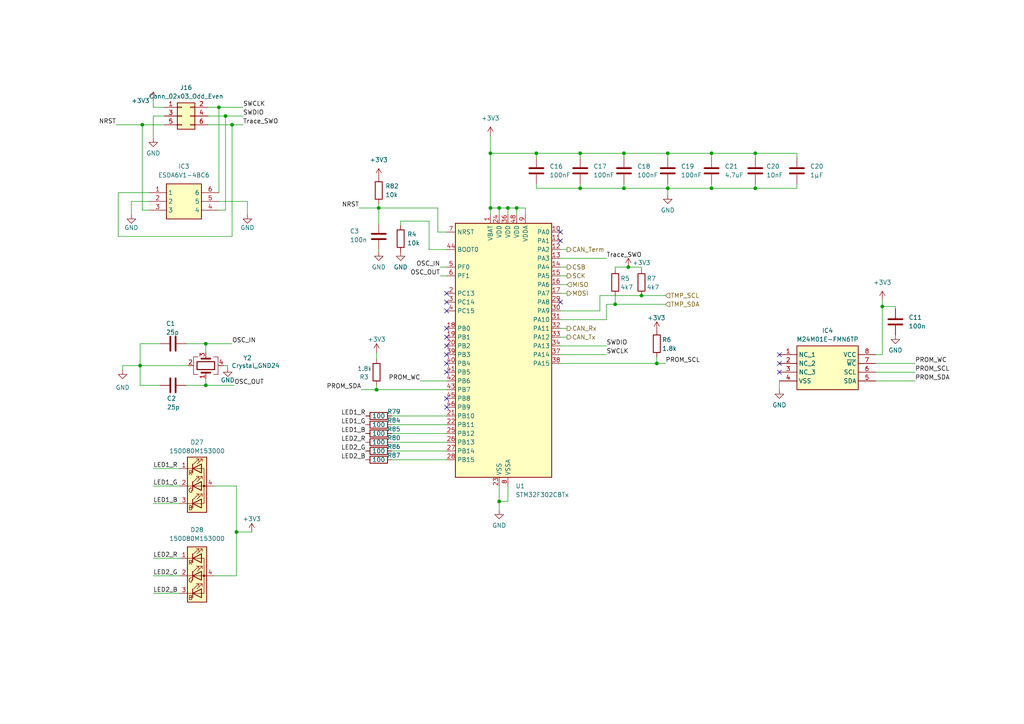
<source format=kicad_sch>
(kicad_sch
	(version 20231120)
	(generator "eeschema")
	(generator_version "8.0")
	(uuid "eec60528-52d3-4ed7-bd9c-40404fbb8068")
	(paper "A4")
	(lib_symbols
		(symbol "Connector_Generic:Conn_02x03_Odd_Even"
			(pin_names
				(offset 1.016) hide)
			(exclude_from_sim no)
			(in_bom yes)
			(on_board yes)
			(property "Reference" "J"
				(at 1.27 5.08 0)
				(effects
					(font
						(size 1.27 1.27)
					)
				)
			)
			(property "Value" "Conn_02x03_Odd_Even"
				(at 1.27 -5.08 0)
				(effects
					(font
						(size 1.27 1.27)
					)
				)
			)
			(property "Footprint" ""
				(at 0 0 0)
				(effects
					(font
						(size 1.27 1.27)
					)
					(hide yes)
				)
			)
			(property "Datasheet" "~"
				(at 0 0 0)
				(effects
					(font
						(size 1.27 1.27)
					)
					(hide yes)
				)
			)
			(property "Description" "Generic connector, double row, 02x03, odd/even pin numbering scheme (row 1 odd numbers, row 2 even numbers), script generated (kicad-library-utils/schlib/autogen/connector/)"
				(at 0 0 0)
				(effects
					(font
						(size 1.27 1.27)
					)
					(hide yes)
				)
			)
			(property "ki_keywords" "connector"
				(at 0 0 0)
				(effects
					(font
						(size 1.27 1.27)
					)
					(hide yes)
				)
			)
			(property "ki_fp_filters" "Connector*:*_2x??_*"
				(at 0 0 0)
				(effects
					(font
						(size 1.27 1.27)
					)
					(hide yes)
				)
			)
			(symbol "Conn_02x03_Odd_Even_1_1"
				(rectangle
					(start -1.27 -2.413)
					(end 0 -2.667)
					(stroke
						(width 0.1524)
						(type default)
					)
					(fill
						(type none)
					)
				)
				(rectangle
					(start -1.27 0.127)
					(end 0 -0.127)
					(stroke
						(width 0.1524)
						(type default)
					)
					(fill
						(type none)
					)
				)
				(rectangle
					(start -1.27 2.667)
					(end 0 2.413)
					(stroke
						(width 0.1524)
						(type default)
					)
					(fill
						(type none)
					)
				)
				(rectangle
					(start -1.27 3.81)
					(end 3.81 -3.81)
					(stroke
						(width 0.254)
						(type default)
					)
					(fill
						(type background)
					)
				)
				(rectangle
					(start 3.81 -2.413)
					(end 2.54 -2.667)
					(stroke
						(width 0.1524)
						(type default)
					)
					(fill
						(type none)
					)
				)
				(rectangle
					(start 3.81 0.127)
					(end 2.54 -0.127)
					(stroke
						(width 0.1524)
						(type default)
					)
					(fill
						(type none)
					)
				)
				(rectangle
					(start 3.81 2.667)
					(end 2.54 2.413)
					(stroke
						(width 0.1524)
						(type default)
					)
					(fill
						(type none)
					)
				)
				(pin passive line
					(at -5.08 2.54 0)
					(length 3.81)
					(name "Pin_1"
						(effects
							(font
								(size 1.27 1.27)
							)
						)
					)
					(number "1"
						(effects
							(font
								(size 1.27 1.27)
							)
						)
					)
				)
				(pin passive line
					(at 7.62 2.54 180)
					(length 3.81)
					(name "Pin_2"
						(effects
							(font
								(size 1.27 1.27)
							)
						)
					)
					(number "2"
						(effects
							(font
								(size 1.27 1.27)
							)
						)
					)
				)
				(pin passive line
					(at -5.08 0 0)
					(length 3.81)
					(name "Pin_3"
						(effects
							(font
								(size 1.27 1.27)
							)
						)
					)
					(number "3"
						(effects
							(font
								(size 1.27 1.27)
							)
						)
					)
				)
				(pin passive line
					(at 7.62 0 180)
					(length 3.81)
					(name "Pin_4"
						(effects
							(font
								(size 1.27 1.27)
							)
						)
					)
					(number "4"
						(effects
							(font
								(size 1.27 1.27)
							)
						)
					)
				)
				(pin passive line
					(at -5.08 -2.54 0)
					(length 3.81)
					(name "Pin_5"
						(effects
							(font
								(size 1.27 1.27)
							)
						)
					)
					(number "5"
						(effects
							(font
								(size 1.27 1.27)
							)
						)
					)
				)
				(pin passive line
					(at 7.62 -2.54 180)
					(length 3.81)
					(name "Pin_6"
						(effects
							(font
								(size 1.27 1.27)
							)
						)
					)
					(number "6"
						(effects
							(font
								(size 1.27 1.27)
							)
						)
					)
				)
			)
		)
		(symbol "Device:C"
			(pin_numbers hide)
			(pin_names
				(offset 0.254)
			)
			(exclude_from_sim no)
			(in_bom yes)
			(on_board yes)
			(property "Reference" "C"
				(at 0.635 2.54 0)
				(effects
					(font
						(size 1.27 1.27)
					)
					(justify left)
				)
			)
			(property "Value" "C"
				(at 0.635 -2.54 0)
				(effects
					(font
						(size 1.27 1.27)
					)
					(justify left)
				)
			)
			(property "Footprint" ""
				(at 0.9652 -3.81 0)
				(effects
					(font
						(size 1.27 1.27)
					)
					(hide yes)
				)
			)
			(property "Datasheet" "~"
				(at 0 0 0)
				(effects
					(font
						(size 1.27 1.27)
					)
					(hide yes)
				)
			)
			(property "Description" "Unpolarized capacitor"
				(at 0 0 0)
				(effects
					(font
						(size 1.27 1.27)
					)
					(hide yes)
				)
			)
			(property "ki_keywords" "cap capacitor"
				(at 0 0 0)
				(effects
					(font
						(size 1.27 1.27)
					)
					(hide yes)
				)
			)
			(property "ki_fp_filters" "C_*"
				(at 0 0 0)
				(effects
					(font
						(size 1.27 1.27)
					)
					(hide yes)
				)
			)
			(symbol "C_0_1"
				(polyline
					(pts
						(xy -2.032 -0.762) (xy 2.032 -0.762)
					)
					(stroke
						(width 0.508)
						(type default)
					)
					(fill
						(type none)
					)
				)
				(polyline
					(pts
						(xy -2.032 0.762) (xy 2.032 0.762)
					)
					(stroke
						(width 0.508)
						(type default)
					)
					(fill
						(type none)
					)
				)
			)
			(symbol "C_1_1"
				(pin passive line
					(at 0 3.81 270)
					(length 2.794)
					(name "~"
						(effects
							(font
								(size 1.27 1.27)
							)
						)
					)
					(number "1"
						(effects
							(font
								(size 1.27 1.27)
							)
						)
					)
				)
				(pin passive line
					(at 0 -3.81 90)
					(length 2.794)
					(name "~"
						(effects
							(font
								(size 1.27 1.27)
							)
						)
					)
					(number "2"
						(effects
							(font
								(size 1.27 1.27)
							)
						)
					)
				)
			)
		)
		(symbol "Device:Crystal_GND24"
			(pin_names
				(offset 1.016) hide)
			(exclude_from_sim no)
			(in_bom yes)
			(on_board yes)
			(property "Reference" "Y"
				(at 3.175 5.08 0)
				(effects
					(font
						(size 1.27 1.27)
					)
					(justify left)
				)
			)
			(property "Value" "Crystal_GND24"
				(at 3.175 3.175 0)
				(effects
					(font
						(size 1.27 1.27)
					)
					(justify left)
				)
			)
			(property "Footprint" ""
				(at 0 0 0)
				(effects
					(font
						(size 1.27 1.27)
					)
					(hide yes)
				)
			)
			(property "Datasheet" "~"
				(at 0 0 0)
				(effects
					(font
						(size 1.27 1.27)
					)
					(hide yes)
				)
			)
			(property "Description" "Four pin crystal, GND on pins 2 and 4"
				(at 0 0 0)
				(effects
					(font
						(size 1.27 1.27)
					)
					(hide yes)
				)
			)
			(property "ki_keywords" "quartz ceramic resonator oscillator"
				(at 0 0 0)
				(effects
					(font
						(size 1.27 1.27)
					)
					(hide yes)
				)
			)
			(property "ki_fp_filters" "Crystal*"
				(at 0 0 0)
				(effects
					(font
						(size 1.27 1.27)
					)
					(hide yes)
				)
			)
			(symbol "Crystal_GND24_0_1"
				(rectangle
					(start -1.143 2.54)
					(end 1.143 -2.54)
					(stroke
						(width 0.3048)
						(type default)
					)
					(fill
						(type none)
					)
				)
				(polyline
					(pts
						(xy -2.54 0) (xy -2.032 0)
					)
					(stroke
						(width 0)
						(type default)
					)
					(fill
						(type none)
					)
				)
				(polyline
					(pts
						(xy -2.032 -1.27) (xy -2.032 1.27)
					)
					(stroke
						(width 0.508)
						(type default)
					)
					(fill
						(type none)
					)
				)
				(polyline
					(pts
						(xy 0 -3.81) (xy 0 -3.556)
					)
					(stroke
						(width 0)
						(type default)
					)
					(fill
						(type none)
					)
				)
				(polyline
					(pts
						(xy 0 3.556) (xy 0 3.81)
					)
					(stroke
						(width 0)
						(type default)
					)
					(fill
						(type none)
					)
				)
				(polyline
					(pts
						(xy 2.032 -1.27) (xy 2.032 1.27)
					)
					(stroke
						(width 0.508)
						(type default)
					)
					(fill
						(type none)
					)
				)
				(polyline
					(pts
						(xy 2.032 0) (xy 2.54 0)
					)
					(stroke
						(width 0)
						(type default)
					)
					(fill
						(type none)
					)
				)
				(polyline
					(pts
						(xy -2.54 -2.286) (xy -2.54 -3.556) (xy 2.54 -3.556) (xy 2.54 -2.286)
					)
					(stroke
						(width 0)
						(type default)
					)
					(fill
						(type none)
					)
				)
				(polyline
					(pts
						(xy -2.54 2.286) (xy -2.54 3.556) (xy 2.54 3.556) (xy 2.54 2.286)
					)
					(stroke
						(width 0)
						(type default)
					)
					(fill
						(type none)
					)
				)
			)
			(symbol "Crystal_GND24_1_1"
				(pin passive line
					(at -3.81 0 0)
					(length 1.27)
					(name "1"
						(effects
							(font
								(size 1.27 1.27)
							)
						)
					)
					(number "1"
						(effects
							(font
								(size 1.27 1.27)
							)
						)
					)
				)
				(pin passive line
					(at 0 5.08 270)
					(length 1.27)
					(name "2"
						(effects
							(font
								(size 1.27 1.27)
							)
						)
					)
					(number "2"
						(effects
							(font
								(size 1.27 1.27)
							)
						)
					)
				)
				(pin passive line
					(at 3.81 0 180)
					(length 1.27)
					(name "3"
						(effects
							(font
								(size 1.27 1.27)
							)
						)
					)
					(number "3"
						(effects
							(font
								(size 1.27 1.27)
							)
						)
					)
				)
				(pin passive line
					(at 0 -5.08 90)
					(length 1.27)
					(name "4"
						(effects
							(font
								(size 1.27 1.27)
							)
						)
					)
					(number "4"
						(effects
							(font
								(size 1.27 1.27)
							)
						)
					)
				)
			)
		)
		(symbol "Device:LED_RGBA"
			(pin_names
				(offset 0) hide)
			(exclude_from_sim no)
			(in_bom yes)
			(on_board yes)
			(property "Reference" "D"
				(at 0 9.398 0)
				(effects
					(font
						(size 1.27 1.27)
					)
				)
			)
			(property "Value" "LED_RGBA"
				(at 0 -8.89 0)
				(effects
					(font
						(size 1.27 1.27)
					)
				)
			)
			(property "Footprint" ""
				(at 0 -1.27 0)
				(effects
					(font
						(size 1.27 1.27)
					)
					(hide yes)
				)
			)
			(property "Datasheet" "~"
				(at 0 -1.27 0)
				(effects
					(font
						(size 1.27 1.27)
					)
					(hide yes)
				)
			)
			(property "Description" "RGB LED, red/green/blue/anode"
				(at 0 0 0)
				(effects
					(font
						(size 1.27 1.27)
					)
					(hide yes)
				)
			)
			(property "ki_keywords" "LED RGB diode"
				(at 0 0 0)
				(effects
					(font
						(size 1.27 1.27)
					)
					(hide yes)
				)
			)
			(property "ki_fp_filters" "LED* LED_SMD:* LED_THT:*"
				(at 0 0 0)
				(effects
					(font
						(size 1.27 1.27)
					)
					(hide yes)
				)
			)
			(symbol "LED_RGBA_0_0"
				(text "B"
					(at -1.905 -6.35 0)
					(effects
						(font
							(size 1.27 1.27)
						)
					)
				)
				(text "G"
					(at -1.905 -1.27 0)
					(effects
						(font
							(size 1.27 1.27)
						)
					)
				)
				(text "R"
					(at -1.905 3.81 0)
					(effects
						(font
							(size 1.27 1.27)
						)
					)
				)
			)
			(symbol "LED_RGBA_0_1"
				(polyline
					(pts
						(xy -1.27 -5.08) (xy -2.54 -5.08)
					)
					(stroke
						(width 0)
						(type default)
					)
					(fill
						(type none)
					)
				)
				(polyline
					(pts
						(xy -1.27 -5.08) (xy 1.27 -5.08)
					)
					(stroke
						(width 0)
						(type default)
					)
					(fill
						(type none)
					)
				)
				(polyline
					(pts
						(xy -1.27 -3.81) (xy -1.27 -6.35)
					)
					(stroke
						(width 0.254)
						(type default)
					)
					(fill
						(type none)
					)
				)
				(polyline
					(pts
						(xy -1.27 0) (xy -2.54 0)
					)
					(stroke
						(width 0)
						(type default)
					)
					(fill
						(type none)
					)
				)
				(polyline
					(pts
						(xy -1.27 1.27) (xy -1.27 -1.27)
					)
					(stroke
						(width 0.254)
						(type default)
					)
					(fill
						(type none)
					)
				)
				(polyline
					(pts
						(xy -1.27 5.08) (xy -2.54 5.08)
					)
					(stroke
						(width 0)
						(type default)
					)
					(fill
						(type none)
					)
				)
				(polyline
					(pts
						(xy -1.27 5.08) (xy 1.27 5.08)
					)
					(stroke
						(width 0)
						(type default)
					)
					(fill
						(type none)
					)
				)
				(polyline
					(pts
						(xy -1.27 6.35) (xy -1.27 3.81)
					)
					(stroke
						(width 0.254)
						(type default)
					)
					(fill
						(type none)
					)
				)
				(polyline
					(pts
						(xy 1.27 0) (xy -1.27 0)
					)
					(stroke
						(width 0)
						(type default)
					)
					(fill
						(type none)
					)
				)
				(polyline
					(pts
						(xy 1.27 0) (xy 2.54 0)
					)
					(stroke
						(width 0)
						(type default)
					)
					(fill
						(type none)
					)
				)
				(polyline
					(pts
						(xy -1.27 1.27) (xy -1.27 -1.27) (xy -1.27 -1.27)
					)
					(stroke
						(width 0)
						(type default)
					)
					(fill
						(type none)
					)
				)
				(polyline
					(pts
						(xy -1.27 6.35) (xy -1.27 3.81) (xy -1.27 3.81)
					)
					(stroke
						(width 0)
						(type default)
					)
					(fill
						(type none)
					)
				)
				(polyline
					(pts
						(xy 1.27 -5.08) (xy 2.032 -5.08) (xy 2.032 5.08) (xy 1.27 5.08)
					)
					(stroke
						(width 0)
						(type default)
					)
					(fill
						(type none)
					)
				)
				(polyline
					(pts
						(xy 1.27 -3.81) (xy 1.27 -6.35) (xy -1.27 -5.08) (xy 1.27 -3.81)
					)
					(stroke
						(width 0.254)
						(type default)
					)
					(fill
						(type none)
					)
				)
				(polyline
					(pts
						(xy 1.27 1.27) (xy 1.27 -1.27) (xy -1.27 0) (xy 1.27 1.27)
					)
					(stroke
						(width 0.254)
						(type default)
					)
					(fill
						(type none)
					)
				)
				(polyline
					(pts
						(xy 1.27 6.35) (xy 1.27 3.81) (xy -1.27 5.08) (xy 1.27 6.35)
					)
					(stroke
						(width 0.254)
						(type default)
					)
					(fill
						(type none)
					)
				)
				(polyline
					(pts
						(xy -1.016 -3.81) (xy 0.508 -2.286) (xy -0.254 -2.286) (xy 0.508 -2.286) (xy 0.508 -3.048)
					)
					(stroke
						(width 0)
						(type default)
					)
					(fill
						(type none)
					)
				)
				(polyline
					(pts
						(xy -1.016 1.27) (xy 0.508 2.794) (xy -0.254 2.794) (xy 0.508 2.794) (xy 0.508 2.032)
					)
					(stroke
						(width 0)
						(type default)
					)
					(fill
						(type none)
					)
				)
				(polyline
					(pts
						(xy -1.016 6.35) (xy 0.508 7.874) (xy -0.254 7.874) (xy 0.508 7.874) (xy 0.508 7.112)
					)
					(stroke
						(width 0)
						(type default)
					)
					(fill
						(type none)
					)
				)
				(polyline
					(pts
						(xy 0 -3.81) (xy 1.524 -2.286) (xy 0.762 -2.286) (xy 1.524 -2.286) (xy 1.524 -3.048)
					)
					(stroke
						(width 0)
						(type default)
					)
					(fill
						(type none)
					)
				)
				(polyline
					(pts
						(xy 0 1.27) (xy 1.524 2.794) (xy 0.762 2.794) (xy 1.524 2.794) (xy 1.524 2.032)
					)
					(stroke
						(width 0)
						(type default)
					)
					(fill
						(type none)
					)
				)
				(polyline
					(pts
						(xy 0 6.35) (xy 1.524 7.874) (xy 0.762 7.874) (xy 1.524 7.874) (xy 1.524 7.112)
					)
					(stroke
						(width 0)
						(type default)
					)
					(fill
						(type none)
					)
				)
				(rectangle
					(start 1.27 -1.27)
					(end 1.27 1.27)
					(stroke
						(width 0)
						(type default)
					)
					(fill
						(type none)
					)
				)
				(rectangle
					(start 1.27 1.27)
					(end 1.27 1.27)
					(stroke
						(width 0)
						(type default)
					)
					(fill
						(type none)
					)
				)
				(rectangle
					(start 1.27 3.81)
					(end 1.27 6.35)
					(stroke
						(width 0)
						(type default)
					)
					(fill
						(type none)
					)
				)
				(rectangle
					(start 1.27 6.35)
					(end 1.27 6.35)
					(stroke
						(width 0)
						(type default)
					)
					(fill
						(type none)
					)
				)
				(circle
					(center 2.032 0)
					(radius 0.254)
					(stroke
						(width 0)
						(type default)
					)
					(fill
						(type outline)
					)
				)
				(rectangle
					(start 2.794 8.382)
					(end -2.794 -7.62)
					(stroke
						(width 0.254)
						(type default)
					)
					(fill
						(type background)
					)
				)
			)
			(symbol "LED_RGBA_1_1"
				(pin passive line
					(at -5.08 5.08 0)
					(length 2.54)
					(name "RK"
						(effects
							(font
								(size 1.27 1.27)
							)
						)
					)
					(number "1"
						(effects
							(font
								(size 1.27 1.27)
							)
						)
					)
				)
				(pin passive line
					(at -5.08 0 0)
					(length 2.54)
					(name "GK"
						(effects
							(font
								(size 1.27 1.27)
							)
						)
					)
					(number "2"
						(effects
							(font
								(size 1.27 1.27)
							)
						)
					)
				)
				(pin passive line
					(at -5.08 -5.08 0)
					(length 2.54)
					(name "BK"
						(effects
							(font
								(size 1.27 1.27)
							)
						)
					)
					(number "3"
						(effects
							(font
								(size 1.27 1.27)
							)
						)
					)
				)
				(pin passive line
					(at 5.08 0 180)
					(length 2.54)
					(name "A"
						(effects
							(font
								(size 1.27 1.27)
							)
						)
					)
					(number "4"
						(effects
							(font
								(size 1.27 1.27)
							)
						)
					)
				)
			)
		)
		(symbol "Device:R"
			(pin_numbers hide)
			(pin_names
				(offset 0)
			)
			(exclude_from_sim no)
			(in_bom yes)
			(on_board yes)
			(property "Reference" "R"
				(at 2.032 0 90)
				(effects
					(font
						(size 1.27 1.27)
					)
				)
			)
			(property "Value" "R"
				(at 0 0 90)
				(effects
					(font
						(size 1.27 1.27)
					)
				)
			)
			(property "Footprint" ""
				(at -1.778 0 90)
				(effects
					(font
						(size 1.27 1.27)
					)
					(hide yes)
				)
			)
			(property "Datasheet" "~"
				(at 0 0 0)
				(effects
					(font
						(size 1.27 1.27)
					)
					(hide yes)
				)
			)
			(property "Description" "Resistor"
				(at 0 0 0)
				(effects
					(font
						(size 1.27 1.27)
					)
					(hide yes)
				)
			)
			(property "ki_keywords" "R res resistor"
				(at 0 0 0)
				(effects
					(font
						(size 1.27 1.27)
					)
					(hide yes)
				)
			)
			(property "ki_fp_filters" "R_*"
				(at 0 0 0)
				(effects
					(font
						(size 1.27 1.27)
					)
					(hide yes)
				)
			)
			(symbol "R_0_1"
				(rectangle
					(start -1.016 -2.54)
					(end 1.016 2.54)
					(stroke
						(width 0.254)
						(type default)
					)
					(fill
						(type none)
					)
				)
			)
			(symbol "R_1_1"
				(pin passive line
					(at 0 3.81 270)
					(length 1.27)
					(name "~"
						(effects
							(font
								(size 1.27 1.27)
							)
						)
					)
					(number "1"
						(effects
							(font
								(size 1.27 1.27)
							)
						)
					)
				)
				(pin passive line
					(at 0 -3.81 90)
					(length 1.27)
					(name "~"
						(effects
							(font
								(size 1.27 1.27)
							)
						)
					)
					(number "2"
						(effects
							(font
								(size 1.27 1.27)
							)
						)
					)
				)
			)
		)
		(symbol "ESDA6V1-4BC6:ESDA6V1-4BC6"
			(exclude_from_sim no)
			(in_bom yes)
			(on_board yes)
			(property "Reference" "IC"
				(at 16.51 7.62 0)
				(effects
					(font
						(size 1.27 1.27)
					)
					(justify left top)
				)
			)
			(property "Value" "ESDA6V1-4BC6"
				(at 16.51 5.08 0)
				(effects
					(font
						(size 1.27 1.27)
					)
					(justify left top)
				)
			)
			(property "Footprint" "SOT95P280X145-6N"
				(at 16.51 -94.92 0)
				(effects
					(font
						(size 1.27 1.27)
					)
					(justify left top)
					(hide yes)
				)
			)
			(property "Datasheet" "https://datasheet.datasheetarchive.com/originals/distributors/Datasheets-302/32003.pdf"
				(at 16.51 -194.92 0)
				(effects
					(font
						(size 1.27 1.27)
					)
					(justify left top)
					(hide yes)
				)
			)
			(property "Description" "TVS Diode Array Bi-Directional ESDA6V1-4BC6 Quad, 80W, SOT-23 6-Pin"
				(at 0 0 0)
				(effects
					(font
						(size 1.27 1.27)
					)
					(hide yes)
				)
			)
			(property "Height" "1.45"
				(at 16.51 -394.92 0)
				(effects
					(font
						(size 1.27 1.27)
					)
					(justify left top)
					(hide yes)
				)
			)
			(property "Mouser Part Number" "511-ESDA6V1-4BC6"
				(at 16.51 -494.92 0)
				(effects
					(font
						(size 1.27 1.27)
					)
					(justify left top)
					(hide yes)
				)
			)
			(property "Mouser Price/Stock" "https://www.mouser.co.uk/ProductDetail/STMicroelectronics/ESDA6V1-4BC6?qs=du%252Bo5tJIeNIbUe8p3mGDRw%3D%3D"
				(at 16.51 -594.92 0)
				(effects
					(font
						(size 1.27 1.27)
					)
					(justify left top)
					(hide yes)
				)
			)
			(property "Manufacturer_Name" "STMicroelectronics"
				(at 16.51 -694.92 0)
				(effects
					(font
						(size 1.27 1.27)
					)
					(justify left top)
					(hide yes)
				)
			)
			(property "Manufacturer_Part_Number" "ESDA6V1-4BC6"
				(at 16.51 -794.92 0)
				(effects
					(font
						(size 1.27 1.27)
					)
					(justify left top)
					(hide yes)
				)
			)
			(symbol "ESDA6V1-4BC6_1_1"
				(rectangle
					(start 5.08 2.54)
					(end 15.24 -7.62)
					(stroke
						(width 0.254)
						(type default)
					)
					(fill
						(type background)
					)
				)
				(pin passive line
					(at 0 0 0)
					(length 5.08)
					(name "1"
						(effects
							(font
								(size 1.27 1.27)
							)
						)
					)
					(number "1"
						(effects
							(font
								(size 1.27 1.27)
							)
						)
					)
				)
				(pin passive line
					(at 0 -2.54 0)
					(length 5.08)
					(name "2"
						(effects
							(font
								(size 1.27 1.27)
							)
						)
					)
					(number "2"
						(effects
							(font
								(size 1.27 1.27)
							)
						)
					)
				)
				(pin passive line
					(at 0 -5.08 0)
					(length 5.08)
					(name "3"
						(effects
							(font
								(size 1.27 1.27)
							)
						)
					)
					(number "3"
						(effects
							(font
								(size 1.27 1.27)
							)
						)
					)
				)
				(pin passive line
					(at 20.32 -5.08 180)
					(length 5.08)
					(name "4"
						(effects
							(font
								(size 1.27 1.27)
							)
						)
					)
					(number "4"
						(effects
							(font
								(size 1.27 1.27)
							)
						)
					)
				)
				(pin passive line
					(at 20.32 -2.54 180)
					(length 5.08)
					(name "5"
						(effects
							(font
								(size 1.27 1.27)
							)
						)
					)
					(number "5"
						(effects
							(font
								(size 1.27 1.27)
							)
						)
					)
				)
				(pin passive line
					(at 20.32 0 180)
					(length 5.08)
					(name "6"
						(effects
							(font
								(size 1.27 1.27)
							)
						)
					)
					(number "6"
						(effects
							(font
								(size 1.27 1.27)
							)
						)
					)
				)
			)
		)
		(symbol "M24M01E-FMN6TP:M24M01E-FMN6TP"
			(exclude_from_sim no)
			(in_bom yes)
			(on_board yes)
			(property "Reference" "IC"
				(at 24.13 7.62 0)
				(effects
					(font
						(size 1.27 1.27)
					)
					(justify left top)
				)
			)
			(property "Value" "M24M01E-FMN6TP"
				(at 24.13 5.08 0)
				(effects
					(font
						(size 1.27 1.27)
					)
					(justify left top)
				)
			)
			(property "Footprint" "SOIC127P600X175-8N"
				(at 24.13 -94.92 0)
				(effects
					(font
						(size 1.27 1.27)
					)
					(justify left top)
					(hide yes)
				)
			)
			(property "Datasheet" "https://www.st.com/resource/en/datasheet/m24m01e-f.pdf"
				(at 24.13 -194.92 0)
				(effects
					(font
						(size 1.27 1.27)
					)
					(justify left top)
					(hide yes)
				)
			)
			(property "Description" "1 Mbit Serial I2C bus EEPROM with configurable device address and software write protection registers"
				(at 0 0 0)
				(effects
					(font
						(size 1.27 1.27)
					)
					(hide yes)
				)
			)
			(property "Height" "1.75"
				(at 24.13 -394.92 0)
				(effects
					(font
						(size 1.27 1.27)
					)
					(justify left top)
					(hide yes)
				)
			)
			(property "Mouser Part Number" ""
				(at 24.13 -494.92 0)
				(effects
					(font
						(size 1.27 1.27)
					)
					(justify left top)
					(hide yes)
				)
			)
			(property "Mouser Price/Stock" ""
				(at 24.13 -594.92 0)
				(effects
					(font
						(size 1.27 1.27)
					)
					(justify left top)
					(hide yes)
				)
			)
			(property "Manufacturer_Name" "STMicroelectronics"
				(at 24.13 -694.92 0)
				(effects
					(font
						(size 1.27 1.27)
					)
					(justify left top)
					(hide yes)
				)
			)
			(property "Manufacturer_Part_Number" "M24M01E-FMN6TP"
				(at 24.13 -794.92 0)
				(effects
					(font
						(size 1.27 1.27)
					)
					(justify left top)
					(hide yes)
				)
			)
			(symbol "M24M01E-FMN6TP_1_1"
				(rectangle
					(start 5.08 2.54)
					(end 22.86 -10.16)
					(stroke
						(width 0.254)
						(type default)
					)
					(fill
						(type background)
					)
				)
				(pin passive line
					(at 0 0 0)
					(length 5.08)
					(name "NC_1"
						(effects
							(font
								(size 1.27 1.27)
							)
						)
					)
					(number "1"
						(effects
							(font
								(size 1.27 1.27)
							)
						)
					)
				)
				(pin passive line
					(at 0 -2.54 0)
					(length 5.08)
					(name "NC_2"
						(effects
							(font
								(size 1.27 1.27)
							)
						)
					)
					(number "2"
						(effects
							(font
								(size 1.27 1.27)
							)
						)
					)
				)
				(pin passive line
					(at 0 -5.08 0)
					(length 5.08)
					(name "NC_3"
						(effects
							(font
								(size 1.27 1.27)
							)
						)
					)
					(number "3"
						(effects
							(font
								(size 1.27 1.27)
							)
						)
					)
				)
				(pin passive line
					(at 0 -7.62 0)
					(length 5.08)
					(name "VSS"
						(effects
							(font
								(size 1.27 1.27)
							)
						)
					)
					(number "4"
						(effects
							(font
								(size 1.27 1.27)
							)
						)
					)
				)
				(pin passive line
					(at 27.94 -7.62 180)
					(length 5.08)
					(name "SDA"
						(effects
							(font
								(size 1.27 1.27)
							)
						)
					)
					(number "5"
						(effects
							(font
								(size 1.27 1.27)
							)
						)
					)
				)
				(pin passive line
					(at 27.94 -5.08 180)
					(length 5.08)
					(name "SCL"
						(effects
							(font
								(size 1.27 1.27)
							)
						)
					)
					(number "6"
						(effects
							(font
								(size 1.27 1.27)
							)
						)
					)
				)
				(pin passive line
					(at 27.94 -2.54 180)
					(length 5.08)
					(name "~{WC}"
						(effects
							(font
								(size 1.27 1.27)
							)
						)
					)
					(number "7"
						(effects
							(font
								(size 1.27 1.27)
							)
						)
					)
				)
				(pin passive line
					(at 27.94 0 180)
					(length 5.08)
					(name "VCC"
						(effects
							(font
								(size 1.27 1.27)
							)
						)
					)
					(number "8"
						(effects
							(font
								(size 1.27 1.27)
							)
						)
					)
				)
			)
		)
		(symbol "MCU_ST_STM32F3:STM32F302CBTx"
			(exclude_from_sim no)
			(in_bom yes)
			(on_board yes)
			(property "Reference" "U"
				(at -12.7 39.37 0)
				(effects
					(font
						(size 1.27 1.27)
					)
					(justify left)
				)
			)
			(property "Value" "STM32F302CBTx"
				(at 10.16 39.37 0)
				(effects
					(font
						(size 1.27 1.27)
					)
					(justify left)
				)
			)
			(property "Footprint" "Package_QFP:LQFP-48_7x7mm_P0.5mm"
				(at -12.7 -35.56 0)
				(effects
					(font
						(size 1.27 1.27)
					)
					(justify right)
					(hide yes)
				)
			)
			(property "Datasheet" "https://www.st.com/resource/en/datasheet/stm32f302cb.pdf"
				(at 0 0 0)
				(effects
					(font
						(size 1.27 1.27)
					)
					(hide yes)
				)
			)
			(property "Description" "STMicroelectronics Arm Cortex-M4 MCU, 128KB flash, 32KB RAM, 72 MHz, 2.0-3.6V, 37 GPIO, LQFP48"
				(at 0 0 0)
				(effects
					(font
						(size 1.27 1.27)
					)
					(hide yes)
				)
			)
			(property "ki_locked" ""
				(at 0 0 0)
				(effects
					(font
						(size 1.27 1.27)
					)
				)
			)
			(property "ki_keywords" "Arm Cortex-M4 STM32F3 STM32F302"
				(at 0 0 0)
				(effects
					(font
						(size 1.27 1.27)
					)
					(hide yes)
				)
			)
			(property "ki_fp_filters" "LQFP*7x7mm*P0.5mm*"
				(at 0 0 0)
				(effects
					(font
						(size 1.27 1.27)
					)
					(hide yes)
				)
			)
			(symbol "STM32F302CBTx_0_1"
				(rectangle
					(start -12.7 -35.56)
					(end 15.24 38.1)
					(stroke
						(width 0.254)
						(type default)
					)
					(fill
						(type background)
					)
				)
			)
			(symbol "STM32F302CBTx_1_1"
				(pin power_in line
					(at -2.54 40.64 270)
					(length 2.54)
					(name "VBAT"
						(effects
							(font
								(size 1.27 1.27)
							)
						)
					)
					(number "1"
						(effects
							(font
								(size 1.27 1.27)
							)
						)
					)
				)
				(pin bidirectional line
					(at 17.78 35.56 180)
					(length 2.54)
					(name "PA0"
						(effects
							(font
								(size 1.27 1.27)
							)
						)
					)
					(number "10"
						(effects
							(font
								(size 1.27 1.27)
							)
						)
					)
					(alternate "ADC1_IN1" bidirectional line)
					(alternate "COMP1_INM" bidirectional line)
					(alternate "COMP1_OUT" bidirectional line)
					(alternate "RTC_TAMP2" bidirectional line)
					(alternate "SYS_WKUP1" bidirectional line)
					(alternate "TIM2_CH1" bidirectional line)
					(alternate "TIM2_ETR" bidirectional line)
					(alternate "TSC_G1_IO1" bidirectional line)
					(alternate "USART2_CTS" bidirectional line)
				)
				(pin bidirectional line
					(at 17.78 33.02 180)
					(length 2.54)
					(name "PA1"
						(effects
							(font
								(size 1.27 1.27)
							)
						)
					)
					(number "11"
						(effects
							(font
								(size 1.27 1.27)
							)
						)
					)
					(alternate "ADC1_IN2" bidirectional line)
					(alternate "COMP1_INP" bidirectional line)
					(alternate "OPAMP1_VINP" bidirectional line)
					(alternate "OPAMP1_VINP_SEC" bidirectional line)
					(alternate "RTC_REFIN" bidirectional line)
					(alternate "TIM15_CH1N" bidirectional line)
					(alternate "TIM2_CH2" bidirectional line)
					(alternate "TSC_G1_IO2" bidirectional line)
					(alternate "USART2_DE" bidirectional line)
					(alternate "USART2_RTS" bidirectional line)
				)
				(pin bidirectional line
					(at 17.78 30.48 180)
					(length 2.54)
					(name "PA2"
						(effects
							(font
								(size 1.27 1.27)
							)
						)
					)
					(number "12"
						(effects
							(font
								(size 1.27 1.27)
							)
						)
					)
					(alternate "ADC1_IN3" bidirectional line)
					(alternate "COMP2_INM" bidirectional line)
					(alternate "COMP2_OUT" bidirectional line)
					(alternate "OPAMP1_VOUT" bidirectional line)
					(alternate "TIM15_CH1" bidirectional line)
					(alternate "TIM2_CH3" bidirectional line)
					(alternate "TSC_G1_IO3" bidirectional line)
					(alternate "USART2_TX" bidirectional line)
				)
				(pin bidirectional line
					(at 17.78 27.94 180)
					(length 2.54)
					(name "PA3"
						(effects
							(font
								(size 1.27 1.27)
							)
						)
					)
					(number "13"
						(effects
							(font
								(size 1.27 1.27)
							)
						)
					)
					(alternate "ADC1_IN4" bidirectional line)
					(alternate "COMP2_INP" bidirectional line)
					(alternate "OPAMP1_VINM" bidirectional line)
					(alternate "OPAMP1_VINM_SEC" bidirectional line)
					(alternate "OPAMP1_VINP" bidirectional line)
					(alternate "OPAMP1_VINP_SEC" bidirectional line)
					(alternate "TIM15_CH2" bidirectional line)
					(alternate "TIM2_CH4" bidirectional line)
					(alternate "TSC_G1_IO4" bidirectional line)
					(alternate "USART2_RX" bidirectional line)
				)
				(pin bidirectional line
					(at 17.78 25.4 180)
					(length 2.54)
					(name "PA4"
						(effects
							(font
								(size 1.27 1.27)
							)
						)
					)
					(number "14"
						(effects
							(font
								(size 1.27 1.27)
							)
						)
					)
					(alternate "ADC2_IN1" bidirectional line)
					(alternate "COMP1_INM" bidirectional line)
					(alternate "COMP2_INM" bidirectional line)
					(alternate "COMP4_INM" bidirectional line)
					(alternate "COMP6_INM" bidirectional line)
					(alternate "DAC_OUT1" bidirectional line)
					(alternate "I2S3_WS" bidirectional line)
					(alternate "SPI1_NSS" bidirectional line)
					(alternate "SPI3_NSS" bidirectional line)
					(alternate "TIM3_CH2" bidirectional line)
					(alternate "TSC_G2_IO1" bidirectional line)
					(alternate "USART2_CK" bidirectional line)
				)
				(pin bidirectional line
					(at 17.78 22.86 180)
					(length 2.54)
					(name "PA5"
						(effects
							(font
								(size 1.27 1.27)
							)
						)
					)
					(number "15"
						(effects
							(font
								(size 1.27 1.27)
							)
						)
					)
					(alternate "ADC2_IN2" bidirectional line)
					(alternate "COMP1_INM" bidirectional line)
					(alternate "COMP2_INM" bidirectional line)
					(alternate "COMP4_INM" bidirectional line)
					(alternate "COMP6_INM" bidirectional line)
					(alternate "OPAMP1_VINP" bidirectional line)
					(alternate "OPAMP1_VINP_SEC" bidirectional line)
					(alternate "OPAMP2_VINM" bidirectional line)
					(alternate "OPAMP2_VINM_SEC" bidirectional line)
					(alternate "SPI1_SCK" bidirectional line)
					(alternate "TIM2_CH1" bidirectional line)
					(alternate "TIM2_ETR" bidirectional line)
					(alternate "TSC_G2_IO2" bidirectional line)
				)
				(pin bidirectional line
					(at 17.78 20.32 180)
					(length 2.54)
					(name "PA6"
						(effects
							(font
								(size 1.27 1.27)
							)
						)
					)
					(number "16"
						(effects
							(font
								(size 1.27 1.27)
							)
						)
					)
					(alternate "ADC2_IN3" bidirectional line)
					(alternate "COMP1_OUT" bidirectional line)
					(alternate "OPAMP2_VOUT" bidirectional line)
					(alternate "SPI1_MISO" bidirectional line)
					(alternate "TIM16_CH1" bidirectional line)
					(alternate "TIM1_BKIN" bidirectional line)
					(alternate "TIM3_CH1" bidirectional line)
					(alternate "TSC_G2_IO3" bidirectional line)
				)
				(pin bidirectional line
					(at 17.78 17.78 180)
					(length 2.54)
					(name "PA7"
						(effects
							(font
								(size 1.27 1.27)
							)
						)
					)
					(number "17"
						(effects
							(font
								(size 1.27 1.27)
							)
						)
					)
					(alternate "ADC2_IN4" bidirectional line)
					(alternate "COMP2_INP" bidirectional line)
					(alternate "COMP2_OUT" bidirectional line)
					(alternate "OPAMP1_VINP" bidirectional line)
					(alternate "OPAMP1_VINP_SEC" bidirectional line)
					(alternate "OPAMP2_VINP" bidirectional line)
					(alternate "OPAMP2_VINP_SEC" bidirectional line)
					(alternate "SPI1_MOSI" bidirectional line)
					(alternate "TIM17_CH1" bidirectional line)
					(alternate "TIM1_CH1N" bidirectional line)
					(alternate "TIM3_CH2" bidirectional line)
					(alternate "TSC_G2_IO4" bidirectional line)
				)
				(pin bidirectional line
					(at -15.24 7.62 0)
					(length 2.54)
					(name "PB0"
						(effects
							(font
								(size 1.27 1.27)
							)
						)
					)
					(number "18"
						(effects
							(font
								(size 1.27 1.27)
							)
						)
					)
					(alternate "COMP4_INP" bidirectional line)
					(alternate "OPAMP2_VINP" bidirectional line)
					(alternate "OPAMP2_VINP_SEC" bidirectional line)
					(alternate "TIM1_CH2N" bidirectional line)
					(alternate "TIM3_CH3" bidirectional line)
					(alternate "TSC_G3_IO2" bidirectional line)
				)
				(pin bidirectional line
					(at -15.24 5.08 0)
					(length 2.54)
					(name "PB1"
						(effects
							(font
								(size 1.27 1.27)
							)
						)
					)
					(number "19"
						(effects
							(font
								(size 1.27 1.27)
							)
						)
					)
					(alternate "COMP4_OUT" bidirectional line)
					(alternate "TIM1_CH3N" bidirectional line)
					(alternate "TIM3_CH4" bidirectional line)
					(alternate "TSC_G3_IO3" bidirectional line)
				)
				(pin bidirectional line
					(at -15.24 17.78 0)
					(length 2.54)
					(name "PC13"
						(effects
							(font
								(size 1.27 1.27)
							)
						)
					)
					(number "2"
						(effects
							(font
								(size 1.27 1.27)
							)
						)
					)
					(alternate "RTC_OUT_ALARM" bidirectional line)
					(alternate "RTC_OUT_CALIB" bidirectional line)
					(alternate "RTC_TAMP1" bidirectional line)
					(alternate "RTC_TS" bidirectional line)
					(alternate "SYS_WKUP2" bidirectional line)
					(alternate "TIM1_CH1N" bidirectional line)
				)
				(pin bidirectional line
					(at -15.24 2.54 0)
					(length 2.54)
					(name "PB2"
						(effects
							(font
								(size 1.27 1.27)
							)
						)
					)
					(number "20"
						(effects
							(font
								(size 1.27 1.27)
							)
						)
					)
					(alternate "ADC2_IN12" bidirectional line)
					(alternate "COMP4_INM" bidirectional line)
					(alternate "TSC_G3_IO4" bidirectional line)
				)
				(pin bidirectional line
					(at -15.24 -17.78 0)
					(length 2.54)
					(name "PB10"
						(effects
							(font
								(size 1.27 1.27)
							)
						)
					)
					(number "21"
						(effects
							(font
								(size 1.27 1.27)
							)
						)
					)
					(alternate "TIM2_CH3" bidirectional line)
					(alternate "TSC_SYNC" bidirectional line)
					(alternate "USART3_TX" bidirectional line)
				)
				(pin bidirectional line
					(at -15.24 -20.32 0)
					(length 2.54)
					(name "PB11"
						(effects
							(font
								(size 1.27 1.27)
							)
						)
					)
					(number "22"
						(effects
							(font
								(size 1.27 1.27)
							)
						)
					)
					(alternate "ADC1_EXTI11" bidirectional line)
					(alternate "ADC2_EXTI11" bidirectional line)
					(alternate "COMP6_INP" bidirectional line)
					(alternate "TIM2_CH4" bidirectional line)
					(alternate "TSC_G6_IO1" bidirectional line)
					(alternate "USART3_RX" bidirectional line)
				)
				(pin power_in line
					(at 0 -38.1 90)
					(length 2.54)
					(name "VSS"
						(effects
							(font
								(size 1.27 1.27)
							)
						)
					)
					(number "23"
						(effects
							(font
								(size 1.27 1.27)
							)
						)
					)
				)
				(pin power_in line
					(at 0 40.64 270)
					(length 2.54)
					(name "VDD"
						(effects
							(font
								(size 1.27 1.27)
							)
						)
					)
					(number "24"
						(effects
							(font
								(size 1.27 1.27)
							)
						)
					)
				)
				(pin bidirectional line
					(at -15.24 -22.86 0)
					(length 2.54)
					(name "PB12"
						(effects
							(font
								(size 1.27 1.27)
							)
						)
					)
					(number "25"
						(effects
							(font
								(size 1.27 1.27)
							)
						)
					)
					(alternate "I2C2_SMBA" bidirectional line)
					(alternate "I2S2_WS" bidirectional line)
					(alternate "SPI2_NSS" bidirectional line)
					(alternate "TIM1_BKIN" bidirectional line)
					(alternate "TSC_G6_IO2" bidirectional line)
					(alternate "USART3_CK" bidirectional line)
				)
				(pin bidirectional line
					(at -15.24 -25.4 0)
					(length 2.54)
					(name "PB13"
						(effects
							(font
								(size 1.27 1.27)
							)
						)
					)
					(number "26"
						(effects
							(font
								(size 1.27 1.27)
							)
						)
					)
					(alternate "I2S2_CK" bidirectional line)
					(alternate "SPI2_SCK" bidirectional line)
					(alternate "TIM1_CH1N" bidirectional line)
					(alternate "TSC_G6_IO3" bidirectional line)
					(alternate "USART3_CTS" bidirectional line)
				)
				(pin bidirectional line
					(at -15.24 -27.94 0)
					(length 2.54)
					(name "PB14"
						(effects
							(font
								(size 1.27 1.27)
							)
						)
					)
					(number "27"
						(effects
							(font
								(size 1.27 1.27)
							)
						)
					)
					(alternate "I2S2_ext_SD" bidirectional line)
					(alternate "OPAMP2_VINP" bidirectional line)
					(alternate "OPAMP2_VINP_SEC" bidirectional line)
					(alternate "SPI2_MISO" bidirectional line)
					(alternate "TIM15_CH1" bidirectional line)
					(alternate "TIM1_CH2N" bidirectional line)
					(alternate "TSC_G6_IO4" bidirectional line)
					(alternate "USART3_DE" bidirectional line)
					(alternate "USART3_RTS" bidirectional line)
				)
				(pin bidirectional line
					(at -15.24 -30.48 0)
					(length 2.54)
					(name "PB15"
						(effects
							(font
								(size 1.27 1.27)
							)
						)
					)
					(number "28"
						(effects
							(font
								(size 1.27 1.27)
							)
						)
					)
					(alternate "ADC1_EXTI15" bidirectional line)
					(alternate "ADC2_EXTI15" bidirectional line)
					(alternate "COMP6_INM" bidirectional line)
					(alternate "I2S2_SD" bidirectional line)
					(alternate "RTC_REFIN" bidirectional line)
					(alternate "SPI2_MOSI" bidirectional line)
					(alternate "TIM15_CH1N" bidirectional line)
					(alternate "TIM15_CH2" bidirectional line)
					(alternate "TIM1_CH3N" bidirectional line)
				)
				(pin bidirectional line
					(at 17.78 15.24 180)
					(length 2.54)
					(name "PA8"
						(effects
							(font
								(size 1.27 1.27)
							)
						)
					)
					(number "29"
						(effects
							(font
								(size 1.27 1.27)
							)
						)
					)
					(alternate "I2C2_SMBA" bidirectional line)
					(alternate "I2S2_MCK" bidirectional line)
					(alternate "RCC_MCO" bidirectional line)
					(alternate "TIM1_CH1" bidirectional line)
					(alternate "TIM4_ETR" bidirectional line)
					(alternate "USART1_CK" bidirectional line)
				)
				(pin bidirectional line
					(at -15.24 15.24 0)
					(length 2.54)
					(name "PC14"
						(effects
							(font
								(size 1.27 1.27)
							)
						)
					)
					(number "3"
						(effects
							(font
								(size 1.27 1.27)
							)
						)
					)
					(alternate "RCC_OSC32_IN" bidirectional line)
				)
				(pin bidirectional line
					(at 17.78 12.7 180)
					(length 2.54)
					(name "PA9"
						(effects
							(font
								(size 1.27 1.27)
							)
						)
					)
					(number "30"
						(effects
							(font
								(size 1.27 1.27)
							)
						)
					)
					(alternate "DAC_EXTI9" bidirectional line)
					(alternate "I2C2_SCL" bidirectional line)
					(alternate "I2S3_MCK" bidirectional line)
					(alternate "TIM15_BKIN" bidirectional line)
					(alternate "TIM1_CH2" bidirectional line)
					(alternate "TIM2_CH3" bidirectional line)
					(alternate "TSC_G4_IO1" bidirectional line)
					(alternate "USART1_TX" bidirectional line)
				)
				(pin bidirectional line
					(at 17.78 10.16 180)
					(length 2.54)
					(name "PA10"
						(effects
							(font
								(size 1.27 1.27)
							)
						)
					)
					(number "31"
						(effects
							(font
								(size 1.27 1.27)
							)
						)
					)
					(alternate "COMP6_OUT" bidirectional line)
					(alternate "I2C2_SDA" bidirectional line)
					(alternate "TIM17_BKIN" bidirectional line)
					(alternate "TIM1_CH3" bidirectional line)
					(alternate "TIM2_CH4" bidirectional line)
					(alternate "TSC_G4_IO2" bidirectional line)
					(alternate "USART1_RX" bidirectional line)
				)
				(pin bidirectional line
					(at 17.78 7.62 180)
					(length 2.54)
					(name "PA11"
						(effects
							(font
								(size 1.27 1.27)
							)
						)
					)
					(number "32"
						(effects
							(font
								(size 1.27 1.27)
							)
						)
					)
					(alternate "ADC1_EXTI11" bidirectional line)
					(alternate "ADC2_EXTI11" bidirectional line)
					(alternate "CAN_RX" bidirectional line)
					(alternate "COMP1_OUT" bidirectional line)
					(alternate "TIM1_BKIN2" bidirectional line)
					(alternate "TIM1_CH1N" bidirectional line)
					(alternate "TIM1_CH4" bidirectional line)
					(alternate "TIM4_CH1" bidirectional line)
					(alternate "USART1_CTS" bidirectional line)
					(alternate "USB_DM" bidirectional line)
				)
				(pin bidirectional line
					(at 17.78 5.08 180)
					(length 2.54)
					(name "PA12"
						(effects
							(font
								(size 1.27 1.27)
							)
						)
					)
					(number "33"
						(effects
							(font
								(size 1.27 1.27)
							)
						)
					)
					(alternate "CAN_TX" bidirectional line)
					(alternate "COMP2_OUT" bidirectional line)
					(alternate "TIM16_CH1" bidirectional line)
					(alternate "TIM1_CH2N" bidirectional line)
					(alternate "TIM1_ETR" bidirectional line)
					(alternate "TIM4_CH2" bidirectional line)
					(alternate "USART1_DE" bidirectional line)
					(alternate "USART1_RTS" bidirectional line)
					(alternate "USB_DP" bidirectional line)
				)
				(pin bidirectional line
					(at 17.78 2.54 180)
					(length 2.54)
					(name "PA13"
						(effects
							(font
								(size 1.27 1.27)
							)
						)
					)
					(number "34"
						(effects
							(font
								(size 1.27 1.27)
							)
						)
					)
					(alternate "IR_OUT" bidirectional line)
					(alternate "SYS_JTMS-SWDIO" bidirectional line)
					(alternate "TIM16_CH1N" bidirectional line)
					(alternate "TIM4_CH3" bidirectional line)
					(alternate "TSC_G4_IO3" bidirectional line)
					(alternate "USART3_CTS" bidirectional line)
				)
				(pin passive line
					(at 0 -38.1 90)
					(length 2.54) hide
					(name "VSS"
						(effects
							(font
								(size 1.27 1.27)
							)
						)
					)
					(number "35"
						(effects
							(font
								(size 1.27 1.27)
							)
						)
					)
				)
				(pin power_in line
					(at 2.54 40.64 270)
					(length 2.54)
					(name "VDD"
						(effects
							(font
								(size 1.27 1.27)
							)
						)
					)
					(number "36"
						(effects
							(font
								(size 1.27 1.27)
							)
						)
					)
				)
				(pin bidirectional line
					(at 17.78 0 180)
					(length 2.54)
					(name "PA14"
						(effects
							(font
								(size 1.27 1.27)
							)
						)
					)
					(number "37"
						(effects
							(font
								(size 1.27 1.27)
							)
						)
					)
					(alternate "I2C1_SDA" bidirectional line)
					(alternate "SYS_JTCK-SWCLK" bidirectional line)
					(alternate "TIM1_BKIN" bidirectional line)
					(alternate "TSC_G4_IO4" bidirectional line)
					(alternate "USART2_TX" bidirectional line)
				)
				(pin bidirectional line
					(at 17.78 -2.54 180)
					(length 2.54)
					(name "PA15"
						(effects
							(font
								(size 1.27 1.27)
							)
						)
					)
					(number "38"
						(effects
							(font
								(size 1.27 1.27)
							)
						)
					)
					(alternate "ADC1_EXTI15" bidirectional line)
					(alternate "ADC2_EXTI15" bidirectional line)
					(alternate "I2C1_SCL" bidirectional line)
					(alternate "I2S3_WS" bidirectional line)
					(alternate "SPI1_NSS" bidirectional line)
					(alternate "SPI3_NSS" bidirectional line)
					(alternate "SYS_JTDI" bidirectional line)
					(alternate "TIM1_BKIN" bidirectional line)
					(alternate "TIM2_CH1" bidirectional line)
					(alternate "TIM2_ETR" bidirectional line)
					(alternate "USART2_RX" bidirectional line)
				)
				(pin bidirectional line
					(at -15.24 0 0)
					(length 2.54)
					(name "PB3"
						(effects
							(font
								(size 1.27 1.27)
							)
						)
					)
					(number "39"
						(effects
							(font
								(size 1.27 1.27)
							)
						)
					)
					(alternate "I2S3_CK" bidirectional line)
					(alternate "SPI1_SCK" bidirectional line)
					(alternate "SPI3_SCK" bidirectional line)
					(alternate "SYS_JTDO-TRACESWO" bidirectional line)
					(alternate "TIM2_CH2" bidirectional line)
					(alternate "TIM3_ETR" bidirectional line)
					(alternate "TIM4_ETR" bidirectional line)
					(alternate "TSC_G5_IO1" bidirectional line)
					(alternate "USART2_TX" bidirectional line)
				)
				(pin bidirectional line
					(at -15.24 12.7 0)
					(length 2.54)
					(name "PC15"
						(effects
							(font
								(size 1.27 1.27)
							)
						)
					)
					(number "4"
						(effects
							(font
								(size 1.27 1.27)
							)
						)
					)
					(alternate "ADC1_EXTI15" bidirectional line)
					(alternate "ADC2_EXTI15" bidirectional line)
					(alternate "RCC_OSC32_OUT" bidirectional line)
				)
				(pin bidirectional line
					(at -15.24 -2.54 0)
					(length 2.54)
					(name "PB4"
						(effects
							(font
								(size 1.27 1.27)
							)
						)
					)
					(number "40"
						(effects
							(font
								(size 1.27 1.27)
							)
						)
					)
					(alternate "I2S3_ext_SD" bidirectional line)
					(alternate "SPI1_MISO" bidirectional line)
					(alternate "SPI3_MISO" bidirectional line)
					(alternate "SYS_NJTRST" bidirectional line)
					(alternate "TIM16_CH1" bidirectional line)
					(alternate "TIM17_BKIN" bidirectional line)
					(alternate "TIM3_CH1" bidirectional line)
					(alternate "TSC_G5_IO2" bidirectional line)
					(alternate "USART2_RX" bidirectional line)
				)
				(pin bidirectional line
					(at -15.24 -5.08 0)
					(length 2.54)
					(name "PB5"
						(effects
							(font
								(size 1.27 1.27)
							)
						)
					)
					(number "41"
						(effects
							(font
								(size 1.27 1.27)
							)
						)
					)
					(alternate "I2C1_SMBA" bidirectional line)
					(alternate "I2S3_SD" bidirectional line)
					(alternate "SPI1_MOSI" bidirectional line)
					(alternate "SPI3_MOSI" bidirectional line)
					(alternate "TIM16_BKIN" bidirectional line)
					(alternate "TIM17_CH1" bidirectional line)
					(alternate "TIM3_CH2" bidirectional line)
					(alternate "USART2_CK" bidirectional line)
				)
				(pin bidirectional line
					(at -15.24 -7.62 0)
					(length 2.54)
					(name "PB6"
						(effects
							(font
								(size 1.27 1.27)
							)
						)
					)
					(number "42"
						(effects
							(font
								(size 1.27 1.27)
							)
						)
					)
					(alternate "I2C1_SCL" bidirectional line)
					(alternate "TIM16_CH1N" bidirectional line)
					(alternate "TIM4_CH1" bidirectional line)
					(alternate "TSC_G5_IO3" bidirectional line)
					(alternate "USART1_TX" bidirectional line)
				)
				(pin bidirectional line
					(at -15.24 -10.16 0)
					(length 2.54)
					(name "PB7"
						(effects
							(font
								(size 1.27 1.27)
							)
						)
					)
					(number "43"
						(effects
							(font
								(size 1.27 1.27)
							)
						)
					)
					(alternate "I2C1_SDA" bidirectional line)
					(alternate "TIM17_CH1N" bidirectional line)
					(alternate "TIM3_CH4" bidirectional line)
					(alternate "TIM4_CH2" bidirectional line)
					(alternate "TSC_G5_IO4" bidirectional line)
					(alternate "USART1_RX" bidirectional line)
				)
				(pin input line
					(at -15.24 30.48 0)
					(length 2.54)
					(name "BOOT0"
						(effects
							(font
								(size 1.27 1.27)
							)
						)
					)
					(number "44"
						(effects
							(font
								(size 1.27 1.27)
							)
						)
					)
				)
				(pin bidirectional line
					(at -15.24 -12.7 0)
					(length 2.54)
					(name "PB8"
						(effects
							(font
								(size 1.27 1.27)
							)
						)
					)
					(number "45"
						(effects
							(font
								(size 1.27 1.27)
							)
						)
					)
					(alternate "CAN_RX" bidirectional line)
					(alternate "COMP1_OUT" bidirectional line)
					(alternate "I2C1_SCL" bidirectional line)
					(alternate "TIM16_CH1" bidirectional line)
					(alternate "TIM1_BKIN" bidirectional line)
					(alternate "TIM4_CH3" bidirectional line)
					(alternate "TSC_SYNC" bidirectional line)
				)
				(pin bidirectional line
					(at -15.24 -15.24 0)
					(length 2.54)
					(name "PB9"
						(effects
							(font
								(size 1.27 1.27)
							)
						)
					)
					(number "46"
						(effects
							(font
								(size 1.27 1.27)
							)
						)
					)
					(alternate "CAN_TX" bidirectional line)
					(alternate "COMP2_OUT" bidirectional line)
					(alternate "DAC_EXTI9" bidirectional line)
					(alternate "I2C1_SDA" bidirectional line)
					(alternate "IR_OUT" bidirectional line)
					(alternate "TIM17_CH1" bidirectional line)
					(alternate "TIM4_CH4" bidirectional line)
				)
				(pin passive line
					(at 0 -38.1 90)
					(length 2.54) hide
					(name "VSS"
						(effects
							(font
								(size 1.27 1.27)
							)
						)
					)
					(number "47"
						(effects
							(font
								(size 1.27 1.27)
							)
						)
					)
				)
				(pin power_in line
					(at 5.08 40.64 270)
					(length 2.54)
					(name "VDD"
						(effects
							(font
								(size 1.27 1.27)
							)
						)
					)
					(number "48"
						(effects
							(font
								(size 1.27 1.27)
							)
						)
					)
				)
				(pin bidirectional line
					(at -15.24 25.4 0)
					(length 2.54)
					(name "PF0"
						(effects
							(font
								(size 1.27 1.27)
							)
						)
					)
					(number "5"
						(effects
							(font
								(size 1.27 1.27)
							)
						)
					)
					(alternate "I2C2_SDA" bidirectional line)
					(alternate "RCC_OSC_IN" bidirectional line)
					(alternate "TIM1_CH3N" bidirectional line)
				)
				(pin bidirectional line
					(at -15.24 22.86 0)
					(length 2.54)
					(name "PF1"
						(effects
							(font
								(size 1.27 1.27)
							)
						)
					)
					(number "6"
						(effects
							(font
								(size 1.27 1.27)
							)
						)
					)
					(alternate "I2C2_SCL" bidirectional line)
					(alternate "RCC_OSC_OUT" bidirectional line)
				)
				(pin input line
					(at -15.24 35.56 0)
					(length 2.54)
					(name "NRST"
						(effects
							(font
								(size 1.27 1.27)
							)
						)
					)
					(number "7"
						(effects
							(font
								(size 1.27 1.27)
							)
						)
					)
				)
				(pin power_in line
					(at 2.54 -38.1 90)
					(length 2.54)
					(name "VSSA"
						(effects
							(font
								(size 1.27 1.27)
							)
						)
					)
					(number "8"
						(effects
							(font
								(size 1.27 1.27)
							)
						)
					)
				)
				(pin power_in line
					(at 7.62 40.64 270)
					(length 2.54)
					(name "VDDA"
						(effects
							(font
								(size 1.27 1.27)
							)
						)
					)
					(number "9"
						(effects
							(font
								(size 1.27 1.27)
							)
						)
					)
				)
			)
		)
		(symbol "power:+3V3"
			(power)
			(pin_names
				(offset 0)
			)
			(exclude_from_sim no)
			(in_bom yes)
			(on_board yes)
			(property "Reference" "#PWR"
				(at 0 -3.81 0)
				(effects
					(font
						(size 1.27 1.27)
					)
					(hide yes)
				)
			)
			(property "Value" "+3V3"
				(at 0 3.556 0)
				(effects
					(font
						(size 1.27 1.27)
					)
				)
			)
			(property "Footprint" ""
				(at 0 0 0)
				(effects
					(font
						(size 1.27 1.27)
					)
					(hide yes)
				)
			)
			(property "Datasheet" ""
				(at 0 0 0)
				(effects
					(font
						(size 1.27 1.27)
					)
					(hide yes)
				)
			)
			(property "Description" "Power symbol creates a global label with name \"+3V3\""
				(at 0 0 0)
				(effects
					(font
						(size 1.27 1.27)
					)
					(hide yes)
				)
			)
			(property "ki_keywords" "global power"
				(at 0 0 0)
				(effects
					(font
						(size 1.27 1.27)
					)
					(hide yes)
				)
			)
			(symbol "+3V3_0_1"
				(polyline
					(pts
						(xy -0.762 1.27) (xy 0 2.54)
					)
					(stroke
						(width 0)
						(type default)
					)
					(fill
						(type none)
					)
				)
				(polyline
					(pts
						(xy 0 0) (xy 0 2.54)
					)
					(stroke
						(width 0)
						(type default)
					)
					(fill
						(type none)
					)
				)
				(polyline
					(pts
						(xy 0 2.54) (xy 0.762 1.27)
					)
					(stroke
						(width 0)
						(type default)
					)
					(fill
						(type none)
					)
				)
			)
			(symbol "+3V3_1_1"
				(pin power_in line
					(at 0 0 90)
					(length 0) hide
					(name "+3V3"
						(effects
							(font
								(size 1.27 1.27)
							)
						)
					)
					(number "1"
						(effects
							(font
								(size 1.27 1.27)
							)
						)
					)
				)
			)
		)
		(symbol "power:GND"
			(power)
			(pin_names
				(offset 0)
			)
			(exclude_from_sim no)
			(in_bom yes)
			(on_board yes)
			(property "Reference" "#PWR"
				(at 0 -6.35 0)
				(effects
					(font
						(size 1.27 1.27)
					)
					(hide yes)
				)
			)
			(property "Value" "GND"
				(at 0 -3.81 0)
				(effects
					(font
						(size 1.27 1.27)
					)
				)
			)
			(property "Footprint" ""
				(at 0 0 0)
				(effects
					(font
						(size 1.27 1.27)
					)
					(hide yes)
				)
			)
			(property "Datasheet" ""
				(at 0 0 0)
				(effects
					(font
						(size 1.27 1.27)
					)
					(hide yes)
				)
			)
			(property "Description" "Power symbol creates a global label with name \"GND\" , ground"
				(at 0 0 0)
				(effects
					(font
						(size 1.27 1.27)
					)
					(hide yes)
				)
			)
			(property "ki_keywords" "global power"
				(at 0 0 0)
				(effects
					(font
						(size 1.27 1.27)
					)
					(hide yes)
				)
			)
			(symbol "GND_0_1"
				(polyline
					(pts
						(xy 0 0) (xy 0 -1.27) (xy 1.27 -1.27) (xy 0 -2.54) (xy -1.27 -1.27) (xy 0 -1.27)
					)
					(stroke
						(width 0)
						(type default)
					)
					(fill
						(type none)
					)
				)
			)
			(symbol "GND_1_1"
				(pin power_in line
					(at 0 0 270)
					(length 0) hide
					(name "GND"
						(effects
							(font
								(size 1.27 1.27)
							)
						)
					)
					(number "1"
						(effects
							(font
								(size 1.27 1.27)
							)
						)
					)
				)
			)
		)
	)
	(junction
		(at 193.675 54.61)
		(diameter 0)
		(color 0 0 0 0)
		(uuid "116ed300-e458-4027-a1ba-18814c7dbc7a")
	)
	(junction
		(at 147.32 60.325)
		(diameter 0)
		(color 0 0 0 0)
		(uuid "1bc0006d-4397-4a99-b61c-4b594aabda3f")
	)
	(junction
		(at 178.435 88.265)
		(diameter 0)
		(color 0 0 0 0)
		(uuid "25eb1308-0914-4bd5-af58-4689e0e09772")
	)
	(junction
		(at 219.075 44.45)
		(diameter 0)
		(color 0 0 0 0)
		(uuid "37968d12-d366-47a9-9e33-20ffd2ff64e7")
	)
	(junction
		(at 41.275 36.195)
		(diameter 0)
		(color 0 0 0 0)
		(uuid "3a73600c-d413-4d0e-9d83-e27423163f41")
	)
	(junction
		(at 206.375 54.61)
		(diameter 0)
		(color 0 0 0 0)
		(uuid "3d674409-dda5-4d64-a817-4a8f6446a869")
	)
	(junction
		(at 206.375 44.45)
		(diameter 0)
		(color 0 0 0 0)
		(uuid "41aa120e-e2d7-45cb-b667-a8f5b924c5a2")
	)
	(junction
		(at 142.24 44.45)
		(diameter 0)
		(color 0 0 0 0)
		(uuid "4529e582-fdd6-43f1-a75b-9fb96076072e")
	)
	(junction
		(at 144.78 60.325)
		(diameter 0)
		(color 0 0 0 0)
		(uuid "4b328181-602b-4b8c-b0c3-cd6487a590f6")
	)
	(junction
		(at 180.975 44.45)
		(diameter 0)
		(color 0 0 0 0)
		(uuid "54f94a58-b926-49fe-b3d0-0f635c57fc4c")
	)
	(junction
		(at 186.055 85.725)
		(diameter 0)
		(color 0 0 0 0)
		(uuid "574c7bbf-f9db-42b9-94fe-50a17c5b0d39")
	)
	(junction
		(at 109.22 113.03)
		(diameter 0)
		(color 0 0 0 0)
		(uuid "6413cb5e-5541-473e-95f7-b519d0202359")
	)
	(junction
		(at 59.69 99.695)
		(diameter 0)
		(color 0 0 0 0)
		(uuid "77153bf6-d707-4472-9179-73ac3e7e0234")
	)
	(junction
		(at 180.975 54.61)
		(diameter 0)
		(color 0 0 0 0)
		(uuid "82c98b52-9638-43bd-98de-cce5ed5bc463")
	)
	(junction
		(at 67.31 36.195)
		(diameter 0)
		(color 0 0 0 0)
		(uuid "863984f1-2726-41cb-b37f-6b316576216e")
	)
	(junction
		(at 149.86 60.325)
		(diameter 0)
		(color 0 0 0 0)
		(uuid "870c426e-550f-4bbe-b7d1-79001b2e6fe6")
	)
	(junction
		(at 182.245 77.47)
		(diameter 0)
		(color 0 0 0 0)
		(uuid "87a72bef-4f9c-4a55-afba-14895ade3477")
	)
	(junction
		(at 219.075 54.61)
		(diameter 0)
		(color 0 0 0 0)
		(uuid "91341a6e-a282-41e0-841f-b0cc8c58f6a7")
	)
	(junction
		(at 142.24 60.325)
		(diameter 0)
		(color 0 0 0 0)
		(uuid "a59d2182-14e2-4562-a2df-35238f0d0bcb")
	)
	(junction
		(at 68.58 154.305)
		(diameter 0)
		(color 0 0 0 0)
		(uuid "af3150b3-1f78-44fc-9a29-84845e1967e9")
	)
	(junction
		(at 190.5 105.41)
		(diameter 0)
		(color 0 0 0 0)
		(uuid "b0cb5ad0-90f1-42c6-bfb0-b77c5321d766")
	)
	(junction
		(at 40.64 106.045)
		(diameter 0)
		(color 0 0 0 0)
		(uuid "b0d1c4e4-f76e-44ac-b31a-e5cf5f4c6487")
	)
	(junction
		(at 255.905 88.9)
		(diameter 0)
		(color 0 0 0 0)
		(uuid "c4cdf41c-a25f-43ec-9e4f-9d558c57d59b")
	)
	(junction
		(at 63.5 31.115)
		(diameter 0)
		(color 0 0 0 0)
		(uuid "c7257338-81f1-4225-bbb5-02cf3846de22")
	)
	(junction
		(at 109.855 60.325)
		(diameter 0)
		(color 0 0 0 0)
		(uuid "d4eca9ce-a076-4780-8ca9-6b124b337f3a")
	)
	(junction
		(at 168.275 54.61)
		(diameter 0)
		(color 0 0 0 0)
		(uuid "d916e877-547a-4142-8c00-cd132ac49de0")
	)
	(junction
		(at 65.405 33.655)
		(diameter 0)
		(color 0 0 0 0)
		(uuid "df8e6d1d-8b73-4f22-8202-7751a80878d4")
	)
	(junction
		(at 155.575 44.45)
		(diameter 0)
		(color 0 0 0 0)
		(uuid "e914ee9b-c3ac-40e4-9f93-91c6788cbd92")
	)
	(junction
		(at 144.78 145.415)
		(diameter 0)
		(color 0 0 0 0)
		(uuid "ecde06d8-c3c9-4b32-8978-ecc2f67f1c96")
	)
	(junction
		(at 59.69 111.76)
		(diameter 0)
		(color 0 0 0 0)
		(uuid "eeffc416-79eb-4b95-b8f5-02934f00e789")
	)
	(junction
		(at 193.675 44.45)
		(diameter 0)
		(color 0 0 0 0)
		(uuid "fccfe4d6-64d4-4bec-bbdc-bb48d8c3624c")
	)
	(junction
		(at 168.275 44.45)
		(diameter 0)
		(color 0 0 0 0)
		(uuid "fe5e4e86-5f50-4607-8661-848ea415cf0c")
	)
	(no_connect
		(at 129.54 90.17)
		(uuid "01993ede-ec9c-4f5a-a33f-2bc7d2786c14")
	)
	(no_connect
		(at 129.54 100.33)
		(uuid "10c12e2a-0d95-4759-8f20-436642fa5df8")
	)
	(no_connect
		(at 226.06 107.95)
		(uuid "193aaef5-e77f-41a1-8c31-0f89403d34af")
	)
	(no_connect
		(at 226.06 102.87)
		(uuid "274c962e-29c7-4256-88eb-65e1a9f5e72e")
	)
	(no_connect
		(at 129.54 115.57)
		(uuid "282411c9-2140-4ef1-a05c-b93501ffb160")
	)
	(no_connect
		(at 129.54 107.95)
		(uuid "5175b158-a775-4dc2-ae4e-05fe69eb438d")
	)
	(no_connect
		(at 129.54 87.63)
		(uuid "76e8dd39-157a-4f9e-92aa-91e7612971d5")
	)
	(no_connect
		(at 129.54 95.25)
		(uuid "7a3ddbdd-a1eb-4778-8654-3546b3f08f98")
	)
	(no_connect
		(at 129.54 102.87)
		(uuid "8b20dbf3-542d-45b3-a28c-9d94ad30f3e7")
	)
	(no_connect
		(at 162.56 87.63)
		(uuid "99db320b-41ac-46e9-a6b5-279ce517b478")
	)
	(no_connect
		(at 162.56 69.85)
		(uuid "a019e94b-90e4-4f24-84a8-d3d88c60dcd1")
	)
	(no_connect
		(at 129.54 85.09)
		(uuid "a3795a0d-9886-4558-988d-6159f144aba1")
	)
	(no_connect
		(at 129.54 105.41)
		(uuid "a4ab9dee-87c0-4cb0-9fd1-8c65ad170c44")
	)
	(no_connect
		(at 129.54 97.79)
		(uuid "a9ec21a6-b4ab-4ed7-94bf-dfc367accaa5")
	)
	(no_connect
		(at 129.54 118.11)
		(uuid "ae693685-a8ab-40a4-87ad-db3a5cce0ebf")
	)
	(no_connect
		(at 226.06 105.41)
		(uuid "c0bbbaf0-ba66-49a1-914f-bbea2934a391")
	)
	(no_connect
		(at 162.56 67.31)
		(uuid "df36eb67-b281-48a5-b83c-60339c154099")
	)
	(wire
		(pts
			(xy 109.22 113.03) (xy 129.54 113.03)
		)
		(stroke
			(width 0)
			(type default)
		)
		(uuid "0188a590-3bf9-4ee9-bc82-0e5292b30d61")
	)
	(wire
		(pts
			(xy 38.1 58.42) (xy 43.18 58.42)
		)
		(stroke
			(width 0)
			(type default)
		)
		(uuid "06586f70-e486-4036-9445-dfb77d21183a")
	)
	(wire
		(pts
			(xy 67.31 68.58) (xy 67.31 36.195)
		)
		(stroke
			(width 0)
			(type default)
		)
		(uuid "097fdf24-1157-4c7e-97dd-1bcd0311872d")
	)
	(wire
		(pts
			(xy 155.575 44.45) (xy 155.575 45.72)
		)
		(stroke
			(width 0)
			(type default)
		)
		(uuid "0a05fffb-d937-4c57-8adb-f8495851fbb1")
	)
	(wire
		(pts
			(xy 144.78 60.325) (xy 144.78 62.23)
		)
		(stroke
			(width 0)
			(type default)
		)
		(uuid "0be5b320-e7b5-4bb0-ae8f-83600726911a")
	)
	(wire
		(pts
			(xy 164.465 80.01) (xy 162.56 80.01)
		)
		(stroke
			(width 0)
			(type default)
		)
		(uuid "0c491f36-2fa7-4bd4-b5c1-5f2c931ff7b2")
	)
	(wire
		(pts
			(xy 144.78 145.415) (xy 144.78 147.955)
		)
		(stroke
			(width 0)
			(type default)
		)
		(uuid "0d171a2c-1d7c-479f-acc3-812ac6ba19ac")
	)
	(wire
		(pts
			(xy 265.43 107.95) (xy 254 107.95)
		)
		(stroke
			(width 0)
			(type default)
		)
		(uuid "0d6662c9-24e6-45e9-bb6e-8c23cf75e525")
	)
	(wire
		(pts
			(xy 60.325 36.195) (xy 67.31 36.195)
		)
		(stroke
			(width 0)
			(type default)
		)
		(uuid "0e8fb893-5bdc-4161-8f17-6adcb989fa2c")
	)
	(wire
		(pts
			(xy 265.43 110.49) (xy 254 110.49)
		)
		(stroke
			(width 0)
			(type default)
		)
		(uuid "0ed55e5e-04d3-4078-ada7-ac9ec74ee78e")
	)
	(wire
		(pts
			(xy 149.86 62.23) (xy 149.86 60.325)
		)
		(stroke
			(width 0)
			(type default)
		)
		(uuid "10751b7e-9397-4207-9b04-a4cada48469e")
	)
	(wire
		(pts
			(xy 193.675 54.61) (xy 180.975 54.61)
		)
		(stroke
			(width 0)
			(type default)
		)
		(uuid "10873ffd-62aa-42a0-b982-5f0bf79f9944")
	)
	(wire
		(pts
			(xy 162.56 95.25) (xy 164.465 95.25)
		)
		(stroke
			(width 0)
			(type default)
		)
		(uuid "11e057cd-4bd8-4424-9766-e27a2e49836c")
	)
	(wire
		(pts
			(xy 255.905 86.995) (xy 255.905 88.9)
		)
		(stroke
			(width 0)
			(type default)
		)
		(uuid "12270938-704b-4d42-a96d-bda6090e5c5c")
	)
	(wire
		(pts
			(xy 168.275 53.34) (xy 168.275 54.61)
		)
		(stroke
			(width 0)
			(type default)
		)
		(uuid "148b4bca-a4a6-4542-ab9b-df8fbde872a9")
	)
	(wire
		(pts
			(xy 44.45 31.115) (xy 47.625 31.115)
		)
		(stroke
			(width 0)
			(type default)
		)
		(uuid "14a44016-f8ab-4b4a-b68e-c7c3148053a4")
	)
	(wire
		(pts
			(xy 193.675 54.61) (xy 206.375 54.61)
		)
		(stroke
			(width 0)
			(type default)
		)
		(uuid "1577236c-f52a-4160-9e49-409232d413f4")
	)
	(wire
		(pts
			(xy 193.675 44.45) (xy 180.975 44.45)
		)
		(stroke
			(width 0)
			(type default)
		)
		(uuid "1577c235-f7c7-4894-978a-a0b7ce8f2190")
	)
	(wire
		(pts
			(xy 44.45 33.655) (xy 44.45 40.005)
		)
		(stroke
			(width 0)
			(type default)
		)
		(uuid "191ee602-2517-4e23-a447-543a87b995ba")
	)
	(wire
		(pts
			(xy 265.43 105.41) (xy 254 105.41)
		)
		(stroke
			(width 0)
			(type default)
		)
		(uuid "195f72e9-b268-4907-a1c0-fa20efcb3d16")
	)
	(wire
		(pts
			(xy 193.675 54.61) (xy 193.675 56.515)
		)
		(stroke
			(width 0)
			(type default)
		)
		(uuid "1a7774b9-d335-42ed-97f5-6406691ef4f8")
	)
	(wire
		(pts
			(xy 147.32 145.415) (xy 144.78 145.415)
		)
		(stroke
			(width 0)
			(type default)
		)
		(uuid "1c2b4f10-f442-485e-acbf-7fff23d71f2b")
	)
	(wire
		(pts
			(xy 44.45 172.085) (xy 52.07 172.085)
		)
		(stroke
			(width 0)
			(type default)
		)
		(uuid "21aa3c68-e579-498a-adf3-b9aef505e898")
	)
	(wire
		(pts
			(xy 63.5 58.42) (xy 71.755 58.42)
		)
		(stroke
			(width 0)
			(type default)
		)
		(uuid "231774e3-f8ff-4691-b13b-e2e087961421")
	)
	(wire
		(pts
			(xy 180.975 53.34) (xy 180.975 54.61)
		)
		(stroke
			(width 0)
			(type default)
		)
		(uuid "24a0157f-5f2c-46b4-9c2f-d04f6dd00feb")
	)
	(wire
		(pts
			(xy 33.655 36.195) (xy 41.275 36.195)
		)
		(stroke
			(width 0)
			(type default)
		)
		(uuid "258538be-e1cd-419e-bac6-216c80c0e41d")
	)
	(wire
		(pts
			(xy 44.45 140.97) (xy 52.07 140.97)
		)
		(stroke
			(width 0)
			(type default)
		)
		(uuid "263dfa9f-d637-41f0-af0f-afb4efa2ead5")
	)
	(wire
		(pts
			(xy 44.45 135.89) (xy 52.07 135.89)
		)
		(stroke
			(width 0)
			(type default)
		)
		(uuid "27295838-a2fa-4f8f-bcd1-81102474495b")
	)
	(wire
		(pts
			(xy 206.375 44.45) (xy 219.075 44.45)
		)
		(stroke
			(width 0)
			(type default)
		)
		(uuid "275d4033-ca7e-44df-8ce5-9bc82215de27")
	)
	(wire
		(pts
			(xy 178.435 77.47) (xy 178.435 78.105)
		)
		(stroke
			(width 0)
			(type default)
		)
		(uuid "2a4c83ac-2f60-4a71-a48e-047607c814d4")
	)
	(wire
		(pts
			(xy 206.375 54.61) (xy 219.075 54.61)
		)
		(stroke
			(width 0)
			(type default)
		)
		(uuid "2d68aba3-c945-41b6-b8be-404b36636cd2")
	)
	(wire
		(pts
			(xy 178.435 85.725) (xy 178.435 88.265)
		)
		(stroke
			(width 0)
			(type default)
		)
		(uuid "30200174-8be2-4b9d-97df-0426c198ae33")
	)
	(wire
		(pts
			(xy 41.275 36.195) (xy 41.275 60.96)
		)
		(stroke
			(width 0)
			(type default)
		)
		(uuid "32e71d96-f035-4dd6-8796-bdbdb792c668")
	)
	(wire
		(pts
			(xy 162.56 77.47) (xy 164.465 77.47)
		)
		(stroke
			(width 0)
			(type default)
		)
		(uuid "33f781aa-0911-47df-8b5b-2eafa98d578c")
	)
	(wire
		(pts
			(xy 63.5 31.115) (xy 70.485 31.115)
		)
		(stroke
			(width 0)
			(type default)
		)
		(uuid "36b1b997-0d0e-4db1-9216-91e284e2d136")
	)
	(wire
		(pts
			(xy 109.855 60.325) (xy 109.855 64.77)
		)
		(stroke
			(width 0)
			(type default)
		)
		(uuid "372ea034-d764-4abc-9438-de6a1ed3d2c0")
	)
	(wire
		(pts
			(xy 129.54 72.39) (xy 124.46 72.39)
		)
		(stroke
			(width 0)
			(type default)
		)
		(uuid "378824ca-135f-4c0e-aaff-50dc0b9aa8a8")
	)
	(wire
		(pts
			(xy 173.99 90.17) (xy 162.56 90.17)
		)
		(stroke
			(width 0)
			(type default)
		)
		(uuid "398a7026-f5da-4c8e-8272-741780560fb3")
	)
	(wire
		(pts
			(xy 59.69 111.76) (xy 67.945 111.76)
		)
		(stroke
			(width 0)
			(type default)
		)
		(uuid "3a340f3f-cfbb-40da-abab-f8dfbc0995ac")
	)
	(wire
		(pts
			(xy 62.23 167.005) (xy 68.58 167.005)
		)
		(stroke
			(width 0)
			(type default)
		)
		(uuid "3f139e80-3507-43a8-8564-78e97310f9cd")
	)
	(wire
		(pts
			(xy 254 102.87) (xy 255.905 102.87)
		)
		(stroke
			(width 0)
			(type default)
		)
		(uuid "3f67c5f6-7b47-4714-aa38-a6ba06e0e4de")
	)
	(wire
		(pts
			(xy 186.055 85.725) (xy 193.04 85.725)
		)
		(stroke
			(width 0)
			(type default)
		)
		(uuid "425617ef-dc8a-4758-87d8-02b1f2f4d627")
	)
	(wire
		(pts
			(xy 164.465 85.09) (xy 162.56 85.09)
		)
		(stroke
			(width 0)
			(type default)
		)
		(uuid "433f2fa4-ac5a-463a-b3c3-944e08fdc60c")
	)
	(wire
		(pts
			(xy 193.675 44.45) (xy 193.675 45.72)
		)
		(stroke
			(width 0)
			(type default)
		)
		(uuid "4567818b-8cc9-468e-b080-b965d8e1079e")
	)
	(wire
		(pts
			(xy 193.675 53.34) (xy 193.675 54.61)
		)
		(stroke
			(width 0)
			(type default)
		)
		(uuid "45f14164-1c99-446e-8ea6-6057cb790854")
	)
	(wire
		(pts
			(xy 65.405 33.655) (xy 65.405 60.96)
		)
		(stroke
			(width 0)
			(type default)
		)
		(uuid "4ba942e9-3977-4b2a-8421-16b40a3e8446")
	)
	(wire
		(pts
			(xy 63.5 31.115) (xy 63.5 55.88)
		)
		(stroke
			(width 0)
			(type default)
		)
		(uuid "4bd590e1-6c96-4dc7-a50f-8b678b6a9199")
	)
	(wire
		(pts
			(xy 190.5 103.505) (xy 190.5 105.41)
		)
		(stroke
			(width 0)
			(type default)
		)
		(uuid "4db906d4-a3f4-42fc-aa86-5c53fdef2fea")
	)
	(wire
		(pts
			(xy 47.625 33.655) (xy 44.45 33.655)
		)
		(stroke
			(width 0)
			(type default)
		)
		(uuid "4f701371-09f2-480b-8a25-00ef688e7c1c")
	)
	(wire
		(pts
			(xy 109.22 102.235) (xy 109.22 104.14)
		)
		(stroke
			(width 0)
			(type default)
		)
		(uuid "4fa3ec83-a654-499e-b744-fcebd1551cfb")
	)
	(wire
		(pts
			(xy 186.055 77.47) (xy 186.055 78.105)
		)
		(stroke
			(width 0)
			(type default)
		)
		(uuid "514ee835-83c1-474b-a727-a33e291f3287")
	)
	(wire
		(pts
			(xy 127.635 77.47) (xy 129.54 77.47)
		)
		(stroke
			(width 0)
			(type default)
		)
		(uuid "54e5f251-0fb8-423a-aa29-45d53f3ef78b")
	)
	(wire
		(pts
			(xy 129.54 67.31) (xy 127 67.31)
		)
		(stroke
			(width 0)
			(type default)
		)
		(uuid "55249eb8-efc3-4f31-8064-0cbd56ecc1fd")
	)
	(wire
		(pts
			(xy 40.64 106.045) (xy 40.64 111.76)
		)
		(stroke
			(width 0)
			(type default)
		)
		(uuid "556c0860-ba88-4cf0-8b40-c8de09a6bc36")
	)
	(wire
		(pts
			(xy 34.29 68.58) (xy 67.31 68.58)
		)
		(stroke
			(width 0)
			(type default)
		)
		(uuid "5586601a-a04d-4f11-bd38-e3d2ac0b7728")
	)
	(wire
		(pts
			(xy 104.14 60.325) (xy 109.855 60.325)
		)
		(stroke
			(width 0)
			(type default)
		)
		(uuid "5add1a8d-173d-4e0f-98d2-f790da40a29c")
	)
	(wire
		(pts
			(xy 35.56 106.045) (xy 40.64 106.045)
		)
		(stroke
			(width 0)
			(type default)
		)
		(uuid "5cb92d6d-0353-4f33-8502-892d5f5def70")
	)
	(wire
		(pts
			(xy 63.5 60.96) (xy 65.405 60.96)
		)
		(stroke
			(width 0)
			(type default)
		)
		(uuid "5d509b04-4743-48b1-a1b2-012e7064d459")
	)
	(wire
		(pts
			(xy 44.45 161.925) (xy 52.07 161.925)
		)
		(stroke
			(width 0)
			(type default)
		)
		(uuid "6039cc8c-7e12-45b2-bdd2-cef1e80ea3c4")
	)
	(wire
		(pts
			(xy 147.32 60.325) (xy 149.86 60.325)
		)
		(stroke
			(width 0)
			(type default)
		)
		(uuid "6052bf02-e15d-4f92-b0bb-5dc212a4f582")
	)
	(wire
		(pts
			(xy 255.905 88.9) (xy 255.905 102.87)
		)
		(stroke
			(width 0)
			(type default)
		)
		(uuid "61e1cb03-f122-4f2a-97f0-36cfb13202ab")
	)
	(wire
		(pts
			(xy 219.075 54.61) (xy 231.14 54.61)
		)
		(stroke
			(width 0)
			(type default)
		)
		(uuid "6275b0dc-c012-4920-8a1f-29fa1b5fa582")
	)
	(wire
		(pts
			(xy 219.075 54.61) (xy 219.075 53.34)
		)
		(stroke
			(width 0)
			(type default)
		)
		(uuid "628922e7-5baf-4564-b951-03f20d4de7b7")
	)
	(wire
		(pts
			(xy 155.575 54.61) (xy 155.575 53.34)
		)
		(stroke
			(width 0)
			(type default)
		)
		(uuid "628e80e6-2c5f-487a-839c-6848c40bf391")
	)
	(wire
		(pts
			(xy 113.665 120.65) (xy 129.54 120.65)
		)
		(stroke
			(width 0)
			(type default)
		)
		(uuid "64186d3a-52e6-49f0-8260-51fef93ed567")
	)
	(wire
		(pts
			(xy 113.665 123.19) (xy 129.54 123.19)
		)
		(stroke
			(width 0)
			(type default)
		)
		(uuid "66951bbd-5686-43e7-8b29-01e2a9a56348")
	)
	(wire
		(pts
			(xy 35.56 106.045) (xy 35.56 107.315)
		)
		(stroke
			(width 0)
			(type default)
		)
		(uuid "67a867aa-8946-4888-9498-6c571ebe008a")
	)
	(wire
		(pts
			(xy 53.975 99.695) (xy 59.69 99.695)
		)
		(stroke
			(width 0)
			(type default)
		)
		(uuid "67ac241d-188c-40f9-be06-e4569feb6f1b")
	)
	(wire
		(pts
			(xy 40.64 106.045) (xy 54.61 106.045)
		)
		(stroke
			(width 0)
			(type default)
		)
		(uuid "67fcf574-f630-4b0d-a5cd-f8b6d3679cf2")
	)
	(wire
		(pts
			(xy 59.69 109.855) (xy 59.69 111.76)
		)
		(stroke
			(width 0)
			(type default)
		)
		(uuid "6bb3a2b0-80ae-4c1c-b2b1-746009b4cf8f")
	)
	(wire
		(pts
			(xy 68.58 154.305) (xy 68.58 167.005)
		)
		(stroke
			(width 0)
			(type default)
		)
		(uuid "6c11a82d-47d0-4cde-977d-763c6a3178ca")
	)
	(wire
		(pts
			(xy 113.665 128.27) (xy 129.54 128.27)
		)
		(stroke
			(width 0)
			(type default)
		)
		(uuid "6cdb700e-1665-4edf-ba62-ee8a3e75bce6")
	)
	(wire
		(pts
			(xy 149.86 60.325) (xy 152.4 60.325)
		)
		(stroke
			(width 0)
			(type default)
		)
		(uuid "6e0be9e0-4e49-4b4f-afc4-eeb3348853c4")
	)
	(wire
		(pts
			(xy 162.56 100.33) (xy 175.895 100.33)
		)
		(stroke
			(width 0)
			(type default)
		)
		(uuid "6f4fdb07-ea8c-4d78-aa6b-11d99e99000d")
	)
	(wire
		(pts
			(xy 164.465 82.55) (xy 162.56 82.55)
		)
		(stroke
			(width 0)
			(type default)
		)
		(uuid "70dfd3d4-e7b9-4eac-962d-96ed0dd6f74f")
	)
	(wire
		(pts
			(xy 142.24 39.37) (xy 142.24 44.45)
		)
		(stroke
			(width 0)
			(type default)
		)
		(uuid "727d668c-3c47-4872-82b1-5876ea2bb174")
	)
	(wire
		(pts
			(xy 40.64 99.695) (xy 40.64 106.045)
		)
		(stroke
			(width 0)
			(type default)
		)
		(uuid "73709060-93cb-48d4-b913-d44eb10fc5e5")
	)
	(wire
		(pts
			(xy 144.78 60.325) (xy 147.32 60.325)
		)
		(stroke
			(width 0)
			(type default)
		)
		(uuid "74b553ae-828c-4a16-835e-b22dbc36d8f5")
	)
	(wire
		(pts
			(xy 66.04 106.045) (xy 66.04 106.68)
		)
		(stroke
			(width 0)
			(type default)
		)
		(uuid "74f59581-e62a-4638-88ed-211aa2657369")
	)
	(wire
		(pts
			(xy 53.975 111.76) (xy 59.69 111.76)
		)
		(stroke
			(width 0)
			(type default)
		)
		(uuid "7883e89e-a810-4e84-b9f7-f9491e2d854a")
	)
	(wire
		(pts
			(xy 147.32 140.97) (xy 147.32 145.415)
		)
		(stroke
			(width 0)
			(type default)
		)
		(uuid "78e7e4ba-04a2-44e0-9e05-b0531b8fd1f2")
	)
	(wire
		(pts
			(xy 175.895 74.93) (xy 162.56 74.93)
		)
		(stroke
			(width 0)
			(type default)
		)
		(uuid "7a08a021-751b-40dd-9d35-def5f1ca635e")
	)
	(wire
		(pts
			(xy 142.24 62.23) (xy 142.24 60.325)
		)
		(stroke
			(width 0)
			(type default)
		)
		(uuid "7b636df2-8a92-442c-b198-057b0015530b")
	)
	(wire
		(pts
			(xy 127 60.325) (xy 109.855 60.325)
		)
		(stroke
			(width 0)
			(type default)
		)
		(uuid "7be3c6b3-d56e-4127-bc4d-56f7a972fe6b")
	)
	(wire
		(pts
			(xy 109.855 72.39) (xy 109.855 73.025)
		)
		(stroke
			(width 0)
			(type default)
		)
		(uuid "7d7970ef-3a9d-43e5-b1a7-8475d03dd162")
	)
	(wire
		(pts
			(xy 44.45 29.21) (xy 44.45 31.115)
		)
		(stroke
			(width 0)
			(type default)
		)
		(uuid "8324866a-f51a-400e-8cf7-344306f0e41f")
	)
	(wire
		(pts
			(xy 182.245 77.47) (xy 186.055 77.47)
		)
		(stroke
			(width 0)
			(type default)
		)
		(uuid "84fc5fd1-4dc8-4687-a329-fee04b7fce0d")
	)
	(wire
		(pts
			(xy 127.635 80.01) (xy 129.54 80.01)
		)
		(stroke
			(width 0)
			(type default)
		)
		(uuid "857661e2-c888-4529-a0bf-ab6f05120167")
	)
	(wire
		(pts
			(xy 60.325 33.655) (xy 65.405 33.655)
		)
		(stroke
			(width 0)
			(type default)
		)
		(uuid "86551085-1b0d-4464-b77e-bfd9568b3cc1")
	)
	(wire
		(pts
			(xy 231.14 53.34) (xy 231.14 54.61)
		)
		(stroke
			(width 0)
			(type default)
		)
		(uuid "88865597-6e29-4cc1-85a8-5ccce092230c")
	)
	(wire
		(pts
			(xy 41.275 60.96) (xy 43.18 60.96)
		)
		(stroke
			(width 0)
			(type default)
		)
		(uuid "8bbc80f9-997e-4018-b652-82a9ccbe302f")
	)
	(wire
		(pts
			(xy 64.77 106.045) (xy 66.04 106.045)
		)
		(stroke
			(width 0)
			(type default)
		)
		(uuid "8d259c7a-d515-4359-860d-995228e798c7")
	)
	(wire
		(pts
			(xy 71.755 58.42) (xy 71.755 62.23)
		)
		(stroke
			(width 0)
			(type default)
		)
		(uuid "916e4b1c-9e46-40e0-aa6a-0cc641c96f51")
	)
	(wire
		(pts
			(xy 231.14 44.45) (xy 219.075 44.45)
		)
		(stroke
			(width 0)
			(type default)
		)
		(uuid "a06e8a80-7064-4502-98c0-2a940801c864")
	)
	(wire
		(pts
			(xy 168.275 44.45) (xy 168.275 45.72)
		)
		(stroke
			(width 0)
			(type default)
		)
		(uuid "a38e81c7-00ac-4ae2-9013-a3fc68727a79")
	)
	(wire
		(pts
			(xy 104.775 113.03) (xy 109.22 113.03)
		)
		(stroke
			(width 0)
			(type default)
		)
		(uuid "a586fef7-a274-484e-a684-323e4bf1eee2")
	)
	(wire
		(pts
			(xy 175.895 88.265) (xy 178.435 88.265)
		)
		(stroke
			(width 0)
			(type default)
		)
		(uuid "a9ac8c95-d09e-44d4-af1c-3c0ccd61faaa")
	)
	(wire
		(pts
			(xy 46.355 111.76) (xy 40.64 111.76)
		)
		(stroke
			(width 0)
			(type default)
		)
		(uuid "aa26ea24-9dd1-4578-a06b-ce7a2b0652e0")
	)
	(wire
		(pts
			(xy 124.46 72.39) (xy 124.46 64.135)
		)
		(stroke
			(width 0)
			(type default)
		)
		(uuid "acfdb3f8-d354-4a08-9e4f-e1994ff40e68")
	)
	(wire
		(pts
			(xy 175.895 88.265) (xy 175.895 92.71)
		)
		(stroke
			(width 0)
			(type default)
		)
		(uuid "b03cc943-f90c-4ea4-b03a-7487c55cf216")
	)
	(wire
		(pts
			(xy 190.5 105.41) (xy 193.04 105.41)
		)
		(stroke
			(width 0)
			(type default)
		)
		(uuid "b1e5eda9-acd3-4761-b88f-e540da0329e6")
	)
	(wire
		(pts
			(xy 162.56 97.79) (xy 164.465 97.79)
		)
		(stroke
			(width 0)
			(type default)
		)
		(uuid "b25c9d72-5ab3-408c-a5e2-3e64d44f7b65")
	)
	(wire
		(pts
			(xy 59.69 99.695) (xy 67.31 99.695)
		)
		(stroke
			(width 0)
			(type default)
		)
		(uuid "b33c1bbf-04b2-4b71-87ba-d0aa8f40d9a1")
	)
	(wire
		(pts
			(xy 124.46 64.135) (xy 116.205 64.135)
		)
		(stroke
			(width 0)
			(type default)
		)
		(uuid "b3e60cf9-dedb-418d-b2db-092d7160b807")
	)
	(wire
		(pts
			(xy 180.975 44.45) (xy 180.975 45.72)
		)
		(stroke
			(width 0)
			(type default)
		)
		(uuid "b69cf838-6cf8-4f8f-a753-84e6f0035172")
	)
	(wire
		(pts
			(xy 219.075 44.45) (xy 219.075 45.72)
		)
		(stroke
			(width 0)
			(type default)
		)
		(uuid "bbce6150-ac70-41cd-9059-950b79d8bf97")
	)
	(wire
		(pts
			(xy 109.22 111.76) (xy 109.22 113.03)
		)
		(stroke
			(width 0)
			(type default)
		)
		(uuid "bdcef433-1317-4a41-aa56-042a1857f0a6")
	)
	(wire
		(pts
			(xy 41.275 36.195) (xy 47.625 36.195)
		)
		(stroke
			(width 0)
			(type default)
		)
		(uuid "c02957a7-3ac4-4ca8-bf81-e6be14926d3e")
	)
	(wire
		(pts
			(xy 46.355 99.695) (xy 40.64 99.695)
		)
		(stroke
			(width 0)
			(type default)
		)
		(uuid "c034c002-6218-4d2c-ab8f-37946ff1ae11")
	)
	(wire
		(pts
			(xy 206.375 44.45) (xy 206.375 45.72)
		)
		(stroke
			(width 0)
			(type default)
		)
		(uuid "c03b7e1e-8141-4889-9c4e-759de5ad5bdf")
	)
	(wire
		(pts
			(xy 175.895 92.71) (xy 162.56 92.71)
		)
		(stroke
			(width 0)
			(type default)
		)
		(uuid "c12721a4-a8ed-41da-8abb-0b54bb64a46a")
	)
	(wire
		(pts
			(xy 113.665 133.35) (xy 129.54 133.35)
		)
		(stroke
			(width 0)
			(type default)
		)
		(uuid "c142ec52-fd1c-471c-8a99-1e5d46050fae")
	)
	(wire
		(pts
			(xy 144.78 140.97) (xy 144.78 145.415)
		)
		(stroke
			(width 0)
			(type default)
		)
		(uuid "c2e08511-7f47-4d42-bf86-ee3e895cdcdc")
	)
	(wire
		(pts
			(xy 162.56 105.41) (xy 190.5 105.41)
		)
		(stroke
			(width 0)
			(type default)
		)
		(uuid "c7340e2a-e14c-417a-82e5-d0c123159427")
	)
	(wire
		(pts
			(xy 34.29 55.88) (xy 43.18 55.88)
		)
		(stroke
			(width 0)
			(type default)
		)
		(uuid "ca4eb6cc-5b8d-470e-b302-7c44cf175cdc")
	)
	(wire
		(pts
			(xy 193.675 44.45) (xy 206.375 44.45)
		)
		(stroke
			(width 0)
			(type default)
		)
		(uuid "cc73f77e-3a9c-4777-ad1b-7ac8d0bc2851")
	)
	(wire
		(pts
			(xy 142.24 44.45) (xy 155.575 44.45)
		)
		(stroke
			(width 0)
			(type default)
		)
		(uuid "cd24ffc0-ba80-4286-9dbc-93ab9445fad4")
	)
	(wire
		(pts
			(xy 152.4 62.23) (xy 152.4 60.325)
		)
		(stroke
			(width 0)
			(type default)
		)
		(uuid "cdc94468-7c55-4e19-b886-72b3ac52ab2e")
	)
	(wire
		(pts
			(xy 178.435 77.47) (xy 182.245 77.47)
		)
		(stroke
			(width 0)
			(type default)
		)
		(uuid "cfac0b84-8ce1-4c5e-bb6c-179e991dff2f")
	)
	(wire
		(pts
			(xy 259.715 88.9) (xy 259.715 89.535)
		)
		(stroke
			(width 0)
			(type default)
		)
		(uuid "d09475b5-b59a-4713-91a2-d17f7a5fbf1f")
	)
	(wire
		(pts
			(xy 109.855 59.055) (xy 109.855 60.325)
		)
		(stroke
			(width 0)
			(type default)
		)
		(uuid "d1b1f5ac-e8b4-43b4-bf46-8889900ffb26")
	)
	(wire
		(pts
			(xy 168.275 44.45) (xy 155.575 44.45)
		)
		(stroke
			(width 0)
			(type default)
		)
		(uuid "d2204bcc-03e3-496d-89c6-6d22e40b4c99")
	)
	(wire
		(pts
			(xy 173.99 85.725) (xy 186.055 85.725)
		)
		(stroke
			(width 0)
			(type default)
		)
		(uuid "d38793d0-15d3-40e6-8fa9-1b54034166e9")
	)
	(wire
		(pts
			(xy 60.325 31.115) (xy 63.5 31.115)
		)
		(stroke
			(width 0)
			(type default)
		)
		(uuid "d3abbcba-1725-4cf2-ae72-0a79fd918988")
	)
	(wire
		(pts
			(xy 59.69 99.695) (xy 59.69 102.235)
		)
		(stroke
			(width 0)
			(type default)
		)
		(uuid "d3de7535-5859-46cc-a2dc-cbe28405983a")
	)
	(wire
		(pts
			(xy 34.29 68.58) (xy 34.29 55.88)
		)
		(stroke
			(width 0)
			(type default)
		)
		(uuid "d3f3b745-db34-4bbf-acd5-d07b56d45379")
	)
	(wire
		(pts
			(xy 173.99 85.725) (xy 173.99 90.17)
		)
		(stroke
			(width 0)
			(type default)
		)
		(uuid "d4413d7e-3506-4e83-976e-1fb8ea507c1f")
	)
	(wire
		(pts
			(xy 147.32 60.325) (xy 147.32 62.23)
		)
		(stroke
			(width 0)
			(type default)
		)
		(uuid "d5554071-3c91-402c-94f6-89543b27f477")
	)
	(wire
		(pts
			(xy 116.205 64.135) (xy 116.205 65.405)
		)
		(stroke
			(width 0)
			(type default)
		)
		(uuid "d7db1417-14e0-4189-8586-3259cda1bde7")
	)
	(wire
		(pts
			(xy 127 67.31) (xy 127 60.325)
		)
		(stroke
			(width 0)
			(type default)
		)
		(uuid "d8665ae7-ee8d-498b-8bc4-0849f7f8bd05")
	)
	(wire
		(pts
			(xy 68.58 140.97) (xy 62.23 140.97)
		)
		(stroke
			(width 0)
			(type default)
		)
		(uuid "da1f1ac4-b5d5-46fa-9473-1207ecc85429")
	)
	(wire
		(pts
			(xy 113.665 130.81) (xy 129.54 130.81)
		)
		(stroke
			(width 0)
			(type default)
		)
		(uuid "dee5e8b4-54a0-48b3-b741-87d1fc374d5a")
	)
	(wire
		(pts
			(xy 168.275 54.61) (xy 155.575 54.61)
		)
		(stroke
			(width 0)
			(type default)
		)
		(uuid "e2efa286-64f7-41c2-8fdc-868b50174ba1")
	)
	(wire
		(pts
			(xy 206.375 53.34) (xy 206.375 54.61)
		)
		(stroke
			(width 0)
			(type default)
		)
		(uuid "e3fddc50-0ba7-4375-a004-d183ad397b62")
	)
	(wire
		(pts
			(xy 38.1 58.42) (xy 38.1 62.23)
		)
		(stroke
			(width 0)
			(type default)
		)
		(uuid "e4672a4f-1749-49d5-91cb-1c40bd90818a")
	)
	(wire
		(pts
			(xy 68.58 140.97) (xy 68.58 154.305)
		)
		(stroke
			(width 0)
			(type default)
		)
		(uuid "e6c9502c-2b61-4d19-8922-83415cff437b")
	)
	(wire
		(pts
			(xy 113.665 125.73) (xy 129.54 125.73)
		)
		(stroke
			(width 0)
			(type default)
		)
		(uuid "e8f75ede-2005-4c02-9448-b0d6a480a49f")
	)
	(wire
		(pts
			(xy 226.06 113.03) (xy 226.06 110.49)
		)
		(stroke
			(width 0)
			(type default)
		)
		(uuid "eaaa8835-049e-438b-9768-a87fd0252dc8")
	)
	(wire
		(pts
			(xy 68.58 154.305) (xy 73.025 154.305)
		)
		(stroke
			(width 0)
			(type default)
		)
		(uuid "eadd7859-618d-407b-993a-6dfb0f03f4d9")
	)
	(wire
		(pts
			(xy 231.14 45.72) (xy 231.14 44.45)
		)
		(stroke
			(width 0)
			(type default)
		)
		(uuid "ee427500-2e80-4407-b1d6-9962549cf2f3")
	)
	(wire
		(pts
			(xy 65.405 33.655) (xy 70.485 33.655)
		)
		(stroke
			(width 0)
			(type default)
		)
		(uuid "f0fa7398-e7e8-451f-b54d-28398b3c9592")
	)
	(wire
		(pts
			(xy 44.45 167.005) (xy 52.07 167.005)
		)
		(stroke
			(width 0)
			(type default)
		)
		(uuid "f1175cb0-8f47-48b9-a1db-db821452eb20")
	)
	(wire
		(pts
			(xy 44.45 146.05) (xy 52.07 146.05)
		)
		(stroke
			(width 0)
			(type default)
		)
		(uuid "f151d281-36a1-4734-aea8-2e51769d86fb")
	)
	(wire
		(pts
			(xy 180.975 44.45) (xy 168.275 44.45)
		)
		(stroke
			(width 0)
			(type default)
		)
		(uuid "f33eac22-0f1a-49b9-82cb-242a81034935")
	)
	(wire
		(pts
			(xy 142.24 60.325) (xy 142.24 44.45)
		)
		(stroke
			(width 0)
			(type default)
		)
		(uuid "f37fa33a-2220-4653-8780-90f6f7cd7d90")
	)
	(wire
		(pts
			(xy 178.435 88.265) (xy 193.04 88.265)
		)
		(stroke
			(width 0)
			(type default)
		)
		(uuid "f4651385-77bf-492e-b1f5-17f88810f951")
	)
	(wire
		(pts
			(xy 162.56 72.39) (xy 164.465 72.39)
		)
		(stroke
			(width 0)
			(type default)
		)
		(uuid "f5a357d4-8501-4d88-8cd4-f2bb66cc0fb4")
	)
	(wire
		(pts
			(xy 259.715 88.9) (xy 255.905 88.9)
		)
		(stroke
			(width 0)
			(type default)
		)
		(uuid "f945eb58-7f80-4835-8dc9-7efb5919d696")
	)
	(wire
		(pts
			(xy 121.92 110.49) (xy 129.54 110.49)
		)
		(stroke
			(width 0)
			(type default)
		)
		(uuid "fa48ed88-7d8f-4104-869d-2339116812be")
	)
	(wire
		(pts
			(xy 162.56 102.87) (xy 175.895 102.87)
		)
		(stroke
			(width 0)
			(type default)
		)
		(uuid "fa7324ad-894e-4d08-ba13-63c754e0a559")
	)
	(wire
		(pts
			(xy 67.31 36.195) (xy 70.485 36.195)
		)
		(stroke
			(width 0)
			(type default)
		)
		(uuid "fba966ee-8d60-4de2-b428-3c8f828960b2")
	)
	(wire
		(pts
			(xy 142.24 60.325) (xy 144.78 60.325)
		)
		(stroke
			(width 0)
			(type default)
		)
		(uuid "fe1be85d-0019-4250-92b6-5fc009163b20")
	)
	(wire
		(pts
			(xy 180.975 54.61) (xy 168.275 54.61)
		)
		(stroke
			(width 0)
			(type default)
		)
		(uuid "feca007b-b2a4-4ef2-8acf-4f4c58daa7d6")
	)
	(label "Trace_SWO"
		(at 175.895 74.93 0)
		(fields_autoplaced yes)
		(effects
			(font
				(size 1.27 1.27)
			)
			(justify left bottom)
		)
		(uuid "0d07c576-f268-4e08-a6eb-9d89c528f5b7")
	)
	(label "OSC_OUT"
		(at 127.635 80.01 180)
		(fields_autoplaced yes)
		(effects
			(font
				(size 1.27 1.27)
			)
			(justify right bottom)
		)
		(uuid "122144d9-31d7-44cd-80d4-63516806d5b5")
	)
	(label "PROM_SCL"
		(at 193.04 105.41 0)
		(fields_autoplaced yes)
		(effects
			(font
				(size 1.27 1.27)
			)
			(justify left bottom)
		)
		(uuid "208e4eb8-c1ee-46ec-a67c-569696e03023")
	)
	(label "LED1_G"
		(at 44.45 140.97 0)
		(fields_autoplaced yes)
		(effects
			(font
				(size 1.27 1.27)
			)
			(justify left bottom)
		)
		(uuid "2f4b7953-2533-411f-bf31-6b47a90bc1a5")
	)
	(label "LED1_R"
		(at 44.45 135.89 0)
		(fields_autoplaced yes)
		(effects
			(font
				(size 1.27 1.27)
			)
			(justify left bottom)
		)
		(uuid "3010f7c6-7baa-40cb-a2f0-3f00329b2f0e")
	)
	(label "LED2_R"
		(at 44.45 161.925 0)
		(fields_autoplaced yes)
		(effects
			(font
				(size 1.27 1.27)
			)
			(justify left bottom)
		)
		(uuid "362cbaea-24b1-4874-a191-4182bb7eee35")
	)
	(label "PROM_WC"
		(at 121.92 110.49 180)
		(fields_autoplaced yes)
		(effects
			(font
				(size 1.27 1.27)
			)
			(justify right bottom)
		)
		(uuid "51a576c3-7526-479f-bef0-16319acff53b")
	)
	(label "LED2_G"
		(at 106.045 130.81 180)
		(fields_autoplaced yes)
		(effects
			(font
				(size 1.27 1.27)
			)
			(justify right bottom)
		)
		(uuid "5b99e102-d540-4725-8b49-bb2e56a11819")
	)
	(label "PROM_SDA"
		(at 265.43 110.49 0)
		(fields_autoplaced yes)
		(effects
			(font
				(size 1.27 1.27)
			)
			(justify left bottom)
		)
		(uuid "5c267c17-d843-474a-8346-7c50f981497d")
	)
	(label "SWCLK"
		(at 70.485 31.115 0)
		(fields_autoplaced yes)
		(effects
			(font
				(size 1.27 1.27)
			)
			(justify left bottom)
		)
		(uuid "5f47ea15-b749-4186-aeb8-2b80d6f77f00")
	)
	(label "LED2_R"
		(at 106.045 128.27 180)
		(fields_autoplaced yes)
		(effects
			(font
				(size 1.27 1.27)
			)
			(justify right bottom)
		)
		(uuid "62cd893f-5dcf-4fa8-b912-865015f9e1b1")
	)
	(label "SWCLK"
		(at 175.895 102.87 0)
		(fields_autoplaced yes)
		(effects
			(font
				(size 1.27 1.27)
			)
			(justify left bottom)
		)
		(uuid "6a0abd8d-598a-4d6f-ae24-5eea9031b1b8")
	)
	(label "LED2_G"
		(at 44.45 167.005 0)
		(fields_autoplaced yes)
		(effects
			(font
				(size 1.27 1.27)
			)
			(justify left bottom)
		)
		(uuid "6a68de2a-22d1-49da-89f7-0f3cd407bed4")
	)
	(label "PROM_SDA"
		(at 104.775 113.03 180)
		(fields_autoplaced yes)
		(effects
			(font
				(size 1.27 1.27)
			)
			(justify right bottom)
		)
		(uuid "727bfedb-85ee-4371-b088-445351a0df8e")
	)
	(label "OSC_IN"
		(at 127.635 77.47 180)
		(fields_autoplaced yes)
		(effects
			(font
				(size 1.27 1.27)
			)
			(justify right bottom)
		)
		(uuid "759fd31f-b151-4003-b91e-196e54e4e798")
	)
	(label "LED1_R"
		(at 106.045 120.65 180)
		(fields_autoplaced yes)
		(effects
			(font
				(size 1.27 1.27)
			)
			(justify right bottom)
		)
		(uuid "8a743e8a-d8fa-412e-817b-f774ea1095ab")
	)
	(label "Trace_SWO"
		(at 70.485 36.195 0)
		(fields_autoplaced yes)
		(effects
			(font
				(size 1.27 1.27)
			)
			(justify left bottom)
		)
		(uuid "8b759bfb-280c-487b-995a-17421feeac2a")
	)
	(label "SWDIO"
		(at 175.895 100.33 0)
		(fields_autoplaced yes)
		(effects
			(font
				(size 1.27 1.27)
			)
			(justify left bottom)
		)
		(uuid "91cb99f2-1b91-4595-8b47-78ff8e075ef0")
	)
	(label "OSC_IN"
		(at 67.31 99.695 0)
		(fields_autoplaced yes)
		(effects
			(font
				(size 1.27 1.27)
			)
			(justify left bottom)
		)
		(uuid "9bb214d1-c341-420e-bf4e-3dfa87c3505f")
	)
	(label "LED1_G"
		(at 106.045 123.19 180)
		(fields_autoplaced yes)
		(effects
			(font
				(size 1.27 1.27)
			)
			(justify right bottom)
		)
		(uuid "beaba0a6-01de-4579-902f-6bc7963b2f5e")
	)
	(label "OSC_OUT"
		(at 67.945 111.76 0)
		(fields_autoplaced yes)
		(effects
			(font
				(size 1.27 1.27)
			)
			(justify left bottom)
		)
		(uuid "beeb1743-c3e6-48f1-9154-a9032de9795c")
	)
	(label "NRST"
		(at 33.655 36.195 180)
		(fields_autoplaced yes)
		(effects
			(font
				(size 1.27 1.27)
			)
			(justify right bottom)
		)
		(uuid "c2ac71d9-c995-4e4d-8088-66e089b2dcae")
	)
	(label "LED1_B"
		(at 106.045 125.73 180)
		(fields_autoplaced yes)
		(effects
			(font
				(size 1.27 1.27)
			)
			(justify right bottom)
		)
		(uuid "cbb9d1ea-ada5-4744-a2d2-d7ddbea5336a")
	)
	(label "NRST"
		(at 104.14 60.325 180)
		(fields_autoplaced yes)
		(effects
			(font
				(size 1.27 1.27)
			)
			(justify right bottom)
		)
		(uuid "d35a3713-2d4d-44d5-a4eb-28c2214657ba")
	)
	(label "LED2_B"
		(at 44.45 172.085 0)
		(fields_autoplaced yes)
		(effects
			(font
				(size 1.27 1.27)
			)
			(justify left bottom)
		)
		(uuid "d63ef8bf-4ea6-4c26-afbe-38da208dc424")
	)
	(label "PROM_WC"
		(at 265.43 105.41 0)
		(fields_autoplaced yes)
		(effects
			(font
				(size 1.27 1.27)
			)
			(justify left bottom)
		)
		(uuid "dbf14ddd-bcc6-4bae-93a9-6d046ba45dcc")
	)
	(label "SWDIO"
		(at 70.485 33.655 0)
		(fields_autoplaced yes)
		(effects
			(font
				(size 1.27 1.27)
			)
			(justify left bottom)
		)
		(uuid "e814fbc6-7433-4948-a0a8-a345905a8df0")
	)
	(label "LED1_B"
		(at 44.45 146.05 0)
		(fields_autoplaced yes)
		(effects
			(font
				(size 1.27 1.27)
			)
			(justify left bottom)
		)
		(uuid "ed39f8a6-b2af-41d6-88c2-d573c0d48499")
	)
	(label "LED2_B"
		(at 106.045 133.35 180)
		(fields_autoplaced yes)
		(effects
			(font
				(size 1.27 1.27)
			)
			(justify right bottom)
		)
		(uuid "f7cd6a07-f94f-493a-bf95-c7d33a7d8404")
	)
	(label "PROM_SCL"
		(at 265.43 107.95 0)
		(fields_autoplaced yes)
		(effects
			(font
				(size 1.27 1.27)
			)
			(justify left bottom)
		)
		(uuid "fee4607b-9854-46b3-a562-0830bae73539")
	)
	(hierarchical_label "MOSI"
		(shape output)
		(at 164.465 85.09 0)
		(fields_autoplaced yes)
		(effects
			(font
				(size 1.27 1.27)
			)
			(justify left)
		)
		(uuid "0c136b4e-e193-46f6-a9eb-8ba26a0997cc")
	)
	(hierarchical_label "SCK"
		(shape output)
		(at 164.465 80.01 0)
		(fields_autoplaced yes)
		(effects
			(font
				(size 1.27 1.27)
			)
			(justify left)
		)
		(uuid "9158cf8b-6fa3-4bc5-abad-2dcff5faffac")
	)
	(hierarchical_label "CAN_Term"
		(shape output)
		(at 164.465 72.39 0)
		(fields_autoplaced yes)
		(effects
			(font
				(size 1.27 1.27)
			)
			(justify left)
		)
		(uuid "9f90c0a3-751d-4010-903f-a61a71a1e02d")
	)
	(hierarchical_label "CSB"
		(shape output)
		(at 164.465 77.47 0)
		(fields_autoplaced yes)
		(effects
			(font
				(size 1.27 1.27)
			)
			(justify left)
		)
		(uuid "a12ad197-16a9-4184-92b5-798b527af75a")
	)
	(hierarchical_label "MISO"
		(shape input)
		(at 164.465 82.55 0)
		(fields_autoplaced yes)
		(effects
			(font
				(size 1.27 1.27)
			)
			(justify left)
		)
		(uuid "b6412083-7aa6-417c-9c8e-d4a9aff18685")
	)
	(hierarchical_label "CAN_Tx"
		(shape output)
		(at 164.465 97.79 0)
		(fields_autoplaced yes)
		(effects
			(font
				(size 1.27 1.27)
			)
			(justify left)
		)
		(uuid "c546b95b-41e6-4915-a97b-23eac362a4e9")
	)
	(hierarchical_label "TMP_SCL"
		(shape input)
		(at 193.04 85.725 0)
		(fields_autoplaced yes)
		(effects
			(font
				(size 1.27 1.27)
			)
			(justify left)
		)
		(uuid "ccc4b9e5-d470-4669-b1e4-b718ae8e3a21")
	)
	(hierarchical_label "TMP_SDA"
		(shape input)
		(at 193.04 88.265 0)
		(fields_autoplaced yes)
		(effects
			(font
				(size 1.27 1.27)
			)
			(justify left)
		)
		(uuid "de33acae-060a-49d1-b2c5-66735895a4c7")
	)
	(hierarchical_label "CAN_Rx"
		(shape output)
		(at 164.465 95.25 0)
		(fields_autoplaced yes)
		(effects
			(font
				(size 1.27 1.27)
			)
			(justify left)
		)
		(uuid "e63dde0e-d4d3-417a-9ea8-223a9198751a")
	)
	(symbol
		(lib_id "Device:R")
		(at 190.5 99.695 0)
		(unit 1)
		(exclude_from_sim no)
		(in_bom yes)
		(on_board yes)
		(dnp no)
		(uuid "0541cad2-44f6-45fb-8262-2c1052e46790")
		(property "Reference" "R6"
			(at 192.024 98.552 0)
			(effects
				(font
					(size 1.27 1.27)
				)
				(justify left)
			)
		)
		(property "Value" "1.8k"
			(at 192.024 101.092 0)
			(effects
				(font
					(size 1.27 1.27)
				)
				(justify left)
			)
		)
		(property "Footprint" "Resistor_SMD:R_0603_1608Metric"
			(at 188.722 99.695 90)
			(effects
				(font
					(size 1.27 1.27)
				)
				(hide yes)
			)
		)
		(property "Datasheet" "~"
			(at 190.5 99.695 0)
			(effects
				(font
					(size 1.27 1.27)
				)
				(hide yes)
			)
		)
		(property "Description" ""
			(at 190.5 99.695 0)
			(effects
				(font
					(size 1.27 1.27)
				)
				(hide yes)
			)
		)
		(pin "1"
			(uuid "eed296c1-6b16-4f9f-bb06-0001483cd4d8")
		)
		(pin "2"
			(uuid "4e3225df-815d-4f7c-b660-0986b574d5e9")
		)
		(instances
			(project "FT24-AMS_Slave-v5"
				(path "/f1f942ea-b2d2-457f-a907-d9ac22420c38/7bcf246f-03ab-43bc-b68e-c43b25f06c91"
					(reference "R6")
					(unit 1)
				)
			)
		)
	)
	(symbol
		(lib_id "Device:LED_RGBA")
		(at 57.15 140.97 0)
		(unit 1)
		(exclude_from_sim no)
		(in_bom yes)
		(on_board yes)
		(dnp no)
		(fields_autoplaced yes)
		(uuid "08192e82-dcbf-4409-85e6-2d216af7198a")
		(property "Reference" "D27"
			(at 57.15 128.27 0)
			(effects
				(font
					(size 1.27 1.27)
				)
			)
		)
		(property "Value" "150080M153000"
			(at 57.15 130.81 0)
			(effects
				(font
					(size 1.27 1.27)
				)
			)
		)
		(property "Footprint" "Slave:LED_150080M153000"
			(at 57.15 142.24 0)
			(effects
				(font
					(size 1.27 1.27)
				)
				(hide yes)
			)
		)
		(property "Datasheet" "~"
			(at 57.15 142.24 0)
			(effects
				(font
					(size 1.27 1.27)
				)
				(hide yes)
			)
		)
		(property "Description" ""
			(at 57.15 140.97 0)
			(effects
				(font
					(size 1.27 1.27)
				)
				(hide yes)
			)
		)
		(pin "1"
			(uuid "0d902cb5-f10f-436b-b9ae-8b07c0523eb5")
		)
		(pin "2"
			(uuid "d238b6fd-b0a7-445a-b7a7-b7ab5c0a85d3")
		)
		(pin "3"
			(uuid "c2e554d8-d121-4747-a679-a92ed0c17a1d")
		)
		(pin "4"
			(uuid "362c8be1-0997-4f17-8d12-5ad668e7e4e1")
		)
		(instances
			(project "FT24-AMS_Slave-v5"
				(path "/f1f942ea-b2d2-457f-a907-d9ac22420c38/7bcf246f-03ab-43bc-b68e-c43b25f06c91"
					(reference "D27")
					(unit 1)
				)
			)
		)
	)
	(symbol
		(lib_id "Device:C")
		(at 193.675 49.53 0)
		(unit 1)
		(exclude_from_sim no)
		(in_bom yes)
		(on_board yes)
		(dnp no)
		(fields_autoplaced yes)
		(uuid "0cfea67f-b802-48ff-837a-6c5456cb97c3")
		(property "Reference" "C19"
			(at 197.485 48.2599 0)
			(effects
				(font
					(size 1.27 1.27)
				)
				(justify left)
			)
		)
		(property "Value" "100nF"
			(at 197.485 50.7999 0)
			(effects
				(font
					(size 1.27 1.27)
				)
				(justify left)
			)
		)
		(property "Footprint" "Capacitor_SMD:C_0603_1608Metric"
			(at 194.6402 53.34 0)
			(effects
				(font
					(size 1.27 1.27)
				)
				(hide yes)
			)
		)
		(property "Datasheet" "~"
			(at 193.675 49.53 0)
			(effects
				(font
					(size 1.27 1.27)
				)
				(hide yes)
			)
		)
		(property "Description" ""
			(at 193.675 49.53 0)
			(effects
				(font
					(size 1.27 1.27)
				)
				(hide yes)
			)
		)
		(pin "1"
			(uuid "b424e87f-4d40-43a2-99c1-d7838d818da7")
		)
		(pin "2"
			(uuid "d78ff56d-def5-4843-9fe8-f01821990766")
		)
		(instances
			(project "Slave_FT23_v2"
				(path "/7d1615ea-4cd8-4311-a885-ad443d446520/7a5f9d02-ffbd-4d82-8091-5415748c5977"
					(reference "C19")
					(unit 1)
				)
			)
			(project "FT24-AMS_Slave-v5"
				(path "/f1f942ea-b2d2-457f-a907-d9ac22420c38/7bcf246f-03ab-43bc-b68e-c43b25f06c91"
					(reference "C7")
					(unit 1)
				)
			)
		)
	)
	(symbol
		(lib_id "Device:R")
		(at 109.855 123.19 90)
		(mirror x)
		(unit 1)
		(exclude_from_sim no)
		(in_bom yes)
		(on_board yes)
		(dnp no)
		(uuid "18445210-5d8b-46cc-98a0-9c0852ddff65")
		(property "Reference" "R84"
			(at 116.205 121.92 90)
			(effects
				(font
					(size 1.27 1.27)
				)
				(justify left)
			)
		)
		(property "Value" "100"
			(at 111.76 123.19 90)
			(effects
				(font
					(size 1.27 1.27)
				)
				(justify left)
			)
		)
		(property "Footprint" "Resistor_SMD:R_0603_1608Metric"
			(at 109.855 121.412 90)
			(effects
				(font
					(size 1.27 1.27)
				)
				(hide yes)
			)
		)
		(property "Datasheet" "~"
			(at 109.855 123.19 0)
			(effects
				(font
					(size 1.27 1.27)
				)
				(hide yes)
			)
		)
		(property "Description" ""
			(at 109.855 123.19 0)
			(effects
				(font
					(size 1.27 1.27)
				)
				(hide yes)
			)
		)
		(pin "1"
			(uuid "13754d8a-0db7-428d-9f89-80053fa47c10")
		)
		(pin "2"
			(uuid "8934e1a3-60fa-4d2d-af77-c21bc8629d1f")
		)
		(instances
			(project "FT24-AMS_Slave-v5"
				(path "/f1f942ea-b2d2-457f-a907-d9ac22420c38/7bcf246f-03ab-43bc-b68e-c43b25f06c91"
					(reference "R84")
					(unit 1)
				)
			)
		)
	)
	(symbol
		(lib_id "power:GND")
		(at 226.06 113.03 0)
		(unit 1)
		(exclude_from_sim no)
		(in_bom yes)
		(on_board yes)
		(dnp no)
		(fields_autoplaced yes)
		(uuid "1c1dd2c7-8e62-4991-96e5-79a33dd39b81")
		(property "Reference" "#PWR032"
			(at 226.06 119.38 0)
			(effects
				(font
					(size 1.27 1.27)
				)
				(hide yes)
			)
		)
		(property "Value" "GND"
			(at 226.06 117.475 0)
			(effects
				(font
					(size 1.27 1.27)
				)
			)
		)
		(property "Footprint" ""
			(at 226.06 113.03 0)
			(effects
				(font
					(size 1.27 1.27)
				)
				(hide yes)
			)
		)
		(property "Datasheet" ""
			(at 226.06 113.03 0)
			(effects
				(font
					(size 1.27 1.27)
				)
				(hide yes)
			)
		)
		(property "Description" ""
			(at 226.06 113.03 0)
			(effects
				(font
					(size 1.27 1.27)
				)
				(hide yes)
			)
		)
		(pin "1"
			(uuid "d213d0cc-f34e-4a3d-9b95-0a691dafa131")
		)
		(instances
			(project "FT24-AMS_Slave-v5"
				(path "/f1f942ea-b2d2-457f-a907-d9ac22420c38/7bcf246f-03ab-43bc-b68e-c43b25f06c91"
					(reference "#PWR032")
					(unit 1)
				)
			)
		)
	)
	(symbol
		(lib_id "Device:R")
		(at 116.205 69.215 0)
		(unit 1)
		(exclude_from_sim no)
		(in_bom yes)
		(on_board yes)
		(dnp no)
		(fields_autoplaced yes)
		(uuid "257b0a95-4b54-4b7e-8572-60880ec12797")
		(property "Reference" "R4"
			(at 118.11 67.945 0)
			(effects
				(font
					(size 1.27 1.27)
				)
				(justify left)
			)
		)
		(property "Value" "10k"
			(at 118.11 70.485 0)
			(effects
				(font
					(size 1.27 1.27)
				)
				(justify left)
			)
		)
		(property "Footprint" "Resistor_SMD:R_0603_1608Metric"
			(at 114.427 69.215 90)
			(effects
				(font
					(size 1.27 1.27)
				)
				(hide yes)
			)
		)
		(property "Datasheet" "~"
			(at 116.205 69.215 0)
			(effects
				(font
					(size 1.27 1.27)
				)
				(hide yes)
			)
		)
		(property "Description" ""
			(at 116.205 69.215 0)
			(effects
				(font
					(size 1.27 1.27)
				)
				(hide yes)
			)
		)
		(pin "1"
			(uuid "50cf4a39-29aa-4e75-a3c5-e87246adce5b")
		)
		(pin "2"
			(uuid "8df42307-8483-4574-a39d-a42a09b19ae8")
		)
		(instances
			(project "FT24-AMS_Slave-v5"
				(path "/f1f942ea-b2d2-457f-a907-d9ac22420c38/7bcf246f-03ab-43bc-b68e-c43b25f06c91"
					(reference "R4")
					(unit 1)
				)
			)
		)
	)
	(symbol
		(lib_id "power:+3V3")
		(at 182.245 77.47 0)
		(unit 1)
		(exclude_from_sim no)
		(in_bom yes)
		(on_board yes)
		(dnp no)
		(uuid "33c094a3-71fe-4de1-b791-ddb3e129c3e2")
		(property "Reference" "#PWR052"
			(at 182.245 81.28 0)
			(effects
				(font
					(size 1.27 1.27)
				)
				(hide yes)
			)
		)
		(property "Value" "+3V3"
			(at 186.055 76.2 0)
			(effects
				(font
					(size 1.27 1.27)
				)
			)
		)
		(property "Footprint" ""
			(at 182.245 77.47 0)
			(effects
				(font
					(size 1.27 1.27)
				)
				(hide yes)
			)
		)
		(property "Datasheet" ""
			(at 182.245 77.47 0)
			(effects
				(font
					(size 1.27 1.27)
				)
				(hide yes)
			)
		)
		(property "Description" ""
			(at 182.245 77.47 0)
			(effects
				(font
					(size 1.27 1.27)
				)
				(hide yes)
			)
		)
		(pin "1"
			(uuid "a954927e-6ab1-4df7-a122-a96ec05de19d")
		)
		(instances
			(project "Slave_FT23_v2"
				(path "/7d1615ea-4cd8-4311-a885-ad443d446520/7a5f9d02-ffbd-4d82-8091-5415748c5977"
					(reference "#PWR052")
					(unit 1)
				)
			)
			(project "FT24-AMS_Slave-v5"
				(path "/f1f942ea-b2d2-457f-a907-d9ac22420c38/7bcf246f-03ab-43bc-b68e-c43b25f06c91"
					(reference "#PWR030")
					(unit 1)
				)
			)
		)
	)
	(symbol
		(lib_id "Device:C")
		(at 219.075 49.53 0)
		(unit 1)
		(exclude_from_sim no)
		(in_bom yes)
		(on_board yes)
		(dnp no)
		(fields_autoplaced yes)
		(uuid "38aec3db-2c04-4b69-a7a8-b19f84d8e2e8")
		(property "Reference" "C20"
			(at 222.25 48.26 0)
			(effects
				(font
					(size 1.27 1.27)
				)
				(justify left)
			)
		)
		(property "Value" "10nF"
			(at 222.25 50.8 0)
			(effects
				(font
					(size 1.27 1.27)
				)
				(justify left)
			)
		)
		(property "Footprint" "Capacitor_SMD:C_0603_1608Metric"
			(at 220.0402 53.34 0)
			(effects
				(font
					(size 1.27 1.27)
				)
				(hide yes)
			)
		)
		(property "Datasheet" "~"
			(at 219.075 49.53 0)
			(effects
				(font
					(size 1.27 1.27)
				)
				(hide yes)
			)
		)
		(property "Description" ""
			(at 219.075 49.53 0)
			(effects
				(font
					(size 1.27 1.27)
				)
				(hide yes)
			)
		)
		(pin "1"
			(uuid "aa919862-434b-4dca-82be-086fa4ec5893")
		)
		(pin "2"
			(uuid "aecb0b27-8651-46ed-8976-0dd993486ad4")
		)
		(instances
			(project "Slave_FT23_v2"
				(path "/7d1615ea-4cd8-4311-a885-ad443d446520/7a5f9d02-ffbd-4d82-8091-5415748c5977"
					(reference "C20")
					(unit 1)
				)
			)
			(project "FT24-AMS_Slave-v5"
				(path "/f1f942ea-b2d2-457f-a907-d9ac22420c38/7bcf246f-03ab-43bc-b68e-c43b25f06c91"
					(reference "C9")
					(unit 1)
				)
			)
		)
	)
	(symbol
		(lib_id "Device:C")
		(at 231.14 49.53 0)
		(unit 1)
		(exclude_from_sim no)
		(in_bom yes)
		(on_board yes)
		(dnp no)
		(fields_autoplaced yes)
		(uuid "3c7720ec-1a02-40fe-b3a9-cc32cc0ac45f")
		(property "Reference" "C20"
			(at 234.95 48.26 0)
			(effects
				(font
					(size 1.27 1.27)
				)
				(justify left)
			)
		)
		(property "Value" "1µF"
			(at 234.95 50.8 0)
			(effects
				(font
					(size 1.27 1.27)
				)
				(justify left)
			)
		)
		(property "Footprint" "Capacitor_SMD:C_0603_1608Metric"
			(at 232.1052 53.34 0)
			(effects
				(font
					(size 1.27 1.27)
				)
				(hide yes)
			)
		)
		(property "Datasheet" "~"
			(at 231.14 49.53 0)
			(effects
				(font
					(size 1.27 1.27)
				)
				(hide yes)
			)
		)
		(property "Description" ""
			(at 231.14 49.53 0)
			(effects
				(font
					(size 1.27 1.27)
				)
				(hide yes)
			)
		)
		(pin "1"
			(uuid "35a6159e-d0b7-4a70-ab62-43e996dcbe06")
		)
		(pin "2"
			(uuid "99ff23e5-b9c3-4839-a68c-a89de6e8467c")
		)
		(instances
			(project "Slave_FT23_v2"
				(path "/7d1615ea-4cd8-4311-a885-ad443d446520/7a5f9d02-ffbd-4d82-8091-5415748c5977"
					(reference "C20")
					(unit 1)
				)
			)
			(project "FT24-AMS_Slave-v5"
				(path "/f1f942ea-b2d2-457f-a907-d9ac22420c38/7bcf246f-03ab-43bc-b68e-c43b25f06c91"
					(reference "C10")
					(unit 1)
				)
			)
		)
	)
	(symbol
		(lib_id "Device:C")
		(at 50.165 99.695 270)
		(unit 1)
		(exclude_from_sim no)
		(in_bom yes)
		(on_board yes)
		(dnp no)
		(uuid "3cb77c24-ea12-4a94-8dc6-b7d5749e839a")
		(property "Reference" "C1"
			(at 48.133 93.853 90)
			(effects
				(font
					(size 1.27 1.27)
				)
				(justify left)
			)
		)
		(property "Value" "25p"
			(at 48.133 96.393 90)
			(effects
				(font
					(size 1.27 1.27)
				)
				(justify left)
			)
		)
		(property "Footprint" "Capacitor_SMD:C_0603_1608Metric"
			(at 46.355 100.6602 0)
			(effects
				(font
					(size 1.27 1.27)
				)
				(hide yes)
			)
		)
		(property "Datasheet" "~"
			(at 50.165 99.695 0)
			(effects
				(font
					(size 1.27 1.27)
				)
				(hide yes)
			)
		)
		(property "Description" ""
			(at 50.165 99.695 0)
			(effects
				(font
					(size 1.27 1.27)
				)
				(hide yes)
			)
		)
		(pin "1"
			(uuid "9340977f-9b67-4344-b7db-e4f6df669124")
		)
		(pin "2"
			(uuid "2fecf9e1-6b3f-4d28-b946-d5eb3584534b")
		)
		(instances
			(project "FT24-AMS_Slave-v5"
				(path "/f1f942ea-b2d2-457f-a907-d9ac22420c38/7bcf246f-03ab-43bc-b68e-c43b25f06c91"
					(reference "C1")
					(unit 1)
				)
			)
		)
	)
	(symbol
		(lib_id "power:+3V3")
		(at 190.5 95.885 0)
		(unit 1)
		(exclude_from_sim no)
		(in_bom yes)
		(on_board yes)
		(dnp no)
		(uuid "4386136e-82fe-4975-b9d3-eda7a6d7db59")
		(property "Reference" "#PWR052"
			(at 190.5 99.695 0)
			(effects
				(font
					(size 1.27 1.27)
				)
				(hide yes)
			)
		)
		(property "Value" "+3V3"
			(at 190.373 92.202 0)
			(effects
				(font
					(size 1.27 1.27)
				)
			)
		)
		(property "Footprint" ""
			(at 190.5 95.885 0)
			(effects
				(font
					(size 1.27 1.27)
				)
				(hide yes)
			)
		)
		(property "Datasheet" ""
			(at 190.5 95.885 0)
			(effects
				(font
					(size 1.27 1.27)
				)
				(hide yes)
			)
		)
		(property "Description" ""
			(at 190.5 95.885 0)
			(effects
				(font
					(size 1.27 1.27)
				)
				(hide yes)
			)
		)
		(pin "1"
			(uuid "91461cbc-4cc6-43b5-8b04-7ec004dc6dd6")
		)
		(instances
			(project "Slave_FT23_v2"
				(path "/7d1615ea-4cd8-4311-a885-ad443d446520/7a5f9d02-ffbd-4d82-8091-5415748c5977"
					(reference "#PWR052")
					(unit 1)
				)
			)
			(project "FT24-AMS_Slave-v5"
				(path "/f1f942ea-b2d2-457f-a907-d9ac22420c38/7bcf246f-03ab-43bc-b68e-c43b25f06c91"
					(reference "#PWR031")
					(unit 1)
				)
			)
		)
	)
	(symbol
		(lib_id "M24M01E-FMN6TP:M24M01E-FMN6TP")
		(at 226.06 102.87 0)
		(unit 1)
		(exclude_from_sim no)
		(in_bom yes)
		(on_board yes)
		(dnp no)
		(fields_autoplaced yes)
		(uuid "55f20f06-303c-4235-a96d-e02a773b7f5a")
		(property "Reference" "IC4"
			(at 240.03 95.885 0)
			(effects
				(font
					(size 1.27 1.27)
				)
			)
		)
		(property "Value" "M24M01E-FMN6TP"
			(at 240.03 98.425 0)
			(effects
				(font
					(size 1.27 1.27)
				)
			)
		)
		(property "Footprint" "Package_SO:SO-8_3.9x4.9mm_P1.27mm"
			(at 250.19 197.79 0)
			(effects
				(font
					(size 1.27 1.27)
				)
				(justify left top)
				(hide yes)
			)
		)
		(property "Datasheet" "https://www.st.com/resource/en/datasheet/m24m01e-f.pdf"
			(at 250.19 297.79 0)
			(effects
				(font
					(size 1.27 1.27)
				)
				(justify left top)
				(hide yes)
			)
		)
		(property "Description" ""
			(at 226.06 102.87 0)
			(effects
				(font
					(size 1.27 1.27)
				)
				(hide yes)
			)
		)
		(property "Height" "1.75"
			(at 250.19 497.79 0)
			(effects
				(font
					(size 1.27 1.27)
				)
				(justify left top)
				(hide yes)
			)
		)
		(property "Mouser Part Number" ""
			(at 250.19 597.79 0)
			(effects
				(font
					(size 1.27 1.27)
				)
				(justify left top)
				(hide yes)
			)
		)
		(property "Mouser Price/Stock" ""
			(at 250.19 697.79 0)
			(effects
				(font
					(size 1.27 1.27)
				)
				(justify left top)
				(hide yes)
			)
		)
		(property "Manufacturer_Name" "STMicroelectronics"
			(at 250.19 797.79 0)
			(effects
				(font
					(size 1.27 1.27)
				)
				(justify left top)
				(hide yes)
			)
		)
		(property "Manufacturer_Part_Number" "M24M01E-FMN6TP"
			(at 250.19 897.79 0)
			(effects
				(font
					(size 1.27 1.27)
				)
				(justify left top)
				(hide yes)
			)
		)
		(pin "1"
			(uuid "5f84137f-dc22-4b93-b734-438ba7a05fd8")
		)
		(pin "2"
			(uuid "7f131a10-c527-461d-9e0f-445f456116d3")
		)
		(pin "3"
			(uuid "ff64795f-db7e-4130-8fd1-77bcc60ef485")
		)
		(pin "4"
			(uuid "c6bb55f2-32fe-4351-96fa-e6beeb690e56")
		)
		(pin "5"
			(uuid "e941c7f7-5563-452d-aedc-e6c3e5cc33f4")
		)
		(pin "6"
			(uuid "c105b239-759b-4dff-a33f-9818e1a28c20")
		)
		(pin "7"
			(uuid "5aace583-b096-4b04-be1d-3359ff20000f")
		)
		(pin "8"
			(uuid "e9a75b76-549a-4f7a-9627-749728fb3da0")
		)
		(instances
			(project "FT24-AMS_Slave-v5"
				(path "/f1f942ea-b2d2-457f-a907-d9ac22420c38/7bcf246f-03ab-43bc-b68e-c43b25f06c91"
					(reference "IC4")
					(unit 1)
				)
			)
		)
	)
	(symbol
		(lib_id "power:GND")
		(at 44.45 40.005 0)
		(unit 1)
		(exclude_from_sim no)
		(in_bom yes)
		(on_board yes)
		(dnp no)
		(fields_autoplaced yes)
		(uuid "563610e1-3064-43db-89fe-9407af5e2086")
		(property "Reference" "#PWR022"
			(at 44.45 46.355 0)
			(effects
				(font
					(size 1.27 1.27)
				)
				(hide yes)
			)
		)
		(property "Value" "GND"
			(at 44.45 44.45 0)
			(effects
				(font
					(size 1.27 1.27)
				)
			)
		)
		(property "Footprint" ""
			(at 44.45 40.005 0)
			(effects
				(font
					(size 1.27 1.27)
				)
				(hide yes)
			)
		)
		(property "Datasheet" ""
			(at 44.45 40.005 0)
			(effects
				(font
					(size 1.27 1.27)
				)
				(hide yes)
			)
		)
		(property "Description" ""
			(at 44.45 40.005 0)
			(effects
				(font
					(size 1.27 1.27)
				)
				(hide yes)
			)
		)
		(pin "1"
			(uuid "53b02bb8-26f5-41af-8ac8-7e8ac1e21be5")
		)
		(instances
			(project "FT24-AMS_Slave-v5"
				(path "/f1f942ea-b2d2-457f-a907-d9ac22420c38/7bcf246f-03ab-43bc-b68e-c43b25f06c91"
					(reference "#PWR022")
					(unit 1)
				)
			)
		)
	)
	(symbol
		(lib_id "Device:R")
		(at 109.855 133.35 90)
		(mirror x)
		(unit 1)
		(exclude_from_sim no)
		(in_bom yes)
		(on_board yes)
		(dnp no)
		(uuid "5b21bd2b-32e9-472f-8fd2-c7790aa70392")
		(property "Reference" "R87"
			(at 116.205 132.08 90)
			(effects
				(font
					(size 1.27 1.27)
				)
				(justify left)
			)
		)
		(property "Value" "100"
			(at 111.76 133.35 90)
			(effects
				(font
					(size 1.27 1.27)
				)
				(justify left)
			)
		)
		(property "Footprint" "Resistor_SMD:R_0603_1608Metric"
			(at 109.855 131.572 90)
			(effects
				(font
					(size 1.27 1.27)
				)
				(hide yes)
			)
		)
		(property "Datasheet" "~"
			(at 109.855 133.35 0)
			(effects
				(font
					(size 1.27 1.27)
				)
				(hide yes)
			)
		)
		(property "Description" ""
			(at 109.855 133.35 0)
			(effects
				(font
					(size 1.27 1.27)
				)
				(hide yes)
			)
		)
		(pin "1"
			(uuid "f331ae5f-0e26-4d94-a194-e1ec3987f05d")
		)
		(pin "2"
			(uuid "91611a6d-f414-4ffd-ae9e-9763b24ebf74")
		)
		(instances
			(project "FT24-AMS_Slave-v5"
				(path "/f1f942ea-b2d2-457f-a907-d9ac22420c38/7bcf246f-03ab-43bc-b68e-c43b25f06c91"
					(reference "R87")
					(unit 1)
				)
			)
		)
	)
	(symbol
		(lib_id "Device:C")
		(at 50.165 111.76 270)
		(unit 1)
		(exclude_from_sim no)
		(in_bom yes)
		(on_board yes)
		(dnp no)
		(uuid "5e9e3e57-2eba-4466-bbe1-251867a3a3d8")
		(property "Reference" "C2"
			(at 48.387 115.57 90)
			(effects
				(font
					(size 1.27 1.27)
				)
				(justify left)
			)
		)
		(property "Value" "25p"
			(at 48.387 118.11 90)
			(effects
				(font
					(size 1.27 1.27)
				)
				(justify left)
			)
		)
		(property "Footprint" "Capacitor_SMD:C_0603_1608Metric"
			(at 46.355 112.7252 0)
			(effects
				(font
					(size 1.27 1.27)
				)
				(hide yes)
			)
		)
		(property "Datasheet" "~"
			(at 50.165 111.76 0)
			(effects
				(font
					(size 1.27 1.27)
				)
				(hide yes)
			)
		)
		(property "Description" ""
			(at 50.165 111.76 0)
			(effects
				(font
					(size 1.27 1.27)
				)
				(hide yes)
			)
		)
		(pin "1"
			(uuid "3bb828fd-d4ac-48f2-bc93-8575246cf54f")
		)
		(pin "2"
			(uuid "efe0d461-4cb8-434c-b1f2-c5b0c3b5c2f3")
		)
		(instances
			(project "FT24-AMS_Slave-v5"
				(path "/f1f942ea-b2d2-457f-a907-d9ac22420c38/7bcf246f-03ab-43bc-b68e-c43b25f06c91"
					(reference "C2")
					(unit 1)
				)
			)
		)
	)
	(symbol
		(lib_id "Device:R")
		(at 109.855 130.81 90)
		(mirror x)
		(unit 1)
		(exclude_from_sim no)
		(in_bom yes)
		(on_board yes)
		(dnp no)
		(uuid "60665f5d-1104-4ccb-b533-c48facfc6361")
		(property "Reference" "R86"
			(at 116.205 129.54 90)
			(effects
				(font
					(size 1.27 1.27)
				)
				(justify left)
			)
		)
		(property "Value" "100"
			(at 111.76 130.81 90)
			(effects
				(font
					(size 1.27 1.27)
				)
				(justify left)
			)
		)
		(property "Footprint" "Resistor_SMD:R_0603_1608Metric"
			(at 109.855 129.032 90)
			(effects
				(font
					(size 1.27 1.27)
				)
				(hide yes)
			)
		)
		(property "Datasheet" "~"
			(at 109.855 130.81 0)
			(effects
				(font
					(size 1.27 1.27)
				)
				(hide yes)
			)
		)
		(property "Description" ""
			(at 109.855 130.81 0)
			(effects
				(font
					(size 1.27 1.27)
				)
				(hide yes)
			)
		)
		(pin "1"
			(uuid "57e85274-ed5c-4304-898e-ec66ea9e3077")
		)
		(pin "2"
			(uuid "3c792421-cc7d-4cde-95ec-a422a9907469")
		)
		(instances
			(project "FT24-AMS_Slave-v5"
				(path "/f1f942ea-b2d2-457f-a907-d9ac22420c38/7bcf246f-03ab-43bc-b68e-c43b25f06c91"
					(reference "R86")
					(unit 1)
				)
			)
		)
	)
	(symbol
		(lib_id "power:+3V3")
		(at 44.45 29.21 0)
		(unit 1)
		(exclude_from_sim no)
		(in_bom yes)
		(on_board yes)
		(dnp no)
		(uuid "65ee12be-0971-4076-ac73-a175dcdf3b39")
		(property "Reference" "#PWR036"
			(at 44.45 33.02 0)
			(effects
				(font
					(size 1.27 1.27)
				)
				(hide yes)
			)
		)
		(property "Value" "+3V3"
			(at 38.1 29.21 0)
			(effects
				(font
					(size 1.27 1.27)
				)
				(justify left)
			)
		)
		(property "Footprint" ""
			(at 44.45 29.21 0)
			(effects
				(font
					(size 1.27 1.27)
				)
				(hide yes)
			)
		)
		(property "Datasheet" ""
			(at 44.45 29.21 0)
			(effects
				(font
					(size 1.27 1.27)
				)
				(hide yes)
			)
		)
		(property "Description" ""
			(at 44.45 29.21 0)
			(effects
				(font
					(size 1.27 1.27)
				)
				(hide yes)
			)
		)
		(pin "1"
			(uuid "cbb0d9ed-c1c9-4b8c-a80d-7b64e492b784")
		)
		(instances
			(project "Slave_FT23_v2"
				(path "/7d1615ea-4cd8-4311-a885-ad443d446520/7a5f9d02-ffbd-4d82-8091-5415748c5977"
					(reference "#PWR036")
					(unit 1)
				)
			)
			(project "FT24-AMS_Slave-v5"
				(path "/f1f942ea-b2d2-457f-a907-d9ac22420c38/7bcf246f-03ab-43bc-b68e-c43b25f06c91"
					(reference "#PWR021")
					(unit 1)
				)
			)
		)
	)
	(symbol
		(lib_id "Device:R")
		(at 109.855 120.65 90)
		(mirror x)
		(unit 1)
		(exclude_from_sim no)
		(in_bom yes)
		(on_board yes)
		(dnp no)
		(uuid "6609cdfb-cc9b-4777-92ee-a92a7c701694")
		(property "Reference" "R79"
			(at 116.205 119.38 90)
			(effects
				(font
					(size 1.27 1.27)
				)
				(justify left)
			)
		)
		(property "Value" "100"
			(at 111.76 120.65 90)
			(effects
				(font
					(size 1.27 1.27)
				)
				(justify left)
			)
		)
		(property "Footprint" "Resistor_SMD:R_0603_1608Metric"
			(at 109.855 118.872 90)
			(effects
				(font
					(size 1.27 1.27)
				)
				(hide yes)
			)
		)
		(property "Datasheet" "~"
			(at 109.855 120.65 0)
			(effects
				(font
					(size 1.27 1.27)
				)
				(hide yes)
			)
		)
		(property "Description" ""
			(at 109.855 120.65 0)
			(effects
				(font
					(size 1.27 1.27)
				)
				(hide yes)
			)
		)
		(pin "1"
			(uuid "364badff-154b-48e2-8c4a-9ee559e6380c")
		)
		(pin "2"
			(uuid "6b1464dc-21dd-46b7-9e32-b762ad9539af")
		)
		(instances
			(project "FT24-AMS_Slave-v5"
				(path "/f1f942ea-b2d2-457f-a907-d9ac22420c38/7bcf246f-03ab-43bc-b68e-c43b25f06c91"
					(reference "R79")
					(unit 1)
				)
			)
		)
	)
	(symbol
		(lib_id "MCU_ST_STM32F3:STM32F302CBTx")
		(at 144.78 102.87 0)
		(unit 1)
		(exclude_from_sim no)
		(in_bom yes)
		(on_board yes)
		(dnp no)
		(fields_autoplaced yes)
		(uuid "6a508140-3e05-4dac-920c-a39f1501b3b7")
		(property "Reference" "U1"
			(at 149.5141 140.97 0)
			(effects
				(font
					(size 1.27 1.27)
				)
				(justify left)
			)
		)
		(property "Value" "STM32F302CBTx"
			(at 149.5141 143.51 0)
			(effects
				(font
					(size 1.27 1.27)
				)
				(justify left)
			)
		)
		(property "Footprint" "Package_QFP:LQFP-48_7x7mm_P0.5mm"
			(at 132.08 138.43 0)
			(effects
				(font
					(size 1.27 1.27)
				)
				(justify right)
				(hide yes)
			)
		)
		(property "Datasheet" "https://www.st.com/resource/en/datasheet/stm32f302cb.pdf"
			(at 144.78 102.87 0)
			(effects
				(font
					(size 1.27 1.27)
				)
				(hide yes)
			)
		)
		(property "Description" ""
			(at 144.78 102.87 0)
			(effects
				(font
					(size 1.27 1.27)
				)
				(hide yes)
			)
		)
		(pin "1"
			(uuid "1224dea1-0948-4a55-b3d7-58f315222170")
		)
		(pin "10"
			(uuid "0a95dd45-4113-4f04-a6b4-5f395bf1d120")
		)
		(pin "11"
			(uuid "b6e57776-4f32-4a97-92d5-cc78f1b67cae")
		)
		(pin "12"
			(uuid "b2f73cfe-77ad-4678-a631-25a9ca790d5e")
		)
		(pin "13"
			(uuid "081bdeb5-0d8e-4626-b603-6f90ea38935b")
		)
		(pin "14"
			(uuid "1841446b-6407-45ee-9014-944063342b3f")
		)
		(pin "15"
			(uuid "f97ca193-696d-43ab-8c01-7c80b263f0d3")
		)
		(pin "16"
			(uuid "b78b7a25-fe95-44af-999a-9f338cdb69b8")
		)
		(pin "17"
			(uuid "fe828ca1-1d8c-48bc-a466-c82d3f324f66")
		)
		(pin "18"
			(uuid "15a69349-6686-4f7d-b783-ee670cfcb8df")
		)
		(pin "19"
			(uuid "71e0d38a-08f3-46a2-8520-a99a2a487650")
		)
		(pin "2"
			(uuid "448687db-9fa7-4374-8cde-fb257745034a")
		)
		(pin "20"
			(uuid "a45e7598-597d-444c-a0f3-1fd5237155cd")
		)
		(pin "21"
			(uuid "6fc5a491-a07a-4f9a-881a-4cd50ca9a0c5")
		)
		(pin "22"
			(uuid "b8bbf59f-94e4-40f3-b987-c0331a6ed99f")
		)
		(pin "23"
			(uuid "3f534536-323c-48f7-ab7f-7e7d6c65553e")
		)
		(pin "24"
			(uuid "1eea9f7b-7e18-4f12-966e-36bd2dbe97d4")
		)
		(pin "25"
			(uuid "e941b074-fbd3-4f1e-a7e1-594906e243db")
		)
		(pin "26"
			(uuid "f60fe86e-e11e-4db2-b56e-89ad916646c4")
		)
		(pin "27"
			(uuid "06a8867c-b609-4124-9341-e23e0bf1d0c9")
		)
		(pin "28"
			(uuid "ee992aac-e271-4bee-9874-3362f9b2bba0")
		)
		(pin "29"
			(uuid "36b797a5-711a-4fe7-8f80-443b47a7334c")
		)
		(pin "3"
			(uuid "95fa3f56-7d82-4c61-8af6-9dcf3677efa8")
		)
		(pin "30"
			(uuid "fb344a9a-4f95-482f-9368-8374ee9a23bb")
		)
		(pin "31"
			(uuid "b7c0091b-4d68-4135-a468-9f7856df7bfa")
		)
		(pin "32"
			(uuid "a0e5b00d-481a-4186-9d4f-8732c8bd7524")
		)
		(pin "33"
			(uuid "3303a454-5ff3-4e31-9fd6-9b3c2191bcc2")
		)
		(pin "34"
			(uuid "cb1908cb-09b1-4098-a6b5-08f56e8ac90f")
		)
		(pin "35"
			(uuid "7ca8f702-c74e-4e49-9f3f-08b3c78a8e79")
		)
		(pin "36"
			(uuid "88dd5d58-2a24-4bdc-8ff4-2e017a1e587f")
		)
		(pin "37"
			(uuid "91276bfa-f273-4488-bed6-c291a5962f30")
		)
		(pin "38"
			(uuid "efccba31-ace7-4284-8f2f-8c6c650d15d2")
		)
		(pin "39"
			(uuid "cf06d1d1-8fe0-410a-beac-0598be50fb93")
		)
		(pin "4"
			(uuid "0c321a6a-2c07-47f6-8081-bc157fc2d4af")
		)
		(pin "40"
			(uuid "46a0e020-018b-4f3d-b519-ba392fe08d6b")
		)
		(pin "41"
			(uuid "d931d68a-9342-4c97-92ba-af23d19ec242")
		)
		(pin "42"
			(uuid "b9f5c2b6-e7bf-46ed-8b41-cf54ba3ed9f4")
		)
		(pin "43"
			(uuid "28c1343d-1fee-46cf-913e-a9d5e341f1a5")
		)
		(pin "44"
			(uuid "41336bf0-e9b3-47fb-b390-e328e6e693e3")
		)
		(pin "45"
			(uuid "af9922a8-e7a1-480a-834b-50a2990387ed")
		)
		(pin "46"
			(uuid "22e1b696-5f43-498c-b3c9-f51f9a7b4d36")
		)
		(pin "47"
			(uuid "33fed8cf-bd9d-4cd9-b188-1e15b8ac540e")
		)
		(pin "48"
			(uuid "571c044e-c435-4206-a187-fbcce84b656d")
		)
		(pin "5"
			(uuid "e5194df2-16a4-427c-a71b-f5ef0b00eb4e")
		)
		(pin "6"
			(uuid "d7f92593-ddc7-44e6-bafa-51fc1cb92ff1")
		)
		(pin "7"
			(uuid "d57250fb-959e-4096-8953-890393bc84f2")
		)
		(pin "8"
			(uuid "47a54623-b597-4f46-86ca-4370e3f881a7")
		)
		(pin "9"
			(uuid "43c60156-8815-4f4b-b620-37e8f15726a3")
		)
		(instances
			(project "FT24-AMS_Slave-v5"
				(path "/f1f942ea-b2d2-457f-a907-d9ac22420c38/7bcf246f-03ab-43bc-b68e-c43b25f06c91"
					(reference "U1")
					(unit 1)
				)
			)
		)
	)
	(symbol
		(lib_id "power:GND")
		(at 66.04 106.68 0)
		(unit 1)
		(exclude_from_sim no)
		(in_bom yes)
		(on_board yes)
		(dnp no)
		(uuid "6c3615e0-90a7-45a3-80f0-95f5f856e2b0")
		(property "Reference" "#PWR068"
			(at 66.04 113.03 0)
			(effects
				(font
					(size 1.27 1.27)
				)
				(hide yes)
			)
		)
		(property "Value" "GND"
			(at 66.04 110.236 0)
			(effects
				(font
					(size 1.27 1.27)
				)
			)
		)
		(property "Footprint" ""
			(at 66.04 106.68 0)
			(effects
				(font
					(size 1.27 1.27)
				)
				(hide yes)
			)
		)
		(property "Datasheet" ""
			(at 66.04 106.68 0)
			(effects
				(font
					(size 1.27 1.27)
				)
				(hide yes)
			)
		)
		(property "Description" ""
			(at 66.04 106.68 0)
			(effects
				(font
					(size 1.27 1.27)
				)
				(hide yes)
			)
		)
		(pin "1"
			(uuid "16bb4d7a-497f-4f18-bec9-ff22ff3fffa2")
		)
		(instances
			(project "FT24-AMS_Slave-v5"
				(path "/f1f942ea-b2d2-457f-a907-d9ac22420c38/7bcf246f-03ab-43bc-b68e-c43b25f06c91"
					(reference "#PWR068")
					(unit 1)
				)
			)
		)
	)
	(symbol
		(lib_id "Device:C")
		(at 109.855 68.58 0)
		(unit 1)
		(exclude_from_sim no)
		(in_bom yes)
		(on_board yes)
		(dnp no)
		(uuid "6e5e7065-156c-411f-8011-9530f11e6a2e")
		(property "Reference" "C3"
			(at 101.473 67.056 0)
			(effects
				(font
					(size 1.27 1.27)
				)
				(justify left)
			)
		)
		(property "Value" "100n"
			(at 101.473 69.596 0)
			(effects
				(font
					(size 1.27 1.27)
				)
				(justify left)
			)
		)
		(property "Footprint" "Capacitor_SMD:C_0603_1608Metric"
			(at 110.8202 72.39 0)
			(effects
				(font
					(size 1.27 1.27)
				)
				(hide yes)
			)
		)
		(property "Datasheet" "~"
			(at 109.855 68.58 0)
			(effects
				(font
					(size 1.27 1.27)
				)
				(hide yes)
			)
		)
		(property "Description" ""
			(at 109.855 68.58 0)
			(effects
				(font
					(size 1.27 1.27)
				)
				(hide yes)
			)
		)
		(pin "1"
			(uuid "3845a4c0-3a05-448f-b8fb-29ea8a8e7aaa")
		)
		(pin "2"
			(uuid "b3d573e2-7150-486d-b855-ad05492b97df")
		)
		(instances
			(project "FT24-AMS_Slave-v5"
				(path "/f1f942ea-b2d2-457f-a907-d9ac22420c38/7bcf246f-03ab-43bc-b68e-c43b25f06c91"
					(reference "C3")
					(unit 1)
				)
			)
		)
	)
	(symbol
		(lib_id "power:GND")
		(at 193.675 56.515 0)
		(unit 1)
		(exclude_from_sim no)
		(in_bom yes)
		(on_board yes)
		(dnp no)
		(fields_autoplaced yes)
		(uuid "6fc4d364-d655-40cf-98de-741340ca0886")
		(property "Reference" "#PWR064"
			(at 193.675 62.865 0)
			(effects
				(font
					(size 1.27 1.27)
				)
				(hide yes)
			)
		)
		(property "Value" "GND"
			(at 193.675 60.96 0)
			(effects
				(font
					(size 1.27 1.27)
				)
			)
		)
		(property "Footprint" ""
			(at 193.675 56.515 0)
			(effects
				(font
					(size 1.27 1.27)
				)
				(hide yes)
			)
		)
		(property "Datasheet" ""
			(at 193.675 56.515 0)
			(effects
				(font
					(size 1.27 1.27)
				)
				(hide yes)
			)
		)
		(property "Description" ""
			(at 193.675 56.515 0)
			(effects
				(font
					(size 1.27 1.27)
				)
				(hide yes)
			)
		)
		(pin "1"
			(uuid "9112e175-4319-4727-acc7-bcdee974128b")
		)
		(instances
			(project "FT24-AMS_Slave-v5"
				(path "/f1f942ea-b2d2-457f-a907-d9ac22420c38/7bcf246f-03ab-43bc-b68e-c43b25f06c91"
					(reference "#PWR064")
					(unit 1)
				)
			)
		)
	)
	(symbol
		(lib_id "Device:R")
		(at 109.855 55.245 0)
		(unit 1)
		(exclude_from_sim no)
		(in_bom yes)
		(on_board yes)
		(dnp no)
		(fields_autoplaced yes)
		(uuid "70ba7395-7187-44c6-bf5b-4703d96e0437")
		(property "Reference" "R82"
			(at 111.76 53.975 0)
			(effects
				(font
					(size 1.27 1.27)
				)
				(justify left)
			)
		)
		(property "Value" "10k"
			(at 111.76 56.515 0)
			(effects
				(font
					(size 1.27 1.27)
				)
				(justify left)
			)
		)
		(property "Footprint" "Resistor_SMD:R_0603_1608Metric"
			(at 108.077 55.245 90)
			(effects
				(font
					(size 1.27 1.27)
				)
				(hide yes)
			)
		)
		(property "Datasheet" "~"
			(at 109.855 55.245 0)
			(effects
				(font
					(size 1.27 1.27)
				)
				(hide yes)
			)
		)
		(property "Description" ""
			(at 109.855 55.245 0)
			(effects
				(font
					(size 1.27 1.27)
				)
				(hide yes)
			)
		)
		(pin "1"
			(uuid "32e47b30-300e-420d-a1c2-e3862fa0c4ef")
		)
		(pin "2"
			(uuid "121a495e-214a-4d4d-8882-17e296bfeaae")
		)
		(instances
			(project "FT24-AMS_Slave-v5"
				(path "/f1f942ea-b2d2-457f-a907-d9ac22420c38/7bcf246f-03ab-43bc-b68e-c43b25f06c91"
					(reference "R82")
					(unit 1)
				)
			)
		)
	)
	(symbol
		(lib_id "Device:C")
		(at 206.375 49.53 0)
		(unit 1)
		(exclude_from_sim no)
		(in_bom yes)
		(on_board yes)
		(dnp no)
		(fields_autoplaced yes)
		(uuid "7dd71158-c49f-4815-a815-77f377fb538f")
		(property "Reference" "C21"
			(at 210.185 48.2599 0)
			(effects
				(font
					(size 1.27 1.27)
				)
				(justify left)
			)
		)
		(property "Value" "4.7uF"
			(at 210.185 50.7999 0)
			(effects
				(font
					(size 1.27 1.27)
				)
				(justify left)
			)
		)
		(property "Footprint" "Capacitor_SMD:C_0603_1608Metric"
			(at 207.3402 53.34 0)
			(effects
				(font
					(size 1.27 1.27)
				)
				(hide yes)
			)
		)
		(property "Datasheet" "~"
			(at 206.375 49.53 0)
			(effects
				(font
					(size 1.27 1.27)
				)
				(hide yes)
			)
		)
		(property "Description" ""
			(at 206.375 49.53 0)
			(effects
				(font
					(size 1.27 1.27)
				)
				(hide yes)
			)
		)
		(pin "1"
			(uuid "440d550d-eb0f-4f72-9d9f-5af8f0d2dac5")
		)
		(pin "2"
			(uuid "488cce78-96bb-4429-9370-0defc4fd5682")
		)
		(instances
			(project "Slave_FT23_v2"
				(path "/7d1615ea-4cd8-4311-a885-ad443d446520/7a5f9d02-ffbd-4d82-8091-5415748c5977"
					(reference "C21")
					(unit 1)
				)
			)
			(project "FT24-AMS_Slave-v5"
				(path "/f1f942ea-b2d2-457f-a907-d9ac22420c38/7bcf246f-03ab-43bc-b68e-c43b25f06c91"
					(reference "C8")
					(unit 1)
				)
			)
		)
	)
	(symbol
		(lib_id "Device:R")
		(at 109.22 107.95 0)
		(mirror x)
		(unit 1)
		(exclude_from_sim no)
		(in_bom yes)
		(on_board yes)
		(dnp no)
		(uuid "8af6dac9-3918-483e-9d2b-3f69d5ec9eb2")
		(property "Reference" "R3"
			(at 104.267 109.347 0)
			(effects
				(font
					(size 1.27 1.27)
				)
				(justify left)
			)
		)
		(property "Value" "1.8k"
			(at 103.632 106.934 0)
			(effects
				(font
					(size 1.27 1.27)
				)
				(justify left)
			)
		)
		(property "Footprint" "Resistor_SMD:R_0603_1608Metric"
			(at 107.442 107.95 90)
			(effects
				(font
					(size 1.27 1.27)
				)
				(hide yes)
			)
		)
		(property "Datasheet" "~"
			(at 109.22 107.95 0)
			(effects
				(font
					(size 1.27 1.27)
				)
				(hide yes)
			)
		)
		(property "Description" ""
			(at 109.22 107.95 0)
			(effects
				(font
					(size 1.27 1.27)
				)
				(hide yes)
			)
		)
		(pin "1"
			(uuid "3744a621-da15-44db-bec1-cbd8aaf777a3")
		)
		(pin "2"
			(uuid "88a35e39-c3a7-4d7d-ad3a-aabbb0d35c86")
		)
		(instances
			(project "FT24-AMS_Slave-v5"
				(path "/f1f942ea-b2d2-457f-a907-d9ac22420c38/7bcf246f-03ab-43bc-b68e-c43b25f06c91"
					(reference "R3")
					(unit 1)
				)
			)
		)
	)
	(symbol
		(lib_id "Connector_Generic:Conn_02x03_Odd_Even")
		(at 52.705 33.655 0)
		(unit 1)
		(exclude_from_sim no)
		(in_bom yes)
		(on_board yes)
		(dnp no)
		(fields_autoplaced yes)
		(uuid "985e111c-480e-403c-b6f8-9664f30a898c")
		(property "Reference" "J16"
			(at 53.975 25.4 0)
			(effects
				(font
					(size 1.27 1.27)
				)
			)
		)
		(property "Value" "Conn_02x03_Odd_Even"
			(at 53.975 27.94 0)
			(effects
				(font
					(size 1.27 1.27)
				)
			)
		)
		(property "Footprint" "Connector_PinSocket_2.54mm:PinSocket_1x06_P2.54mm_Vertical"
			(at 52.705 33.655 0)
			(effects
				(font
					(size 1.27 1.27)
				)
				(hide yes)
			)
		)
		(property "Datasheet" "~"
			(at 52.705 33.655 0)
			(effects
				(font
					(size 1.27 1.27)
				)
				(hide yes)
			)
		)
		(property "Description" ""
			(at 52.705 33.655 0)
			(effects
				(font
					(size 1.27 1.27)
				)
				(hide yes)
			)
		)
		(pin "1"
			(uuid "402cdd8f-eba4-4ce3-a0cb-b1d26827af2b")
		)
		(pin "2"
			(uuid "58483b77-98e5-4496-9a5b-4fe61fa6da01")
		)
		(pin "3"
			(uuid "32976de4-5b0d-4a95-8d53-05303fdba854")
		)
		(pin "4"
			(uuid "faf530ae-3781-47a4-b97e-7f4c8611bf4e")
		)
		(pin "5"
			(uuid "ab58e036-204a-41f9-b0e2-1e4450f36a13")
		)
		(pin "6"
			(uuid "01c12001-53e7-41c4-8a82-43ef0c8dd928")
		)
		(instances
			(project "FT24-AMS_Slave-v5"
				(path "/f1f942ea-b2d2-457f-a907-d9ac22420c38/7bcf246f-03ab-43bc-b68e-c43b25f06c91"
					(reference "J16")
					(unit 1)
				)
			)
		)
	)
	(symbol
		(lib_id "Device:C")
		(at 168.275 49.53 0)
		(unit 1)
		(exclude_from_sim no)
		(in_bom yes)
		(on_board yes)
		(dnp no)
		(fields_autoplaced yes)
		(uuid "9d7a0b06-9f29-422f-9ec2-b16b754fb74b")
		(property "Reference" "C17"
			(at 172.085 48.2599 0)
			(effects
				(font
					(size 1.27 1.27)
				)
				(justify left)
			)
		)
		(property "Value" "100nF"
			(at 172.085 50.7999 0)
			(effects
				(font
					(size 1.27 1.27)
				)
				(justify left)
			)
		)
		(property "Footprint" "Capacitor_SMD:C_0603_1608Metric"
			(at 169.2402 53.34 0)
			(effects
				(font
					(size 1.27 1.27)
				)
				(hide yes)
			)
		)
		(property "Datasheet" "~"
			(at 168.275 49.53 0)
			(effects
				(font
					(size 1.27 1.27)
				)
				(hide yes)
			)
		)
		(property "Description" ""
			(at 168.275 49.53 0)
			(effects
				(font
					(size 1.27 1.27)
				)
				(hide yes)
			)
		)
		(pin "1"
			(uuid "9fa3836e-374f-4290-b817-c44dabcf5610")
		)
		(pin "2"
			(uuid "15d53b23-c91d-4a7b-9975-08f820637e4d")
		)
		(instances
			(project "Slave_FT23_v2"
				(path "/7d1615ea-4cd8-4311-a885-ad443d446520/7a5f9d02-ffbd-4d82-8091-5415748c5977"
					(reference "C17")
					(unit 1)
				)
			)
			(project "FT24-AMS_Slave-v5"
				(path "/f1f942ea-b2d2-457f-a907-d9ac22420c38/7bcf246f-03ab-43bc-b68e-c43b25f06c91"
					(reference "C5")
					(unit 1)
				)
			)
		)
	)
	(symbol
		(lib_id "power:+3V3")
		(at 255.905 86.995 0)
		(unit 1)
		(exclude_from_sim no)
		(in_bom yes)
		(on_board yes)
		(dnp no)
		(fields_autoplaced yes)
		(uuid "9f0cd1ad-c229-43c1-8d28-1955cd5696e5")
		(property "Reference" "#PWR052"
			(at 255.905 90.805 0)
			(effects
				(font
					(size 1.27 1.27)
				)
				(hide yes)
			)
		)
		(property "Value" "+3V3"
			(at 255.905 81.915 0)
			(effects
				(font
					(size 1.27 1.27)
				)
			)
		)
		(property "Footprint" ""
			(at 255.905 86.995 0)
			(effects
				(font
					(size 1.27 1.27)
				)
				(hide yes)
			)
		)
		(property "Datasheet" ""
			(at 255.905 86.995 0)
			(effects
				(font
					(size 1.27 1.27)
				)
				(hide yes)
			)
		)
		(property "Description" ""
			(at 255.905 86.995 0)
			(effects
				(font
					(size 1.27 1.27)
				)
				(hide yes)
			)
		)
		(pin "1"
			(uuid "d305ba7a-aaef-4de8-ae63-bbfb19362f73")
		)
		(instances
			(project "Slave_FT23_v2"
				(path "/7d1615ea-4cd8-4311-a885-ad443d446520/7a5f9d02-ffbd-4d82-8091-5415748c5977"
					(reference "#PWR052")
					(unit 1)
				)
			)
			(project "FT24-AMS_Slave-v5"
				(path "/f1f942ea-b2d2-457f-a907-d9ac22420c38/7bcf246f-03ab-43bc-b68e-c43b25f06c91"
					(reference "#PWR034")
					(unit 1)
				)
			)
		)
	)
	(symbol
		(lib_id "power:+3V3")
		(at 73.025 154.305 0)
		(unit 1)
		(exclude_from_sim no)
		(in_bom yes)
		(on_board yes)
		(dnp no)
		(uuid "a95b0848-0e59-4f5e-b15b-f45be99f51a9")
		(property "Reference" "#PWR052"
			(at 73.025 158.115 0)
			(effects
				(font
					(size 1.27 1.27)
				)
				(hide yes)
			)
		)
		(property "Value" "+3V3"
			(at 73.025 150.495 0)
			(effects
				(font
					(size 1.27 1.27)
				)
			)
		)
		(property "Footprint" ""
			(at 73.025 154.305 0)
			(effects
				(font
					(size 1.27 1.27)
				)
				(hide yes)
			)
		)
		(property "Datasheet" ""
			(at 73.025 154.305 0)
			(effects
				(font
					(size 1.27 1.27)
				)
				(hide yes)
			)
		)
		(property "Description" ""
			(at 73.025 154.305 0)
			(effects
				(font
					(size 1.27 1.27)
				)
				(hide yes)
			)
		)
		(pin "1"
			(uuid "c0c835bf-b7eb-465e-b2c4-2a4dac6d00c9")
		)
		(instances
			(project "Slave_FT23_v2"
				(path "/7d1615ea-4cd8-4311-a885-ad443d446520/7a5f9d02-ffbd-4d82-8091-5415748c5977"
					(reference "#PWR052")
					(unit 1)
				)
			)
			(project "FT24-AMS_Slave-v5"
				(path "/f1f942ea-b2d2-457f-a907-d9ac22420c38/7bcf246f-03ab-43bc-b68e-c43b25f06c91"
					(reference "#PWR04")
					(unit 1)
				)
			)
		)
	)
	(symbol
		(lib_id "power:GND")
		(at 35.56 107.315 0)
		(unit 1)
		(exclude_from_sim no)
		(in_bom yes)
		(on_board yes)
		(dnp no)
		(fields_autoplaced yes)
		(uuid "b0dbbdff-bc7b-48bb-a5f7-f6069cdd10ca")
		(property "Reference" "#PWR019"
			(at 35.56 113.665 0)
			(effects
				(font
					(size 1.27 1.27)
				)
				(hide yes)
			)
		)
		(property "Value" "GND"
			(at 35.56 112.395 0)
			(effects
				(font
					(size 1.27 1.27)
				)
			)
		)
		(property "Footprint" ""
			(at 35.56 107.315 0)
			(effects
				(font
					(size 1.27 1.27)
				)
				(hide yes)
			)
		)
		(property "Datasheet" ""
			(at 35.56 107.315 0)
			(effects
				(font
					(size 1.27 1.27)
				)
				(hide yes)
			)
		)
		(property "Description" ""
			(at 35.56 107.315 0)
			(effects
				(font
					(size 1.27 1.27)
				)
				(hide yes)
			)
		)
		(pin "1"
			(uuid "19fa5e27-1dc1-4507-99e6-15251e8f15f1")
		)
		(instances
			(project "FT24-AMS_Slave-v5"
				(path "/f1f942ea-b2d2-457f-a907-d9ac22420c38/7bcf246f-03ab-43bc-b68e-c43b25f06c91"
					(reference "#PWR019")
					(unit 1)
				)
			)
		)
	)
	(symbol
		(lib_id "Device:R")
		(at 178.435 81.915 0)
		(unit 1)
		(exclude_from_sim no)
		(in_bom yes)
		(on_board yes)
		(dnp no)
		(uuid "b481dff9-70ff-4db7-99d9-8acc172ab197")
		(property "Reference" "R5"
			(at 179.959 80.772 0)
			(effects
				(font
					(size 1.27 1.27)
				)
				(justify left)
			)
		)
		(property "Value" "4k7"
			(at 179.959 83.312 0)
			(effects
				(font
					(size 1.27 1.27)
				)
				(justify left)
			)
		)
		(property "Footprint" "Resistor_SMD:R_0603_1608Metric"
			(at 176.657 81.915 90)
			(effects
				(font
					(size 1.27 1.27)
				)
				(hide yes)
			)
		)
		(property "Datasheet" "~"
			(at 178.435 81.915 0)
			(effects
				(font
					(size 1.27 1.27)
				)
				(hide yes)
			)
		)
		(property "Description" ""
			(at 178.435 81.915 0)
			(effects
				(font
					(size 1.27 1.27)
				)
				(hide yes)
			)
		)
		(pin "1"
			(uuid "dacdd9cc-aa8e-4d8b-bd31-004fdb956393")
		)
		(pin "2"
			(uuid "a84a1f95-1145-4f39-b9bf-cdb81594db92")
		)
		(instances
			(project "FT24-AMS_Slave-v5"
				(path "/f1f942ea-b2d2-457f-a907-d9ac22420c38/7bcf246f-03ab-43bc-b68e-c43b25f06c91"
					(reference "R5")
					(unit 1)
				)
			)
		)
	)
	(symbol
		(lib_id "Device:LED_RGBA")
		(at 57.15 167.005 0)
		(unit 1)
		(exclude_from_sim no)
		(in_bom yes)
		(on_board yes)
		(dnp no)
		(fields_autoplaced yes)
		(uuid "b9b0e0b6-fadc-47af-bcb2-a76ecceeede4")
		(property "Reference" "D28"
			(at 57.15 153.67 0)
			(effects
				(font
					(size 1.27 1.27)
				)
			)
		)
		(property "Value" "150080M153000"
			(at 57.15 156.21 0)
			(effects
				(font
					(size 1.27 1.27)
				)
			)
		)
		(property "Footprint" "Slave:LED_150080M153000"
			(at 57.15 168.275 0)
			(effects
				(font
					(size 1.27 1.27)
				)
				(hide yes)
			)
		)
		(property "Datasheet" "~"
			(at 57.15 168.275 0)
			(effects
				(font
					(size 1.27 1.27)
				)
				(hide yes)
			)
		)
		(property "Description" ""
			(at 57.15 167.005 0)
			(effects
				(font
					(size 1.27 1.27)
				)
				(hide yes)
			)
		)
		(pin "1"
			(uuid "4dd20411-94d3-41a3-86e3-36ff260fff0a")
		)
		(pin "2"
			(uuid "71a2d321-34f2-432b-9563-a78a6585e5ae")
		)
		(pin "3"
			(uuid "6a8f1f72-2b72-43a1-aee4-198c6208a935")
		)
		(pin "4"
			(uuid "cfd5155c-ade0-466e-8431-bdfc4ae75e71")
		)
		(instances
			(project "FT24-AMS_Slave-v5"
				(path "/f1f942ea-b2d2-457f-a907-d9ac22420c38/7bcf246f-03ab-43bc-b68e-c43b25f06c91"
					(reference "D28")
					(unit 1)
				)
			)
		)
	)
	(symbol
		(lib_id "power:+3V3")
		(at 109.22 102.235 0)
		(unit 1)
		(exclude_from_sim no)
		(in_bom yes)
		(on_board yes)
		(dnp no)
		(uuid "be2b48d9-4227-4969-9a32-1e930ea39606")
		(property "Reference" "#PWR052"
			(at 109.22 106.045 0)
			(effects
				(font
					(size 1.27 1.27)
				)
				(hide yes)
			)
		)
		(property "Value" "+3V3"
			(at 109.22 98.425 0)
			(effects
				(font
					(size 1.27 1.27)
				)
			)
		)
		(property "Footprint" ""
			(at 109.22 102.235 0)
			(effects
				(font
					(size 1.27 1.27)
				)
				(hide yes)
			)
		)
		(property "Datasheet" ""
			(at 109.22 102.235 0)
			(effects
				(font
					(size 1.27 1.27)
				)
				(hide yes)
			)
		)
		(property "Description" ""
			(at 109.22 102.235 0)
			(effects
				(font
					(size 1.27 1.27)
				)
				(hide yes)
			)
		)
		(pin "1"
			(uuid "67f6b717-ac1d-43be-baa5-0c20b201ec5e")
		)
		(instances
			(project "Slave_FT23_v2"
				(path "/7d1615ea-4cd8-4311-a885-ad443d446520/7a5f9d02-ffbd-4d82-8091-5415748c5977"
					(reference "#PWR052")
					(unit 1)
				)
			)
			(project "FT24-AMS_Slave-v5"
				(path "/f1f942ea-b2d2-457f-a907-d9ac22420c38/7bcf246f-03ab-43bc-b68e-c43b25f06c91"
					(reference "#PWR025")
					(unit 1)
				)
			)
		)
	)
	(symbol
		(lib_id "power:GND")
		(at 144.78 147.955 0)
		(unit 1)
		(exclude_from_sim no)
		(in_bom yes)
		(on_board yes)
		(dnp no)
		(fields_autoplaced yes)
		(uuid "c4dc474c-0757-403a-a1c0-fd84578235ad")
		(property "Reference" "#PWR029"
			(at 144.78 154.305 0)
			(effects
				(font
					(size 1.27 1.27)
				)
				(hide yes)
			)
		)
		(property "Value" "GND"
			(at 144.78 152.4 0)
			(effects
				(font
					(size 1.27 1.27)
				)
			)
		)
		(property "Footprint" ""
			(at 144.78 147.955 0)
			(effects
				(font
					(size 1.27 1.27)
				)
				(hide yes)
			)
		)
		(property "Datasheet" ""
			(at 144.78 147.955 0)
			(effects
				(font
					(size 1.27 1.27)
				)
				(hide yes)
			)
		)
		(property "Description" ""
			(at 144.78 147.955 0)
			(effects
				(font
					(size 1.27 1.27)
				)
				(hide yes)
			)
		)
		(pin "1"
			(uuid "7d81ea9e-d65e-4b9c-83e3-861d81463378")
		)
		(instances
			(project "FT24-AMS_Slave-v5"
				(path "/f1f942ea-b2d2-457f-a907-d9ac22420c38/7bcf246f-03ab-43bc-b68e-c43b25f06c91"
					(reference "#PWR029")
					(unit 1)
				)
			)
		)
	)
	(symbol
		(lib_id "Device:C")
		(at 155.575 49.53 0)
		(unit 1)
		(exclude_from_sim no)
		(in_bom yes)
		(on_board yes)
		(dnp no)
		(fields_autoplaced yes)
		(uuid "c4ecf7db-d263-46a4-b6f0-cdb1f838c4f4")
		(property "Reference" "C16"
			(at 159.385 48.2599 0)
			(effects
				(font
					(size 1.27 1.27)
				)
				(justify left)
			)
		)
		(property "Value" "100nF"
			(at 159.385 50.7999 0)
			(effects
				(font
					(size 1.27 1.27)
				)
				(justify left)
			)
		)
		(property "Footprint" "Capacitor_SMD:C_0603_1608Metric"
			(at 156.5402 53.34 0)
			(effects
				(font
					(size 1.27 1.27)
				)
				(hide yes)
			)
		)
		(property "Datasheet" "~"
			(at 155.575 49.53 0)
			(effects
				(font
					(size 1.27 1.27)
				)
				(hide yes)
			)
		)
		(property "Description" ""
			(at 155.575 49.53 0)
			(effects
				(font
					(size 1.27 1.27)
				)
				(hide yes)
			)
		)
		(pin "1"
			(uuid "be0e5b3b-6217-4e99-a43d-dbc67e23465f")
		)
		(pin "2"
			(uuid "6994afbc-b920-4ee0-a4bd-9d42f3a137e7")
		)
		(instances
			(project "Slave_FT23_v2"
				(path "/7d1615ea-4cd8-4311-a885-ad443d446520/7a5f9d02-ffbd-4d82-8091-5415748c5977"
					(reference "C16")
					(unit 1)
				)
			)
			(project "FT24-AMS_Slave-v5"
				(path "/f1f942ea-b2d2-457f-a907-d9ac22420c38/7bcf246f-03ab-43bc-b68e-c43b25f06c91"
					(reference "C4")
					(unit 1)
				)
			)
		)
	)
	(symbol
		(lib_id "power:+3V3")
		(at 142.24 39.37 0)
		(unit 1)
		(exclude_from_sim no)
		(in_bom yes)
		(on_board yes)
		(dnp no)
		(fields_autoplaced yes)
		(uuid "c716ab47-2df4-4f61-9409-fd8a557a574a")
		(property "Reference" "#PWR052"
			(at 142.24 43.18 0)
			(effects
				(font
					(size 1.27 1.27)
				)
				(hide yes)
			)
		)
		(property "Value" "+3V3"
			(at 142.24 34.29 0)
			(effects
				(font
					(size 1.27 1.27)
				)
			)
		)
		(property "Footprint" ""
			(at 142.24 39.37 0)
			(effects
				(font
					(size 1.27 1.27)
				)
				(hide yes)
			)
		)
		(property "Datasheet" ""
			(at 142.24 39.37 0)
			(effects
				(font
					(size 1.27 1.27)
				)
				(hide yes)
			)
		)
		(property "Description" ""
			(at 142.24 39.37 0)
			(effects
				(font
					(size 1.27 1.27)
				)
				(hide yes)
			)
		)
		(pin "1"
			(uuid "d6b1dcc6-5a7f-4411-a73d-8113510ffe6e")
		)
		(instances
			(project "Slave_FT23_v2"
				(path "/7d1615ea-4cd8-4311-a885-ad443d446520/7a5f9d02-ffbd-4d82-8091-5415748c5977"
					(reference "#PWR052")
					(unit 1)
				)
			)
			(project "FT24-AMS_Slave-v5"
				(path "/f1f942ea-b2d2-457f-a907-d9ac22420c38/7bcf246f-03ab-43bc-b68e-c43b25f06c91"
					(reference "#PWR028")
					(unit 1)
				)
			)
		)
	)
	(symbol
		(lib_id "Device:Crystal_GND24")
		(at 59.69 106.045 90)
		(unit 1)
		(exclude_from_sim no)
		(in_bom yes)
		(on_board yes)
		(dnp no)
		(uuid "c7835921-ef79-439b-8b9f-e50b42cce908")
		(property "Reference" "Y2"
			(at 71.755 103.8291 90)
			(effects
				(font
					(size 1.27 1.27)
				)
			)
		)
		(property "Value" "Crystal_GND24"
			(at 74.168 106.045 90)
			(effects
				(font
					(size 1.27 1.27)
				)
			)
		)
		(property "Footprint" "Slave:LFXTAL026504"
			(at 59.69 106.045 0)
			(effects
				(font
					(size 1.27 1.27)
				)
				(hide yes)
			)
		)
		(property "Datasheet" "~"
			(at 59.69 106.045 0)
			(effects
				(font
					(size 1.27 1.27)
				)
				(hide yes)
			)
		)
		(property "Description" ""
			(at 59.69 106.045 0)
			(effects
				(font
					(size 1.27 1.27)
				)
				(hide yes)
			)
		)
		(pin "1"
			(uuid "1eab0e1f-adf4-4632-9504-56165c407952")
		)
		(pin "2"
			(uuid "9c2a26dc-4084-4e6d-b78f-8df7dc259518")
		)
		(pin "3"
			(uuid "af83269a-0c45-446b-83fc-24d28fb25720")
		)
		(pin "4"
			(uuid "e7244701-09dc-4405-8fb9-0e01fef30b20")
		)
		(instances
			(project "FT24-AMS_Slave-v5"
				(path "/f1f942ea-b2d2-457f-a907-d9ac22420c38/7bcf246f-03ab-43bc-b68e-c43b25f06c91"
					(reference "Y2")
					(unit 1)
				)
			)
		)
	)
	(symbol
		(lib_id "power:GND")
		(at 38.1 62.23 0)
		(unit 1)
		(exclude_from_sim no)
		(in_bom yes)
		(on_board yes)
		(dnp no)
		(uuid "c8bbe50f-3768-4b84-a638-eda76173650f")
		(property "Reference" "#PWR020"
			(at 38.1 68.58 0)
			(effects
				(font
					(size 1.27 1.27)
				)
				(hide yes)
			)
		)
		(property "Value" "GND"
			(at 38.1 66.04 0)
			(effects
				(font
					(size 1.27 1.27)
				)
			)
		)
		(property "Footprint" ""
			(at 38.1 62.23 0)
			(effects
				(font
					(size 1.27 1.27)
				)
				(hide yes)
			)
		)
		(property "Datasheet" ""
			(at 38.1 62.23 0)
			(effects
				(font
					(size 1.27 1.27)
				)
				(hide yes)
			)
		)
		(property "Description" ""
			(at 38.1 62.23 0)
			(effects
				(font
					(size 1.27 1.27)
				)
				(hide yes)
			)
		)
		(pin "1"
			(uuid "91c9389a-39e0-4e1b-a514-6ad2c2bd9d94")
		)
		(instances
			(project "FT24-AMS_Slave-v5"
				(path "/f1f942ea-b2d2-457f-a907-d9ac22420c38/7bcf246f-03ab-43bc-b68e-c43b25f06c91"
					(reference "#PWR020")
					(unit 1)
				)
			)
		)
	)
	(symbol
		(lib_id "power:+3V3")
		(at 109.855 51.435 0)
		(unit 1)
		(exclude_from_sim no)
		(in_bom yes)
		(on_board yes)
		(dnp no)
		(fields_autoplaced yes)
		(uuid "ce8f7e02-0d2d-4d65-abc5-5987c28526bd")
		(property "Reference" "#PWR052"
			(at 109.855 55.245 0)
			(effects
				(font
					(size 1.27 1.27)
				)
				(hide yes)
			)
		)
		(property "Value" "+3V3"
			(at 109.855 46.355 0)
			(effects
				(font
					(size 1.27 1.27)
				)
			)
		)
		(property "Footprint" ""
			(at 109.855 51.435 0)
			(effects
				(font
					(size 1.27 1.27)
				)
				(hide yes)
			)
		)
		(property "Datasheet" ""
			(at 109.855 51.435 0)
			(effects
				(font
					(size 1.27 1.27)
				)
				(hide yes)
			)
		)
		(property "Description" ""
			(at 109.855 51.435 0)
			(effects
				(font
					(size 1.27 1.27)
				)
				(hide yes)
			)
		)
		(pin "1"
			(uuid "7fbf2ad6-c003-4e2b-a083-a22b8a879c66")
		)
		(instances
			(project "Slave_FT23_v2"
				(path "/7d1615ea-4cd8-4311-a885-ad443d446520/7a5f9d02-ffbd-4d82-8091-5415748c5977"
					(reference "#PWR052")
					(unit 1)
				)
			)
			(project "FT24-AMS_Slave-v5"
				(path "/f1f942ea-b2d2-457f-a907-d9ac22420c38/7bcf246f-03ab-43bc-b68e-c43b25f06c91"
					(reference "#PWR069")
					(unit 1)
				)
			)
		)
	)
	(symbol
		(lib_id "power:GND")
		(at 71.755 62.23 0)
		(unit 1)
		(exclude_from_sim no)
		(in_bom yes)
		(on_board yes)
		(dnp no)
		(uuid "d440a86e-24ad-4151-8699-97eb61e8e45d")
		(property "Reference" "#PWR024"
			(at 71.755 68.58 0)
			(effects
				(font
					(size 1.27 1.27)
				)
				(hide yes)
			)
		)
		(property "Value" "GND"
			(at 71.755 66.04 0)
			(effects
				(font
					(size 1.27 1.27)
				)
			)
		)
		(property "Footprint" ""
			(at 71.755 62.23 0)
			(effects
				(font
					(size 1.27 1.27)
				)
				(hide yes)
			)
		)
		(property "Datasheet" ""
			(at 71.755 62.23 0)
			(effects
				(font
					(size 1.27 1.27)
				)
				(hide yes)
			)
		)
		(property "Description" ""
			(at 71.755 62.23 0)
			(effects
				(font
					(size 1.27 1.27)
				)
				(hide yes)
			)
		)
		(pin "1"
			(uuid "9614b26d-82ff-4b2f-bd43-9b90eb9f9ba9")
		)
		(instances
			(project "FT24-AMS_Slave-v5"
				(path "/f1f942ea-b2d2-457f-a907-d9ac22420c38/7bcf246f-03ab-43bc-b68e-c43b25f06c91"
					(reference "#PWR024")
					(unit 1)
				)
			)
		)
	)
	(symbol
		(lib_id "power:GND")
		(at 116.205 73.025 0)
		(unit 1)
		(exclude_from_sim no)
		(in_bom yes)
		(on_board yes)
		(dnp no)
		(fields_autoplaced yes)
		(uuid "d83433c9-b78f-410c-ab9b-c404685fd5e1")
		(property "Reference" "#PWR027"
			(at 116.205 79.375 0)
			(effects
				(font
					(size 1.27 1.27)
				)
				(hide yes)
			)
		)
		(property "Value" "GND"
			(at 116.205 77.47 0)
			(effects
				(font
					(size 1.27 1.27)
				)
			)
		)
		(property "Footprint" ""
			(at 116.205 73.025 0)
			(effects
				(font
					(size 1.27 1.27)
				)
				(hide yes)
			)
		)
		(property "Datasheet" ""
			(at 116.205 73.025 0)
			(effects
				(font
					(size 1.27 1.27)
				)
				(hide yes)
			)
		)
		(property "Description" ""
			(at 116.205 73.025 0)
			(effects
				(font
					(size 1.27 1.27)
				)
				(hide yes)
			)
		)
		(pin "1"
			(uuid "8cdaff1a-8b5f-4a29-9a68-9fbf2079b4e3")
		)
		(instances
			(project "FT24-AMS_Slave-v5"
				(path "/f1f942ea-b2d2-457f-a907-d9ac22420c38/7bcf246f-03ab-43bc-b68e-c43b25f06c91"
					(reference "#PWR027")
					(unit 1)
				)
			)
		)
	)
	(symbol
		(lib_id "power:GND")
		(at 109.855 73.025 0)
		(unit 1)
		(exclude_from_sim no)
		(in_bom yes)
		(on_board yes)
		(dnp no)
		(fields_autoplaced yes)
		(uuid "d88ccb5e-ac4f-4e3c-9ade-a49e5ce426ef")
		(property "Reference" "#PWR026"
			(at 109.855 79.375 0)
			(effects
				(font
					(size 1.27 1.27)
				)
				(hide yes)
			)
		)
		(property "Value" "GND"
			(at 109.855 77.47 0)
			(effects
				(font
					(size 1.27 1.27)
				)
			)
		)
		(property "Footprint" ""
			(at 109.855 73.025 0)
			(effects
				(font
					(size 1.27 1.27)
				)
				(hide yes)
			)
		)
		(property "Datasheet" ""
			(at 109.855 73.025 0)
			(effects
				(font
					(size 1.27 1.27)
				)
				(hide yes)
			)
		)
		(property "Description" ""
			(at 109.855 73.025 0)
			(effects
				(font
					(size 1.27 1.27)
				)
				(hide yes)
			)
		)
		(pin "1"
			(uuid "e015bfa4-729e-4cc5-9404-b097b708522b")
		)
		(instances
			(project "FT24-AMS_Slave-v5"
				(path "/f1f942ea-b2d2-457f-a907-d9ac22420c38/7bcf246f-03ab-43bc-b68e-c43b25f06c91"
					(reference "#PWR026")
					(unit 1)
				)
			)
		)
	)
	(symbol
		(lib_id "Device:C")
		(at 180.975 49.53 0)
		(unit 1)
		(exclude_from_sim no)
		(in_bom yes)
		(on_board yes)
		(dnp no)
		(fields_autoplaced yes)
		(uuid "db0fca4f-d20b-4dce-ac13-183fcce77355")
		(property "Reference" "C18"
			(at 184.785 48.2599 0)
			(effects
				(font
					(size 1.27 1.27)
				)
				(justify left)
			)
		)
		(property "Value" "100nF"
			(at 184.785 50.7999 0)
			(effects
				(font
					(size 1.27 1.27)
				)
				(justify left)
			)
		)
		(property "Footprint" "Capacitor_SMD:C_0603_1608Metric"
			(at 181.9402 53.34 0)
			(effects
				(font
					(size 1.27 1.27)
				)
				(hide yes)
			)
		)
		(property "Datasheet" "~"
			(at 180.975 49.53 0)
			(effects
				(font
					(size 1.27 1.27)
				)
				(hide yes)
			)
		)
		(property "Description" ""
			(at 180.975 49.53 0)
			(effects
				(font
					(size 1.27 1.27)
				)
				(hide yes)
			)
		)
		(pin "1"
			(uuid "cd9f5d08-2439-4a41-a281-5600323d20f6")
		)
		(pin "2"
			(uuid "c6e142bd-a386-4183-a5ed-3f610b4977bb")
		)
		(instances
			(project "Slave_FT23_v2"
				(path "/7d1615ea-4cd8-4311-a885-ad443d446520/7a5f9d02-ffbd-4d82-8091-5415748c5977"
					(reference "C18")
					(unit 1)
				)
			)
			(project "FT24-AMS_Slave-v5"
				(path "/f1f942ea-b2d2-457f-a907-d9ac22420c38/7bcf246f-03ab-43bc-b68e-c43b25f06c91"
					(reference "C6")
					(unit 1)
				)
			)
		)
	)
	(symbol
		(lib_id "Device:R")
		(at 109.855 128.27 90)
		(mirror x)
		(unit 1)
		(exclude_from_sim no)
		(in_bom yes)
		(on_board yes)
		(dnp no)
		(uuid "deb3999a-a001-4606-a650-457b73007c6b")
		(property "Reference" "R80"
			(at 116.205 127 90)
			(effects
				(font
					(size 1.27 1.27)
				)
				(justify left)
			)
		)
		(property "Value" "100"
			(at 111.76 128.27 90)
			(effects
				(font
					(size 1.27 1.27)
				)
				(justify left)
			)
		)
		(property "Footprint" "Resistor_SMD:R_0603_1608Metric"
			(at 109.855 126.492 90)
			(effects
				(font
					(size 1.27 1.27)
				)
				(hide yes)
			)
		)
		(property "Datasheet" "~"
			(at 109.855 128.27 0)
			(effects
				(font
					(size 1.27 1.27)
				)
				(hide yes)
			)
		)
		(property "Description" ""
			(at 109.855 128.27 0)
			(effects
				(font
					(size 1.27 1.27)
				)
				(hide yes)
			)
		)
		(pin "1"
			(uuid "bc8b6004-ed04-453b-b392-fbb66ec96c69")
		)
		(pin "2"
			(uuid "4dc8d8ac-15a1-4236-bd66-13a28351e629")
		)
		(instances
			(project "FT24-AMS_Slave-v5"
				(path "/f1f942ea-b2d2-457f-a907-d9ac22420c38/7bcf246f-03ab-43bc-b68e-c43b25f06c91"
					(reference "R80")
					(unit 1)
				)
			)
		)
	)
	(symbol
		(lib_id "power:GND")
		(at 259.715 97.155 0)
		(unit 1)
		(exclude_from_sim no)
		(in_bom yes)
		(on_board yes)
		(dnp no)
		(fields_autoplaced yes)
		(uuid "e65bc8d8-4112-4d4e-a992-37e511c8be16")
		(property "Reference" "#PWR035"
			(at 259.715 103.505 0)
			(effects
				(font
					(size 1.27 1.27)
				)
				(hide yes)
			)
		)
		(property "Value" "GND"
			(at 259.715 101.6 0)
			(effects
				(font
					(size 1.27 1.27)
				)
			)
		)
		(property "Footprint" ""
			(at 259.715 97.155 0)
			(effects
				(font
					(size 1.27 1.27)
				)
				(hide yes)
			)
		)
		(property "Datasheet" ""
			(at 259.715 97.155 0)
			(effects
				(font
					(size 1.27 1.27)
				)
				(hide yes)
			)
		)
		(property "Description" ""
			(at 259.715 97.155 0)
			(effects
				(font
					(size 1.27 1.27)
				)
				(hide yes)
			)
		)
		(pin "1"
			(uuid "e087d94d-f68c-4326-b614-54820e847ae9")
		)
		(instances
			(project "FT24-AMS_Slave-v5"
				(path "/f1f942ea-b2d2-457f-a907-d9ac22420c38/7bcf246f-03ab-43bc-b68e-c43b25f06c91"
					(reference "#PWR035")
					(unit 1)
				)
			)
		)
	)
	(symbol
		(lib_id "Device:R")
		(at 186.055 81.915 0)
		(unit 1)
		(exclude_from_sim no)
		(in_bom yes)
		(on_board yes)
		(dnp no)
		(uuid "eb245dc0-f5cf-4cf1-85a9-ccb5f43ef03e")
		(property "Reference" "R7"
			(at 187.579 80.772 0)
			(effects
				(font
					(size 1.27 1.27)
				)
				(justify left)
			)
		)
		(property "Value" "4k7"
			(at 187.579 83.312 0)
			(effects
				(font
					(size 1.27 1.27)
				)
				(justify left)
			)
		)
		(property "Footprint" "Resistor_SMD:R_0603_1608Metric"
			(at 184.277 81.915 90)
			(effects
				(font
					(size 1.27 1.27)
				)
				(hide yes)
			)
		)
		(property "Datasheet" "~"
			(at 186.055 81.915 0)
			(effects
				(font
					(size 1.27 1.27)
				)
				(hide yes)
			)
		)
		(property "Description" ""
			(at 186.055 81.915 0)
			(effects
				(font
					(size 1.27 1.27)
				)
				(hide yes)
			)
		)
		(pin "1"
			(uuid "af820ea2-6977-4261-bfc2-d961065b3cfa")
		)
		(pin "2"
			(uuid "b5552621-8ab0-447c-9579-93f82251deb6")
		)
		(instances
			(project "FT24-AMS_Slave-v5"
				(path "/f1f942ea-b2d2-457f-a907-d9ac22420c38/7bcf246f-03ab-43bc-b68e-c43b25f06c91"
					(reference "R7")
					(unit 1)
				)
			)
		)
	)
	(symbol
		(lib_id "ESDA6V1-4BC6:ESDA6V1-4BC6")
		(at 43.18 55.88 0)
		(unit 1)
		(exclude_from_sim no)
		(in_bom yes)
		(on_board yes)
		(dnp no)
		(fields_autoplaced yes)
		(uuid "f4770727-3bd5-4740-87f6-a8e5668b9817")
		(property "Reference" "IC3"
			(at 53.34 48.26 0)
			(effects
				(font
					(size 1.27 1.27)
				)
			)
		)
		(property "Value" "ESDA6V1-4BC6"
			(at 53.34 50.8 0)
			(effects
				(font
					(size 1.27 1.27)
				)
			)
		)
		(property "Footprint" "Slave:SOT95P280X145-6N"
			(at 59.69 150.8 0)
			(effects
				(font
					(size 1.27 1.27)
				)
				(justify left top)
				(hide yes)
			)
		)
		(property "Datasheet" "https://datasheet.datasheetarchive.com/originals/distributors/Datasheets-302/32003.pdf"
			(at 59.69 250.8 0)
			(effects
				(font
					(size 1.27 1.27)
				)
				(justify left top)
				(hide yes)
			)
		)
		(property "Description" ""
			(at 43.18 55.88 0)
			(effects
				(font
					(size 1.27 1.27)
				)
				(hide yes)
			)
		)
		(property "Height" "1.45"
			(at 59.69 450.8 0)
			(effects
				(font
					(size 1.27 1.27)
				)
				(justify left top)
				(hide yes)
			)
		)
		(property "Mouser Part Number" "511-ESDA6V1-4BC6"
			(at 59.69 550.8 0)
			(effects
				(font
					(size 1.27 1.27)
				)
				(justify left top)
				(hide yes)
			)
		)
		(property "Mouser Price/Stock" "https://www.mouser.co.uk/ProductDetail/STMicroelectronics/ESDA6V1-4BC6?qs=du%252Bo5tJIeNIbUe8p3mGDRw%3D%3D"
			(at 59.69 650.8 0)
			(effects
				(font
					(size 1.27 1.27)
				)
				(justify left top)
				(hide yes)
			)
		)
		(property "Manufacturer_Name" "STMicroelectronics"
			(at 59.69 750.8 0)
			(effects
				(font
					(size 1.27 1.27)
				)
				(justify left top)
				(hide yes)
			)
		)
		(property "Manufacturer_Part_Number" "ESDA6V1-4BC6"
			(at 59.69 850.8 0)
			(effects
				(font
					(size 1.27 1.27)
				)
				(justify left top)
				(hide yes)
			)
		)
		(pin "1"
			(uuid "845f895d-2928-4bf6-a4a4-7584bd7921f7")
		)
		(pin "2"
			(uuid "a5ab22dd-f7e3-4dd7-b30c-8a7dea6c3d79")
		)
		(pin "3"
			(uuid "756ce505-6780-4228-bd17-5e820ea9cfca")
		)
		(pin "4"
			(uuid "08cf18b5-e712-40d4-b586-82364e024d79")
		)
		(pin "5"
			(uuid "eb689499-1d84-4c88-8984-f6e70779faad")
		)
		(pin "6"
			(uuid "4801515b-a534-4852-ae8d-a8ef9113780e")
		)
		(instances
			(project "FT24-AMS_Slave-v5"
				(path "/f1f942ea-b2d2-457f-a907-d9ac22420c38/7bcf246f-03ab-43bc-b68e-c43b25f06c91"
					(reference "IC3")
					(unit 1)
				)
			)
		)
	)
	(symbol
		(lib_id "Device:C")
		(at 259.715 93.345 0)
		(unit 1)
		(exclude_from_sim no)
		(in_bom yes)
		(on_board yes)
		(dnp no)
		(uuid "fdc76354-29da-41f6-9aa8-a30afde5e692")
		(property "Reference" "C11"
			(at 263.525 92.075 0)
			(effects
				(font
					(size 1.27 1.27)
				)
				(justify left)
			)
		)
		(property "Value" "100n"
			(at 263.525 94.615 0)
			(effects
				(font
					(size 1.27 1.27)
				)
				(justify left)
			)
		)
		(property "Footprint" "Capacitor_SMD:C_0603_1608Metric"
			(at 260.6802 97.155 0)
			(effects
				(font
					(size 1.27 1.27)
				)
				(hide yes)
			)
		)
		(property "Datasheet" "~"
			(at 259.715 93.345 0)
			(effects
				(font
					(size 1.27 1.27)
				)
				(hide yes)
			)
		)
		(property "Description" ""
			(at 259.715 93.345 0)
			(effects
				(font
					(size 1.27 1.27)
				)
				(hide yes)
			)
		)
		(pin "1"
			(uuid "910932a6-8232-4213-a600-13d1b095f6da")
		)
		(pin "2"
			(uuid "c3a8296e-eac1-4f9e-9377-d6694f22b990")
		)
		(instances
			(project "FT24-AMS_Slave-v5"
				(path "/f1f942ea-b2d2-457f-a907-d9ac22420c38/7bcf246f-03ab-43bc-b68e-c43b25f06c91"
					(reference "C11")
					(unit 1)
				)
			)
		)
	)
	(symbol
		(lib_id "Device:R")
		(at 109.855 125.73 90)
		(mirror x)
		(unit 1)
		(exclude_from_sim no)
		(in_bom yes)
		(on_board yes)
		(dnp no)
		(uuid "ff1ded33-e07a-49e8-9646-8afee0d53861")
		(property "Reference" "R85"
			(at 116.205 124.46 90)
			(effects
				(font
					(size 1.27 1.27)
				)
				(justify left)
			)
		)
		(property "Value" "100"
			(at 111.76 125.73 90)
			(effects
				(font
					(size 1.27 1.27)
				)
				(justify left)
			)
		)
		(property "Footprint" "Resistor_SMD:R_0603_1608Metric"
			(at 109.855 123.952 90)
			(effects
				(font
					(size 1.27 1.27)
				)
				(hide yes)
			)
		)
		(property "Datasheet" "~"
			(at 109.855 125.73 0)
			(effects
				(font
					(size 1.27 1.27)
				)
				(hide yes)
			)
		)
		(property "Description" ""
			(at 109.855 125.73 0)
			(effects
				(font
					(size 1.27 1.27)
				)
				(hide yes)
			)
		)
		(pin "1"
			(uuid "a8a6cf18-ba91-496f-ba93-82c3ea03a33d")
		)
		(pin "2"
			(uuid "ed844e67-2d46-4748-97c2-bca355416b0d")
		)
		(instances
			(project "FT24-AMS_Slave-v5"
				(path "/f1f942ea-b2d2-457f-a907-d9ac22420c38/7bcf246f-03ab-43bc-b68e-c43b25f06c91"
					(reference "R85")
					(unit 1)
				)
			)
		)
	)
)
</source>
